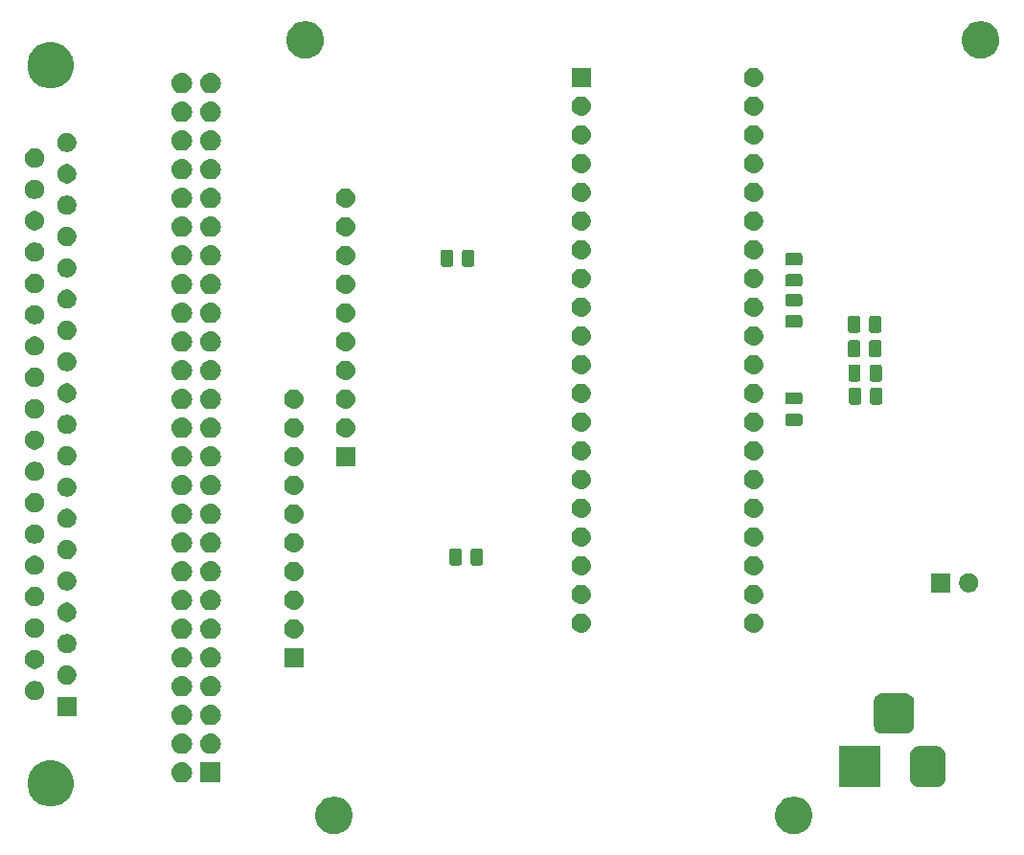
<source format=gbr>
G04 #@! TF.GenerationSoftware,KiCad,Pcbnew,5.0.2-bee76a0~70~ubuntu16.04.1*
G04 #@! TF.CreationDate,2022-08-15T17:27:48+02:00*
G04 #@! TF.ProjectId,QIC02EMU,51494330-3245-44d5-952e-6b696361645f,rev?*
G04 #@! TF.SameCoordinates,Original*
G04 #@! TF.FileFunction,Soldermask,Bot*
G04 #@! TF.FilePolarity,Negative*
%FSLAX46Y46*%
G04 Gerber Fmt 4.6, Leading zero omitted, Abs format (unit mm)*
G04 Created by KiCad (PCBNEW 5.0.2-bee76a0~70~ubuntu16.04.1) date mån 15 aug 2022 17:27:48*
%MOMM*%
%LPD*%
G01*
G04 APERTURE LIST*
%ADD10C,0.100000*%
G04 APERTURE END LIST*
D10*
G36*
X108325256Y-154601298D02*
X108431579Y-154622447D01*
X108732042Y-154746903D01*
X108998852Y-154925180D01*
X109002454Y-154927587D01*
X109232413Y-155157546D01*
X109232415Y-155157549D01*
X109361129Y-155350182D01*
X109413098Y-155427960D01*
X109537553Y-155728422D01*
X109601000Y-156047389D01*
X109601000Y-156372611D01*
X109537553Y-156691578D01*
X109413098Y-156992040D01*
X109232413Y-157262454D01*
X109002454Y-157492413D01*
X109002451Y-157492415D01*
X108732042Y-157673097D01*
X108431579Y-157797553D01*
X108325256Y-157818702D01*
X108112611Y-157861000D01*
X107787389Y-157861000D01*
X107574744Y-157818702D01*
X107468421Y-157797553D01*
X107167958Y-157673097D01*
X106897549Y-157492415D01*
X106897546Y-157492413D01*
X106667587Y-157262454D01*
X106486902Y-156992040D01*
X106362447Y-156691578D01*
X106299000Y-156372611D01*
X106299000Y-156047389D01*
X106362447Y-155728422D01*
X106486902Y-155427960D01*
X106538872Y-155350182D01*
X106667585Y-155157549D01*
X106667587Y-155157546D01*
X106897546Y-154927587D01*
X106901148Y-154925180D01*
X107167958Y-154746903D01*
X107468421Y-154622447D01*
X107574744Y-154601298D01*
X107787389Y-154559000D01*
X108112611Y-154559000D01*
X108325256Y-154601298D01*
X108325256Y-154601298D01*
G37*
G36*
X148965256Y-154601298D02*
X149071579Y-154622447D01*
X149372042Y-154746903D01*
X149638852Y-154925180D01*
X149642454Y-154927587D01*
X149872413Y-155157546D01*
X149872415Y-155157549D01*
X150001129Y-155350182D01*
X150053098Y-155427960D01*
X150177553Y-155728422D01*
X150241000Y-156047389D01*
X150241000Y-156372611D01*
X150177553Y-156691578D01*
X150053098Y-156992040D01*
X149872413Y-157262454D01*
X149642454Y-157492413D01*
X149642451Y-157492415D01*
X149372042Y-157673097D01*
X149071579Y-157797553D01*
X148965256Y-157818702D01*
X148752611Y-157861000D01*
X148427389Y-157861000D01*
X148214744Y-157818702D01*
X148108421Y-157797553D01*
X147807958Y-157673097D01*
X147537549Y-157492415D01*
X147537546Y-157492413D01*
X147307587Y-157262454D01*
X147126902Y-156992040D01*
X147002447Y-156691578D01*
X146939000Y-156372611D01*
X146939000Y-156047389D01*
X147002447Y-155728422D01*
X147126902Y-155427960D01*
X147178872Y-155350182D01*
X147307585Y-155157549D01*
X147307587Y-155157546D01*
X147537546Y-154927587D01*
X147541148Y-154925180D01*
X147807958Y-154746903D01*
X148108421Y-154622447D01*
X148214744Y-154601298D01*
X148427389Y-154559000D01*
X148752611Y-154559000D01*
X148965256Y-154601298D01*
X148965256Y-154601298D01*
G37*
G36*
X83506252Y-151405818D02*
X83506254Y-151405819D01*
X83506255Y-151405819D01*
X83879513Y-151560427D01*
X83992406Y-151635860D01*
X84215439Y-151784886D01*
X84501114Y-152070561D01*
X84501116Y-152070564D01*
X84725573Y-152406487D01*
X84880181Y-152779745D01*
X84880182Y-152779748D01*
X84959000Y-153175993D01*
X84959000Y-153580007D01*
X84947432Y-153638165D01*
X84880181Y-153976255D01*
X84725573Y-154349513D01*
X84725572Y-154349514D01*
X84501114Y-154685439D01*
X84215439Y-154971114D01*
X84215436Y-154971116D01*
X83879513Y-155195573D01*
X83506255Y-155350181D01*
X83506254Y-155350181D01*
X83506252Y-155350182D01*
X83110007Y-155429000D01*
X82705993Y-155429000D01*
X82309748Y-155350182D01*
X82309746Y-155350181D01*
X82309745Y-155350181D01*
X81936487Y-155195573D01*
X81600564Y-154971116D01*
X81600561Y-154971114D01*
X81314886Y-154685439D01*
X81090428Y-154349514D01*
X81090427Y-154349513D01*
X80935819Y-153976255D01*
X80868569Y-153638165D01*
X80857000Y-153580007D01*
X80857000Y-153175993D01*
X80935818Y-152779748D01*
X80935819Y-152779745D01*
X81090427Y-152406487D01*
X81314884Y-152070564D01*
X81314886Y-152070561D01*
X81600561Y-151784886D01*
X81823594Y-151635860D01*
X81936487Y-151560427D01*
X82309745Y-151405819D01*
X82309746Y-151405819D01*
X82309748Y-151405818D01*
X82705993Y-151327000D01*
X83110007Y-151327000D01*
X83506252Y-151405818D01*
X83506252Y-151405818D01*
G37*
G36*
X156233000Y-153693000D02*
X152631000Y-153693000D01*
X152631000Y-150091000D01*
X156233000Y-150091000D01*
X156233000Y-153693000D01*
X156233000Y-153693000D01*
G37*
G36*
X161408978Y-150105293D02*
X161542627Y-150145835D01*
X161665782Y-150211662D01*
X161773739Y-150300261D01*
X161862338Y-150408218D01*
X161928165Y-150531373D01*
X161968707Y-150665022D01*
X161983000Y-150810140D01*
X161983000Y-152973860D01*
X161968707Y-153118978D01*
X161928165Y-153252627D01*
X161862338Y-153375782D01*
X161773739Y-153483739D01*
X161665782Y-153572338D01*
X161542627Y-153638165D01*
X161408978Y-153678707D01*
X161263860Y-153693000D01*
X159600140Y-153693000D01*
X159455022Y-153678707D01*
X159321373Y-153638165D01*
X159198218Y-153572338D01*
X159090261Y-153483739D01*
X159001662Y-153375782D01*
X158935835Y-153252627D01*
X158895293Y-153118978D01*
X158881000Y-152973860D01*
X158881000Y-150810140D01*
X158895293Y-150665022D01*
X158935835Y-150531373D01*
X159001662Y-150408218D01*
X159090261Y-150300261D01*
X159198218Y-150211662D01*
X159321373Y-150145835D01*
X159455022Y-150105293D01*
X159600140Y-150091000D01*
X161263860Y-150091000D01*
X161408978Y-150105293D01*
X161408978Y-150105293D01*
G37*
G36*
X94667294Y-151498633D02*
X94839694Y-151550931D01*
X94839696Y-151550932D01*
X94998583Y-151635859D01*
X94998585Y-151635860D01*
X94998584Y-151635860D01*
X95137849Y-151750151D01*
X95252140Y-151889416D01*
X95337069Y-152048306D01*
X95389367Y-152220706D01*
X95407025Y-152400000D01*
X95389367Y-152579294D01*
X95337069Y-152751694D01*
X95337068Y-152751696D01*
X95252141Y-152910583D01*
X95137849Y-153049849D01*
X94998583Y-153164141D01*
X94839696Y-153249068D01*
X94839694Y-153249069D01*
X94667294Y-153301367D01*
X94532931Y-153314600D01*
X94443069Y-153314600D01*
X94308706Y-153301367D01*
X94136306Y-153249069D01*
X94136304Y-153249068D01*
X93977417Y-153164141D01*
X93838151Y-153049849D01*
X93723859Y-152910583D01*
X93638932Y-152751696D01*
X93638931Y-152751694D01*
X93586633Y-152579294D01*
X93568975Y-152400000D01*
X93586633Y-152220706D01*
X93638931Y-152048306D01*
X93723860Y-151889416D01*
X93838151Y-151750151D01*
X93977416Y-151635860D01*
X93977415Y-151635860D01*
X93977417Y-151635859D01*
X94136304Y-151550932D01*
X94136306Y-151550931D01*
X94308706Y-151498633D01*
X94443069Y-151485400D01*
X94532931Y-151485400D01*
X94667294Y-151498633D01*
X94667294Y-151498633D01*
G37*
G36*
X97942600Y-153314600D02*
X96113400Y-153314600D01*
X96113400Y-151485400D01*
X97942600Y-151485400D01*
X97942600Y-153314600D01*
X97942600Y-153314600D01*
G37*
G36*
X97207294Y-148958633D02*
X97379694Y-149010931D01*
X97379696Y-149010932D01*
X97538583Y-149095859D01*
X97538585Y-149095860D01*
X97538584Y-149095860D01*
X97677849Y-149210151D01*
X97792140Y-149349416D01*
X97877069Y-149508306D01*
X97929367Y-149680706D01*
X97947025Y-149860000D01*
X97929367Y-150039294D01*
X97877069Y-150211694D01*
X97877068Y-150211696D01*
X97792141Y-150370583D01*
X97677849Y-150509849D01*
X97538583Y-150624141D01*
X97462100Y-150665022D01*
X97379694Y-150709069D01*
X97207294Y-150761367D01*
X97072931Y-150774600D01*
X96983069Y-150774600D01*
X96848706Y-150761367D01*
X96676306Y-150709069D01*
X96593900Y-150665022D01*
X96517417Y-150624141D01*
X96378151Y-150509849D01*
X96263859Y-150370583D01*
X96178932Y-150211696D01*
X96178931Y-150211694D01*
X96126633Y-150039294D01*
X96108975Y-149860000D01*
X96126633Y-149680706D01*
X96178931Y-149508306D01*
X96263860Y-149349416D01*
X96378151Y-149210151D01*
X96517416Y-149095860D01*
X96517415Y-149095860D01*
X96517417Y-149095859D01*
X96676304Y-149010932D01*
X96676306Y-149010931D01*
X96848706Y-148958633D01*
X96983069Y-148945400D01*
X97072931Y-148945400D01*
X97207294Y-148958633D01*
X97207294Y-148958633D01*
G37*
G36*
X94667294Y-148958633D02*
X94839694Y-149010931D01*
X94839696Y-149010932D01*
X94998583Y-149095859D01*
X94998585Y-149095860D01*
X94998584Y-149095860D01*
X95137849Y-149210151D01*
X95252140Y-149349416D01*
X95337069Y-149508306D01*
X95389367Y-149680706D01*
X95407025Y-149860000D01*
X95389367Y-150039294D01*
X95337069Y-150211694D01*
X95337068Y-150211696D01*
X95252141Y-150370583D01*
X95137849Y-150509849D01*
X94998583Y-150624141D01*
X94922100Y-150665022D01*
X94839694Y-150709069D01*
X94667294Y-150761367D01*
X94532931Y-150774600D01*
X94443069Y-150774600D01*
X94308706Y-150761367D01*
X94136306Y-150709069D01*
X94053900Y-150665022D01*
X93977417Y-150624141D01*
X93838151Y-150509849D01*
X93723859Y-150370583D01*
X93638932Y-150211696D01*
X93638931Y-150211694D01*
X93586633Y-150039294D01*
X93568975Y-149860000D01*
X93586633Y-149680706D01*
X93638931Y-149508306D01*
X93723860Y-149349416D01*
X93838151Y-149210151D01*
X93977416Y-149095860D01*
X93977415Y-149095860D01*
X93977417Y-149095859D01*
X94136304Y-149010932D01*
X94136306Y-149010931D01*
X94308706Y-148958633D01*
X94443069Y-148945400D01*
X94532931Y-148945400D01*
X94667294Y-148958633D01*
X94667294Y-148958633D01*
G37*
G36*
X158558366Y-145407695D02*
X158715458Y-145455348D01*
X158860230Y-145532731D01*
X158987128Y-145636872D01*
X159091269Y-145763770D01*
X159168652Y-145908542D01*
X159216305Y-146065634D01*
X159233000Y-146235140D01*
X159233000Y-148148860D01*
X159216305Y-148318366D01*
X159168652Y-148475458D01*
X159091269Y-148620230D01*
X158987128Y-148747128D01*
X158860230Y-148851269D01*
X158715458Y-148928652D01*
X158558366Y-148976305D01*
X158388860Y-148993000D01*
X156475140Y-148993000D01*
X156305634Y-148976305D01*
X156148542Y-148928652D01*
X156003770Y-148851269D01*
X155876872Y-148747128D01*
X155772731Y-148620230D01*
X155695348Y-148475458D01*
X155647695Y-148318366D01*
X155631000Y-148148860D01*
X155631000Y-146235140D01*
X155647695Y-146065634D01*
X155695348Y-145908542D01*
X155772731Y-145763770D01*
X155876872Y-145636872D01*
X156003770Y-145532731D01*
X156148542Y-145455348D01*
X156305634Y-145407695D01*
X156475140Y-145391000D01*
X158388860Y-145391000D01*
X158558366Y-145407695D01*
X158558366Y-145407695D01*
G37*
G36*
X97207294Y-146418633D02*
X97379694Y-146470931D01*
X97379696Y-146470932D01*
X97538583Y-146555859D01*
X97538585Y-146555860D01*
X97538584Y-146555860D01*
X97677849Y-146670151D01*
X97792140Y-146809416D01*
X97877069Y-146968306D01*
X97929367Y-147140706D01*
X97947025Y-147320000D01*
X97929367Y-147499294D01*
X97877069Y-147671694D01*
X97877068Y-147671696D01*
X97792141Y-147830583D01*
X97677849Y-147969849D01*
X97538583Y-148084141D01*
X97522944Y-148092500D01*
X97379694Y-148169069D01*
X97207294Y-148221367D01*
X97072931Y-148234600D01*
X96983069Y-148234600D01*
X96848706Y-148221367D01*
X96676306Y-148169069D01*
X96533056Y-148092500D01*
X96517417Y-148084141D01*
X96378151Y-147969849D01*
X96263859Y-147830583D01*
X96178932Y-147671696D01*
X96178931Y-147671694D01*
X96126633Y-147499294D01*
X96108975Y-147320000D01*
X96126633Y-147140706D01*
X96178931Y-146968306D01*
X96263860Y-146809416D01*
X96378151Y-146670151D01*
X96517416Y-146555860D01*
X96517415Y-146555860D01*
X96517417Y-146555859D01*
X96676304Y-146470932D01*
X96676306Y-146470931D01*
X96848706Y-146418633D01*
X96983069Y-146405400D01*
X97072931Y-146405400D01*
X97207294Y-146418633D01*
X97207294Y-146418633D01*
G37*
G36*
X94667294Y-146418633D02*
X94839694Y-146470931D01*
X94839696Y-146470932D01*
X94998583Y-146555859D01*
X94998585Y-146555860D01*
X94998584Y-146555860D01*
X95137849Y-146670151D01*
X95252140Y-146809416D01*
X95337069Y-146968306D01*
X95389367Y-147140706D01*
X95407025Y-147320000D01*
X95389367Y-147499294D01*
X95337069Y-147671694D01*
X95337068Y-147671696D01*
X95252141Y-147830583D01*
X95137849Y-147969849D01*
X94998583Y-148084141D01*
X94982944Y-148092500D01*
X94839694Y-148169069D01*
X94667294Y-148221367D01*
X94532931Y-148234600D01*
X94443069Y-148234600D01*
X94308706Y-148221367D01*
X94136306Y-148169069D01*
X93993056Y-148092500D01*
X93977417Y-148084141D01*
X93838151Y-147969849D01*
X93723859Y-147830583D01*
X93638932Y-147671696D01*
X93638931Y-147671694D01*
X93586633Y-147499294D01*
X93568975Y-147320000D01*
X93586633Y-147140706D01*
X93638931Y-146968306D01*
X93723860Y-146809416D01*
X93838151Y-146670151D01*
X93977416Y-146555860D01*
X93977415Y-146555860D01*
X93977417Y-146555859D01*
X94136304Y-146470932D01*
X94136306Y-146470931D01*
X94308706Y-146418633D01*
X94443069Y-146405400D01*
X94532931Y-146405400D01*
X94667294Y-146418633D01*
X94667294Y-146418633D01*
G37*
G36*
X85179000Y-147409000D02*
X83477000Y-147409000D01*
X83477000Y-145707000D01*
X85179000Y-145707000D01*
X85179000Y-147409000D01*
X85179000Y-147409000D01*
G37*
G36*
X81736228Y-144354703D02*
X81891100Y-144418853D01*
X82030481Y-144511985D01*
X82149015Y-144630519D01*
X82242147Y-144769900D01*
X82306297Y-144924772D01*
X82339000Y-145089184D01*
X82339000Y-145256816D01*
X82306297Y-145421228D01*
X82242147Y-145576100D01*
X82149015Y-145715481D01*
X82030481Y-145834015D01*
X81891100Y-145927147D01*
X81736228Y-145991297D01*
X81571816Y-146024000D01*
X81404184Y-146024000D01*
X81239772Y-145991297D01*
X81084900Y-145927147D01*
X80945519Y-145834015D01*
X80826985Y-145715481D01*
X80733853Y-145576100D01*
X80669703Y-145421228D01*
X80637000Y-145256816D01*
X80637000Y-145089184D01*
X80669703Y-144924772D01*
X80733853Y-144769900D01*
X80826985Y-144630519D01*
X80945519Y-144511985D01*
X81084900Y-144418853D01*
X81239772Y-144354703D01*
X81404184Y-144322000D01*
X81571816Y-144322000D01*
X81736228Y-144354703D01*
X81736228Y-144354703D01*
G37*
G36*
X97207294Y-143878633D02*
X97379694Y-143930931D01*
X97379696Y-143930932D01*
X97538583Y-144015859D01*
X97538585Y-144015860D01*
X97538584Y-144015860D01*
X97677849Y-144130151D01*
X97792140Y-144269416D01*
X97877069Y-144428306D01*
X97929367Y-144600706D01*
X97947025Y-144780000D01*
X97929367Y-144959294D01*
X97877069Y-145131694D01*
X97877068Y-145131696D01*
X97792141Y-145290583D01*
X97677849Y-145429849D01*
X97538583Y-145544141D01*
X97379696Y-145629068D01*
X97379694Y-145629069D01*
X97207294Y-145681367D01*
X97072931Y-145694600D01*
X96983069Y-145694600D01*
X96848706Y-145681367D01*
X96676306Y-145629069D01*
X96676304Y-145629068D01*
X96517417Y-145544141D01*
X96378151Y-145429849D01*
X96263859Y-145290583D01*
X96178932Y-145131696D01*
X96178931Y-145131694D01*
X96126633Y-144959294D01*
X96108975Y-144780000D01*
X96126633Y-144600706D01*
X96178931Y-144428306D01*
X96263860Y-144269416D01*
X96378151Y-144130151D01*
X96517416Y-144015860D01*
X96517415Y-144015860D01*
X96517417Y-144015859D01*
X96676304Y-143930932D01*
X96676306Y-143930931D01*
X96848706Y-143878633D01*
X96983069Y-143865400D01*
X97072931Y-143865400D01*
X97207294Y-143878633D01*
X97207294Y-143878633D01*
G37*
G36*
X94667294Y-143878633D02*
X94839694Y-143930931D01*
X94839696Y-143930932D01*
X94998583Y-144015859D01*
X94998585Y-144015860D01*
X94998584Y-144015860D01*
X95137849Y-144130151D01*
X95252140Y-144269416D01*
X95337069Y-144428306D01*
X95389367Y-144600706D01*
X95407025Y-144780000D01*
X95389367Y-144959294D01*
X95337069Y-145131694D01*
X95337068Y-145131696D01*
X95252141Y-145290583D01*
X95137849Y-145429849D01*
X94998583Y-145544141D01*
X94839696Y-145629068D01*
X94839694Y-145629069D01*
X94667294Y-145681367D01*
X94532931Y-145694600D01*
X94443069Y-145694600D01*
X94308706Y-145681367D01*
X94136306Y-145629069D01*
X94136304Y-145629068D01*
X93977417Y-145544141D01*
X93838151Y-145429849D01*
X93723859Y-145290583D01*
X93638932Y-145131696D01*
X93638931Y-145131694D01*
X93586633Y-144959294D01*
X93568975Y-144780000D01*
X93586633Y-144600706D01*
X93638931Y-144428306D01*
X93723860Y-144269416D01*
X93838151Y-144130151D01*
X93977416Y-144015860D01*
X93977415Y-144015860D01*
X93977417Y-144015859D01*
X94136304Y-143930932D01*
X94136306Y-143930931D01*
X94308706Y-143878633D01*
X94443069Y-143865400D01*
X94532931Y-143865400D01*
X94667294Y-143878633D01*
X94667294Y-143878633D01*
G37*
G36*
X84576228Y-142969703D02*
X84731100Y-143033853D01*
X84870481Y-143126985D01*
X84989015Y-143245519D01*
X85082147Y-143384900D01*
X85146297Y-143539772D01*
X85179000Y-143704184D01*
X85179000Y-143871816D01*
X85146297Y-144036228D01*
X85082147Y-144191100D01*
X84989015Y-144330481D01*
X84870481Y-144449015D01*
X84731100Y-144542147D01*
X84576228Y-144606297D01*
X84411816Y-144639000D01*
X84244184Y-144639000D01*
X84079772Y-144606297D01*
X83924900Y-144542147D01*
X83785519Y-144449015D01*
X83666985Y-144330481D01*
X83573853Y-144191100D01*
X83509703Y-144036228D01*
X83477000Y-143871816D01*
X83477000Y-143704184D01*
X83509703Y-143539772D01*
X83573853Y-143384900D01*
X83666985Y-143245519D01*
X83785519Y-143126985D01*
X83924900Y-143033853D01*
X84079772Y-142969703D01*
X84244184Y-142937000D01*
X84411816Y-142937000D01*
X84576228Y-142969703D01*
X84576228Y-142969703D01*
G37*
G36*
X81736228Y-141584703D02*
X81891100Y-141648853D01*
X82030481Y-141741985D01*
X82149015Y-141860519D01*
X82242147Y-141999900D01*
X82306297Y-142154772D01*
X82339000Y-142319184D01*
X82339000Y-142486816D01*
X82306297Y-142651228D01*
X82242147Y-142806100D01*
X82149015Y-142945481D01*
X82030481Y-143064015D01*
X81891100Y-143157147D01*
X81736228Y-143221297D01*
X81571816Y-143254000D01*
X81404184Y-143254000D01*
X81239772Y-143221297D01*
X81084900Y-143157147D01*
X80945519Y-143064015D01*
X80826985Y-142945481D01*
X80733853Y-142806100D01*
X80669703Y-142651228D01*
X80637000Y-142486816D01*
X80637000Y-142319184D01*
X80669703Y-142154772D01*
X80733853Y-141999900D01*
X80826985Y-141860519D01*
X80945519Y-141741985D01*
X81084900Y-141648853D01*
X81239772Y-141584703D01*
X81404184Y-141552000D01*
X81571816Y-141552000D01*
X81736228Y-141584703D01*
X81736228Y-141584703D01*
G37*
G36*
X97207294Y-141338633D02*
X97379694Y-141390931D01*
X97379696Y-141390932D01*
X97538583Y-141475859D01*
X97677849Y-141590151D01*
X97792141Y-141729417D01*
X97866750Y-141869000D01*
X97877069Y-141888306D01*
X97929367Y-142060706D01*
X97947025Y-142240000D01*
X97929367Y-142419294D01*
X97877069Y-142591694D01*
X97877068Y-142591696D01*
X97792141Y-142750583D01*
X97677849Y-142889849D01*
X97538583Y-143004141D01*
X97379696Y-143089068D01*
X97379694Y-143089069D01*
X97207294Y-143141367D01*
X97072931Y-143154600D01*
X96983069Y-143154600D01*
X96848706Y-143141367D01*
X96676306Y-143089069D01*
X96676304Y-143089068D01*
X96517417Y-143004141D01*
X96378151Y-142889849D01*
X96263859Y-142750583D01*
X96178932Y-142591696D01*
X96178931Y-142591694D01*
X96126633Y-142419294D01*
X96108975Y-142240000D01*
X96126633Y-142060706D01*
X96178931Y-141888306D01*
X96189250Y-141869000D01*
X96263859Y-141729417D01*
X96378151Y-141590151D01*
X96517417Y-141475859D01*
X96676304Y-141390932D01*
X96676306Y-141390931D01*
X96848706Y-141338633D01*
X96983069Y-141325400D01*
X97072931Y-141325400D01*
X97207294Y-141338633D01*
X97207294Y-141338633D01*
G37*
G36*
X94667294Y-141338633D02*
X94839694Y-141390931D01*
X94839696Y-141390932D01*
X94998583Y-141475859D01*
X95137849Y-141590151D01*
X95252141Y-141729417D01*
X95326750Y-141869000D01*
X95337069Y-141888306D01*
X95389367Y-142060706D01*
X95407025Y-142240000D01*
X95389367Y-142419294D01*
X95337069Y-142591694D01*
X95337068Y-142591696D01*
X95252141Y-142750583D01*
X95137849Y-142889849D01*
X94998583Y-143004141D01*
X94839696Y-143089068D01*
X94839694Y-143089069D01*
X94667294Y-143141367D01*
X94532931Y-143154600D01*
X94443069Y-143154600D01*
X94308706Y-143141367D01*
X94136306Y-143089069D01*
X94136304Y-143089068D01*
X93977417Y-143004141D01*
X93838151Y-142889849D01*
X93723859Y-142750583D01*
X93638932Y-142591696D01*
X93638931Y-142591694D01*
X93586633Y-142419294D01*
X93568975Y-142240000D01*
X93586633Y-142060706D01*
X93638931Y-141888306D01*
X93649250Y-141869000D01*
X93723859Y-141729417D01*
X93838151Y-141590151D01*
X93977417Y-141475859D01*
X94136304Y-141390932D01*
X94136306Y-141390931D01*
X94308706Y-141338633D01*
X94443069Y-141325400D01*
X94532931Y-141325400D01*
X94667294Y-141338633D01*
X94667294Y-141338633D01*
G37*
G36*
X105245000Y-143091000D02*
X103543000Y-143091000D01*
X103543000Y-141389000D01*
X105245000Y-141389000D01*
X105245000Y-143091000D01*
X105245000Y-143091000D01*
G37*
G36*
X84576228Y-140199703D02*
X84731100Y-140263853D01*
X84870481Y-140356985D01*
X84989015Y-140475519D01*
X85082147Y-140614900D01*
X85146297Y-140769772D01*
X85179000Y-140934184D01*
X85179000Y-141101816D01*
X85146297Y-141266228D01*
X85082147Y-141421100D01*
X84989015Y-141560481D01*
X84870481Y-141679015D01*
X84731100Y-141772147D01*
X84576228Y-141836297D01*
X84411816Y-141869000D01*
X84244184Y-141869000D01*
X84079772Y-141836297D01*
X83924900Y-141772147D01*
X83785519Y-141679015D01*
X83666985Y-141560481D01*
X83573853Y-141421100D01*
X83509703Y-141266228D01*
X83477000Y-141101816D01*
X83477000Y-140934184D01*
X83509703Y-140769772D01*
X83573853Y-140614900D01*
X83666985Y-140475519D01*
X83785519Y-140356985D01*
X83924900Y-140263853D01*
X84079772Y-140199703D01*
X84244184Y-140167000D01*
X84411816Y-140167000D01*
X84576228Y-140199703D01*
X84576228Y-140199703D01*
G37*
G36*
X94667294Y-138798633D02*
X94839694Y-138850931D01*
X94839696Y-138850932D01*
X94998583Y-138935859D01*
X95137849Y-139050151D01*
X95252141Y-139189417D01*
X95337068Y-139348304D01*
X95337069Y-139348306D01*
X95389367Y-139520706D01*
X95407025Y-139700000D01*
X95389367Y-139879294D01*
X95341799Y-140036100D01*
X95337068Y-140051696D01*
X95252141Y-140210583D01*
X95137849Y-140349849D01*
X94998583Y-140464141D01*
X94859119Y-140538686D01*
X94839694Y-140549069D01*
X94667294Y-140601367D01*
X94532931Y-140614600D01*
X94443069Y-140614600D01*
X94308706Y-140601367D01*
X94136306Y-140549069D01*
X94116881Y-140538686D01*
X93977417Y-140464141D01*
X93838151Y-140349849D01*
X93723859Y-140210583D01*
X93638932Y-140051696D01*
X93634201Y-140036100D01*
X93586633Y-139879294D01*
X93568975Y-139700000D01*
X93586633Y-139520706D01*
X93638931Y-139348306D01*
X93638932Y-139348304D01*
X93723859Y-139189417D01*
X93838151Y-139050151D01*
X93977417Y-138935859D01*
X94136304Y-138850932D01*
X94136306Y-138850931D01*
X94308706Y-138798633D01*
X94443069Y-138785400D01*
X94532931Y-138785400D01*
X94667294Y-138798633D01*
X94667294Y-138798633D01*
G37*
G36*
X97207294Y-138798633D02*
X97379694Y-138850931D01*
X97379696Y-138850932D01*
X97538583Y-138935859D01*
X97677849Y-139050151D01*
X97792141Y-139189417D01*
X97877068Y-139348304D01*
X97877069Y-139348306D01*
X97929367Y-139520706D01*
X97947025Y-139700000D01*
X97929367Y-139879294D01*
X97881799Y-140036100D01*
X97877068Y-140051696D01*
X97792141Y-140210583D01*
X97677849Y-140349849D01*
X97538583Y-140464141D01*
X97399119Y-140538686D01*
X97379694Y-140549069D01*
X97207294Y-140601367D01*
X97072931Y-140614600D01*
X96983069Y-140614600D01*
X96848706Y-140601367D01*
X96676306Y-140549069D01*
X96656881Y-140538686D01*
X96517417Y-140464141D01*
X96378151Y-140349849D01*
X96263859Y-140210583D01*
X96178932Y-140051696D01*
X96174201Y-140036100D01*
X96126633Y-139879294D01*
X96108975Y-139700000D01*
X96126633Y-139520706D01*
X96178931Y-139348306D01*
X96178932Y-139348304D01*
X96263859Y-139189417D01*
X96378151Y-139050151D01*
X96517417Y-138935859D01*
X96676304Y-138850932D01*
X96676306Y-138850931D01*
X96848706Y-138798633D01*
X96983069Y-138785400D01*
X97072931Y-138785400D01*
X97207294Y-138798633D01*
X97207294Y-138798633D01*
G37*
G36*
X104560821Y-138861313D02*
X104560824Y-138861314D01*
X104560825Y-138861314D01*
X104721239Y-138909975D01*
X104721241Y-138909976D01*
X104721244Y-138909977D01*
X104869078Y-138988995D01*
X104998659Y-139095341D01*
X105105005Y-139224922D01*
X105184023Y-139372756D01*
X105184024Y-139372759D01*
X105184025Y-139372761D01*
X105228904Y-139520707D01*
X105232687Y-139533179D01*
X105249117Y-139700000D01*
X105232687Y-139866821D01*
X105232686Y-139866824D01*
X105232686Y-139866825D01*
X105197741Y-139982025D01*
X105184023Y-140027244D01*
X105105005Y-140175078D01*
X104998659Y-140304659D01*
X104869078Y-140411005D01*
X104721244Y-140490023D01*
X104721241Y-140490024D01*
X104721239Y-140490025D01*
X104560825Y-140538686D01*
X104560824Y-140538686D01*
X104560821Y-140538687D01*
X104435804Y-140551000D01*
X104352196Y-140551000D01*
X104227179Y-140538687D01*
X104227176Y-140538686D01*
X104227175Y-140538686D01*
X104066761Y-140490025D01*
X104066759Y-140490024D01*
X104066756Y-140490023D01*
X103918922Y-140411005D01*
X103789341Y-140304659D01*
X103682995Y-140175078D01*
X103603977Y-140027244D01*
X103590260Y-139982025D01*
X103555314Y-139866825D01*
X103555314Y-139866824D01*
X103555313Y-139866821D01*
X103538883Y-139700000D01*
X103555313Y-139533179D01*
X103559096Y-139520707D01*
X103603975Y-139372761D01*
X103603976Y-139372759D01*
X103603977Y-139372756D01*
X103682995Y-139224922D01*
X103789341Y-139095341D01*
X103918922Y-138988995D01*
X104066756Y-138909977D01*
X104066759Y-138909976D01*
X104066761Y-138909975D01*
X104227175Y-138861314D01*
X104227176Y-138861314D01*
X104227179Y-138861313D01*
X104352196Y-138849000D01*
X104435804Y-138849000D01*
X104560821Y-138861313D01*
X104560821Y-138861313D01*
G37*
G36*
X81736228Y-138814703D02*
X81891100Y-138878853D01*
X82030481Y-138971985D01*
X82149015Y-139090519D01*
X82242147Y-139229900D01*
X82306297Y-139384772D01*
X82339000Y-139549184D01*
X82339000Y-139716816D01*
X82306297Y-139881228D01*
X82242147Y-140036100D01*
X82149015Y-140175481D01*
X82030481Y-140294015D01*
X81891100Y-140387147D01*
X81736228Y-140451297D01*
X81571816Y-140484000D01*
X81404184Y-140484000D01*
X81239772Y-140451297D01*
X81084900Y-140387147D01*
X80945519Y-140294015D01*
X80826985Y-140175481D01*
X80733853Y-140036100D01*
X80669703Y-139881228D01*
X80637000Y-139716816D01*
X80637000Y-139549184D01*
X80669703Y-139384772D01*
X80733853Y-139229900D01*
X80826985Y-139090519D01*
X80945519Y-138971985D01*
X81084900Y-138878853D01*
X81239772Y-138814703D01*
X81404184Y-138782000D01*
X81571816Y-138782000D01*
X81736228Y-138814703D01*
X81736228Y-138814703D01*
G37*
G36*
X129960821Y-138353313D02*
X129960824Y-138353314D01*
X129960825Y-138353314D01*
X130121239Y-138401975D01*
X130121241Y-138401976D01*
X130121244Y-138401977D01*
X130269078Y-138480995D01*
X130398659Y-138587341D01*
X130505005Y-138716922D01*
X130584023Y-138864756D01*
X130584024Y-138864759D01*
X130584025Y-138864761D01*
X130632686Y-139025175D01*
X130632687Y-139025179D01*
X130649117Y-139192000D01*
X130632687Y-139358821D01*
X130632686Y-139358824D01*
X130632686Y-139358825D01*
X130628459Y-139372761D01*
X130584023Y-139519244D01*
X130505005Y-139667078D01*
X130398659Y-139796659D01*
X130269078Y-139903005D01*
X130121244Y-139982023D01*
X130121241Y-139982024D01*
X130121239Y-139982025D01*
X129960825Y-140030686D01*
X129960824Y-140030686D01*
X129960821Y-140030687D01*
X129835804Y-140043000D01*
X129752196Y-140043000D01*
X129627179Y-140030687D01*
X129627176Y-140030686D01*
X129627175Y-140030686D01*
X129466761Y-139982025D01*
X129466759Y-139982024D01*
X129466756Y-139982023D01*
X129318922Y-139903005D01*
X129189341Y-139796659D01*
X129082995Y-139667078D01*
X129003977Y-139519244D01*
X128959542Y-139372761D01*
X128955314Y-139358825D01*
X128955314Y-139358824D01*
X128955313Y-139358821D01*
X128938883Y-139192000D01*
X128955313Y-139025179D01*
X128955314Y-139025175D01*
X129003975Y-138864761D01*
X129003976Y-138864759D01*
X129003977Y-138864756D01*
X129082995Y-138716922D01*
X129189341Y-138587341D01*
X129318922Y-138480995D01*
X129466756Y-138401977D01*
X129466759Y-138401976D01*
X129466761Y-138401975D01*
X129627175Y-138353314D01*
X129627176Y-138353314D01*
X129627179Y-138353313D01*
X129752196Y-138341000D01*
X129835804Y-138341000D01*
X129960821Y-138353313D01*
X129960821Y-138353313D01*
G37*
G36*
X145200821Y-138353313D02*
X145200824Y-138353314D01*
X145200825Y-138353314D01*
X145361239Y-138401975D01*
X145361241Y-138401976D01*
X145361244Y-138401977D01*
X145509078Y-138480995D01*
X145638659Y-138587341D01*
X145745005Y-138716922D01*
X145824023Y-138864756D01*
X145824024Y-138864759D01*
X145824025Y-138864761D01*
X145872686Y-139025175D01*
X145872687Y-139025179D01*
X145889117Y-139192000D01*
X145872687Y-139358821D01*
X145872686Y-139358824D01*
X145872686Y-139358825D01*
X145868459Y-139372761D01*
X145824023Y-139519244D01*
X145745005Y-139667078D01*
X145638659Y-139796659D01*
X145509078Y-139903005D01*
X145361244Y-139982023D01*
X145361241Y-139982024D01*
X145361239Y-139982025D01*
X145200825Y-140030686D01*
X145200824Y-140030686D01*
X145200821Y-140030687D01*
X145075804Y-140043000D01*
X144992196Y-140043000D01*
X144867179Y-140030687D01*
X144867176Y-140030686D01*
X144867175Y-140030686D01*
X144706761Y-139982025D01*
X144706759Y-139982024D01*
X144706756Y-139982023D01*
X144558922Y-139903005D01*
X144429341Y-139796659D01*
X144322995Y-139667078D01*
X144243977Y-139519244D01*
X144199542Y-139372761D01*
X144195314Y-139358825D01*
X144195314Y-139358824D01*
X144195313Y-139358821D01*
X144178883Y-139192000D01*
X144195313Y-139025179D01*
X144195314Y-139025175D01*
X144243975Y-138864761D01*
X144243976Y-138864759D01*
X144243977Y-138864756D01*
X144322995Y-138716922D01*
X144429341Y-138587341D01*
X144558922Y-138480995D01*
X144706756Y-138401977D01*
X144706759Y-138401976D01*
X144706761Y-138401975D01*
X144867175Y-138353314D01*
X144867176Y-138353314D01*
X144867179Y-138353313D01*
X144992196Y-138341000D01*
X145075804Y-138341000D01*
X145200821Y-138353313D01*
X145200821Y-138353313D01*
G37*
G36*
X84576228Y-137429703D02*
X84731100Y-137493853D01*
X84870481Y-137586985D01*
X84989015Y-137705519D01*
X85082147Y-137844900D01*
X85146297Y-137999772D01*
X85179000Y-138164184D01*
X85179000Y-138331816D01*
X85146297Y-138496228D01*
X85082147Y-138651100D01*
X84989015Y-138790481D01*
X84870481Y-138909015D01*
X84731100Y-139002147D01*
X84576228Y-139066297D01*
X84411816Y-139099000D01*
X84244184Y-139099000D01*
X84079772Y-139066297D01*
X83924900Y-139002147D01*
X83785519Y-138909015D01*
X83666985Y-138790481D01*
X83573853Y-138651100D01*
X83509703Y-138496228D01*
X83477000Y-138331816D01*
X83477000Y-138164184D01*
X83509703Y-137999772D01*
X83573853Y-137844900D01*
X83666985Y-137705519D01*
X83785519Y-137586985D01*
X83924900Y-137493853D01*
X84079772Y-137429703D01*
X84244184Y-137397000D01*
X84411816Y-137397000D01*
X84576228Y-137429703D01*
X84576228Y-137429703D01*
G37*
G36*
X97207294Y-136258633D02*
X97379694Y-136310931D01*
X97379696Y-136310932D01*
X97538583Y-136395859D01*
X97677849Y-136510151D01*
X97792141Y-136649417D01*
X97861503Y-136779184D01*
X97877069Y-136808306D01*
X97929367Y-136980706D01*
X97947025Y-137160000D01*
X97929367Y-137339294D01*
X97879706Y-137503000D01*
X97877068Y-137511696D01*
X97792141Y-137670583D01*
X97677849Y-137809849D01*
X97538583Y-137924141D01*
X97379696Y-138009068D01*
X97379694Y-138009069D01*
X97207294Y-138061367D01*
X97072931Y-138074600D01*
X96983069Y-138074600D01*
X96848706Y-138061367D01*
X96676306Y-138009069D01*
X96676304Y-138009068D01*
X96517417Y-137924141D01*
X96378151Y-137809849D01*
X96263859Y-137670583D01*
X96178932Y-137511696D01*
X96176294Y-137503000D01*
X96126633Y-137339294D01*
X96108975Y-137160000D01*
X96126633Y-136980706D01*
X96178931Y-136808306D01*
X96194497Y-136779184D01*
X96263859Y-136649417D01*
X96378151Y-136510151D01*
X96517417Y-136395859D01*
X96676304Y-136310932D01*
X96676306Y-136310931D01*
X96848706Y-136258633D01*
X96983069Y-136245400D01*
X97072931Y-136245400D01*
X97207294Y-136258633D01*
X97207294Y-136258633D01*
G37*
G36*
X94667294Y-136258633D02*
X94839694Y-136310931D01*
X94839696Y-136310932D01*
X94998583Y-136395859D01*
X95137849Y-136510151D01*
X95252141Y-136649417D01*
X95321503Y-136779184D01*
X95337069Y-136808306D01*
X95389367Y-136980706D01*
X95407025Y-137160000D01*
X95389367Y-137339294D01*
X95339706Y-137503000D01*
X95337068Y-137511696D01*
X95252141Y-137670583D01*
X95137849Y-137809849D01*
X94998583Y-137924141D01*
X94839696Y-138009068D01*
X94839694Y-138009069D01*
X94667294Y-138061367D01*
X94532931Y-138074600D01*
X94443069Y-138074600D01*
X94308706Y-138061367D01*
X94136306Y-138009069D01*
X94136304Y-138009068D01*
X93977417Y-137924141D01*
X93838151Y-137809849D01*
X93723859Y-137670583D01*
X93638932Y-137511696D01*
X93636294Y-137503000D01*
X93586633Y-137339294D01*
X93568975Y-137160000D01*
X93586633Y-136980706D01*
X93638931Y-136808306D01*
X93654497Y-136779184D01*
X93723859Y-136649417D01*
X93838151Y-136510151D01*
X93977417Y-136395859D01*
X94136304Y-136310932D01*
X94136306Y-136310931D01*
X94308706Y-136258633D01*
X94443069Y-136245400D01*
X94532931Y-136245400D01*
X94667294Y-136258633D01*
X94667294Y-136258633D01*
G37*
G36*
X104560821Y-136321313D02*
X104560824Y-136321314D01*
X104560825Y-136321314D01*
X104721239Y-136369975D01*
X104721241Y-136369976D01*
X104721244Y-136369977D01*
X104869078Y-136448995D01*
X104998659Y-136555341D01*
X105105005Y-136684922D01*
X105184023Y-136832756D01*
X105184024Y-136832759D01*
X105184025Y-136832761D01*
X105228904Y-136980707D01*
X105232687Y-136993179D01*
X105249117Y-137160000D01*
X105232687Y-137326821D01*
X105232686Y-137326824D01*
X105232686Y-137326825D01*
X105197741Y-137442025D01*
X105184023Y-137487244D01*
X105105005Y-137635078D01*
X104998659Y-137764659D01*
X104869078Y-137871005D01*
X104721244Y-137950023D01*
X104721241Y-137950024D01*
X104721239Y-137950025D01*
X104560825Y-137998686D01*
X104560824Y-137998686D01*
X104560821Y-137998687D01*
X104435804Y-138011000D01*
X104352196Y-138011000D01*
X104227179Y-137998687D01*
X104227176Y-137998686D01*
X104227175Y-137998686D01*
X104066761Y-137950025D01*
X104066759Y-137950024D01*
X104066756Y-137950023D01*
X103918922Y-137871005D01*
X103789341Y-137764659D01*
X103682995Y-137635078D01*
X103603977Y-137487244D01*
X103590260Y-137442025D01*
X103555314Y-137326825D01*
X103555314Y-137326824D01*
X103555313Y-137326821D01*
X103538883Y-137160000D01*
X103555313Y-136993179D01*
X103559096Y-136980707D01*
X103603975Y-136832761D01*
X103603976Y-136832759D01*
X103603977Y-136832756D01*
X103682995Y-136684922D01*
X103789341Y-136555341D01*
X103918922Y-136448995D01*
X104066756Y-136369977D01*
X104066759Y-136369976D01*
X104066761Y-136369975D01*
X104227175Y-136321314D01*
X104227176Y-136321314D01*
X104227179Y-136321313D01*
X104352196Y-136309000D01*
X104435804Y-136309000D01*
X104560821Y-136321313D01*
X104560821Y-136321313D01*
G37*
G36*
X81736228Y-136044703D02*
X81891100Y-136108853D01*
X82030481Y-136201985D01*
X82149015Y-136320519D01*
X82242147Y-136459900D01*
X82306297Y-136614772D01*
X82339000Y-136779184D01*
X82339000Y-136946816D01*
X82306297Y-137111228D01*
X82242147Y-137266100D01*
X82149015Y-137405481D01*
X82030481Y-137524015D01*
X81891100Y-137617147D01*
X81736228Y-137681297D01*
X81571816Y-137714000D01*
X81404184Y-137714000D01*
X81239772Y-137681297D01*
X81084900Y-137617147D01*
X80945519Y-137524015D01*
X80826985Y-137405481D01*
X80733853Y-137266100D01*
X80669703Y-137111228D01*
X80637000Y-136946816D01*
X80637000Y-136779184D01*
X80669703Y-136614772D01*
X80733853Y-136459900D01*
X80826985Y-136320519D01*
X80945519Y-136201985D01*
X81084900Y-136108853D01*
X81239772Y-136044703D01*
X81404184Y-136012000D01*
X81571816Y-136012000D01*
X81736228Y-136044703D01*
X81736228Y-136044703D01*
G37*
G36*
X145200821Y-135813313D02*
X145200824Y-135813314D01*
X145200825Y-135813314D01*
X145361239Y-135861975D01*
X145361241Y-135861976D01*
X145361244Y-135861977D01*
X145509078Y-135940995D01*
X145638659Y-136047341D01*
X145745005Y-136176922D01*
X145824023Y-136324756D01*
X145824024Y-136324759D01*
X145824025Y-136324761D01*
X145861711Y-136448995D01*
X145872687Y-136485179D01*
X145889117Y-136652000D01*
X145872687Y-136818821D01*
X145872686Y-136818824D01*
X145872686Y-136818825D01*
X145868459Y-136832761D01*
X145824023Y-136979244D01*
X145745005Y-137127078D01*
X145638659Y-137256659D01*
X145509078Y-137363005D01*
X145361244Y-137442023D01*
X145361241Y-137442024D01*
X145361239Y-137442025D01*
X145200825Y-137490686D01*
X145200824Y-137490686D01*
X145200821Y-137490687D01*
X145075804Y-137503000D01*
X144992196Y-137503000D01*
X144867179Y-137490687D01*
X144867176Y-137490686D01*
X144867175Y-137490686D01*
X144706761Y-137442025D01*
X144706759Y-137442024D01*
X144706756Y-137442023D01*
X144558922Y-137363005D01*
X144429341Y-137256659D01*
X144322995Y-137127078D01*
X144243977Y-136979244D01*
X144199542Y-136832761D01*
X144195314Y-136818825D01*
X144195314Y-136818824D01*
X144195313Y-136818821D01*
X144178883Y-136652000D01*
X144195313Y-136485179D01*
X144206289Y-136448995D01*
X144243975Y-136324761D01*
X144243976Y-136324759D01*
X144243977Y-136324756D01*
X144322995Y-136176922D01*
X144429341Y-136047341D01*
X144558922Y-135940995D01*
X144706756Y-135861977D01*
X144706759Y-135861976D01*
X144706761Y-135861975D01*
X144867175Y-135813314D01*
X144867176Y-135813314D01*
X144867179Y-135813313D01*
X144992196Y-135801000D01*
X145075804Y-135801000D01*
X145200821Y-135813313D01*
X145200821Y-135813313D01*
G37*
G36*
X129960821Y-135813313D02*
X129960824Y-135813314D01*
X129960825Y-135813314D01*
X130121239Y-135861975D01*
X130121241Y-135861976D01*
X130121244Y-135861977D01*
X130269078Y-135940995D01*
X130398659Y-136047341D01*
X130505005Y-136176922D01*
X130584023Y-136324756D01*
X130584024Y-136324759D01*
X130584025Y-136324761D01*
X130621711Y-136448995D01*
X130632687Y-136485179D01*
X130649117Y-136652000D01*
X130632687Y-136818821D01*
X130632686Y-136818824D01*
X130632686Y-136818825D01*
X130628459Y-136832761D01*
X130584023Y-136979244D01*
X130505005Y-137127078D01*
X130398659Y-137256659D01*
X130269078Y-137363005D01*
X130121244Y-137442023D01*
X130121241Y-137442024D01*
X130121239Y-137442025D01*
X129960825Y-137490686D01*
X129960824Y-137490686D01*
X129960821Y-137490687D01*
X129835804Y-137503000D01*
X129752196Y-137503000D01*
X129627179Y-137490687D01*
X129627176Y-137490686D01*
X129627175Y-137490686D01*
X129466761Y-137442025D01*
X129466759Y-137442024D01*
X129466756Y-137442023D01*
X129318922Y-137363005D01*
X129189341Y-137256659D01*
X129082995Y-137127078D01*
X129003977Y-136979244D01*
X128959542Y-136832761D01*
X128955314Y-136818825D01*
X128955314Y-136818824D01*
X128955313Y-136818821D01*
X128938883Y-136652000D01*
X128955313Y-136485179D01*
X128966289Y-136448995D01*
X129003975Y-136324761D01*
X129003976Y-136324759D01*
X129003977Y-136324756D01*
X129082995Y-136176922D01*
X129189341Y-136047341D01*
X129318922Y-135940995D01*
X129466756Y-135861977D01*
X129466759Y-135861976D01*
X129466761Y-135861975D01*
X129627175Y-135813314D01*
X129627176Y-135813314D01*
X129627179Y-135813313D01*
X129752196Y-135801000D01*
X129835804Y-135801000D01*
X129960821Y-135813313D01*
X129960821Y-135813313D01*
G37*
G36*
X162395000Y-136487000D02*
X160693000Y-136487000D01*
X160693000Y-134785000D01*
X162395000Y-134785000D01*
X162395000Y-136487000D01*
X162395000Y-136487000D01*
G37*
G36*
X164292228Y-134817703D02*
X164447100Y-134881853D01*
X164586481Y-134974985D01*
X164705015Y-135093519D01*
X164798147Y-135232900D01*
X164862297Y-135387772D01*
X164895000Y-135552184D01*
X164895000Y-135719816D01*
X164862297Y-135884228D01*
X164798147Y-136039100D01*
X164705015Y-136178481D01*
X164586481Y-136297015D01*
X164447100Y-136390147D01*
X164292228Y-136454297D01*
X164127816Y-136487000D01*
X163960184Y-136487000D01*
X163795772Y-136454297D01*
X163640900Y-136390147D01*
X163501519Y-136297015D01*
X163382985Y-136178481D01*
X163289853Y-136039100D01*
X163225703Y-135884228D01*
X163193000Y-135719816D01*
X163193000Y-135552184D01*
X163225703Y-135387772D01*
X163289853Y-135232900D01*
X163382985Y-135093519D01*
X163501519Y-134974985D01*
X163640900Y-134881853D01*
X163795772Y-134817703D01*
X163960184Y-134785000D01*
X164127816Y-134785000D01*
X164292228Y-134817703D01*
X164292228Y-134817703D01*
G37*
G36*
X84576228Y-134659703D02*
X84731100Y-134723853D01*
X84870481Y-134816985D01*
X84989015Y-134935519D01*
X85082147Y-135074900D01*
X85146297Y-135229772D01*
X85179000Y-135394184D01*
X85179000Y-135561816D01*
X85146297Y-135726228D01*
X85082147Y-135881100D01*
X84989015Y-136020481D01*
X84870481Y-136139015D01*
X84731100Y-136232147D01*
X84576228Y-136296297D01*
X84411816Y-136329000D01*
X84244184Y-136329000D01*
X84079772Y-136296297D01*
X83924900Y-136232147D01*
X83785519Y-136139015D01*
X83666985Y-136020481D01*
X83573853Y-135881100D01*
X83509703Y-135726228D01*
X83477000Y-135561816D01*
X83477000Y-135394184D01*
X83509703Y-135229772D01*
X83573853Y-135074900D01*
X83666985Y-134935519D01*
X83785519Y-134816985D01*
X83924900Y-134723853D01*
X84079772Y-134659703D01*
X84244184Y-134627000D01*
X84411816Y-134627000D01*
X84576228Y-134659703D01*
X84576228Y-134659703D01*
G37*
G36*
X97207294Y-133718633D02*
X97379694Y-133770931D01*
X97379696Y-133770932D01*
X97538583Y-133855859D01*
X97677849Y-133970151D01*
X97792141Y-134109417D01*
X97877068Y-134268304D01*
X97877069Y-134268306D01*
X97929367Y-134440706D01*
X97947025Y-134620000D01*
X97929367Y-134799294D01*
X97879706Y-134963000D01*
X97877068Y-134971696D01*
X97792141Y-135130583D01*
X97677849Y-135269849D01*
X97538583Y-135384141D01*
X97399119Y-135458686D01*
X97379694Y-135469069D01*
X97207294Y-135521367D01*
X97072931Y-135534600D01*
X96983069Y-135534600D01*
X96848706Y-135521367D01*
X96676306Y-135469069D01*
X96656881Y-135458686D01*
X96517417Y-135384141D01*
X96378151Y-135269849D01*
X96263859Y-135130583D01*
X96178932Y-134971696D01*
X96176294Y-134963000D01*
X96126633Y-134799294D01*
X96108975Y-134620000D01*
X96126633Y-134440706D01*
X96178931Y-134268306D01*
X96178932Y-134268304D01*
X96263859Y-134109417D01*
X96378151Y-133970151D01*
X96517417Y-133855859D01*
X96676304Y-133770932D01*
X96676306Y-133770931D01*
X96848706Y-133718633D01*
X96983069Y-133705400D01*
X97072931Y-133705400D01*
X97207294Y-133718633D01*
X97207294Y-133718633D01*
G37*
G36*
X94667294Y-133718633D02*
X94839694Y-133770931D01*
X94839696Y-133770932D01*
X94998583Y-133855859D01*
X95137849Y-133970151D01*
X95252141Y-134109417D01*
X95337068Y-134268304D01*
X95337069Y-134268306D01*
X95389367Y-134440706D01*
X95407025Y-134620000D01*
X95389367Y-134799294D01*
X95339706Y-134963000D01*
X95337068Y-134971696D01*
X95252141Y-135130583D01*
X95137849Y-135269849D01*
X94998583Y-135384141D01*
X94859119Y-135458686D01*
X94839694Y-135469069D01*
X94667294Y-135521367D01*
X94532931Y-135534600D01*
X94443069Y-135534600D01*
X94308706Y-135521367D01*
X94136306Y-135469069D01*
X94116881Y-135458686D01*
X93977417Y-135384141D01*
X93838151Y-135269849D01*
X93723859Y-135130583D01*
X93638932Y-134971696D01*
X93636294Y-134963000D01*
X93586633Y-134799294D01*
X93568975Y-134620000D01*
X93586633Y-134440706D01*
X93638931Y-134268306D01*
X93638932Y-134268304D01*
X93723859Y-134109417D01*
X93838151Y-133970151D01*
X93977417Y-133855859D01*
X94136304Y-133770932D01*
X94136306Y-133770931D01*
X94308706Y-133718633D01*
X94443069Y-133705400D01*
X94532931Y-133705400D01*
X94667294Y-133718633D01*
X94667294Y-133718633D01*
G37*
G36*
X104560821Y-133781313D02*
X104560824Y-133781314D01*
X104560825Y-133781314D01*
X104721239Y-133829975D01*
X104721241Y-133829976D01*
X104721244Y-133829977D01*
X104869078Y-133908995D01*
X104998659Y-134015341D01*
X105105005Y-134144922D01*
X105184023Y-134292756D01*
X105184024Y-134292759D01*
X105184025Y-134292761D01*
X105228904Y-134440707D01*
X105232687Y-134453179D01*
X105249117Y-134620000D01*
X105232687Y-134786821D01*
X105232686Y-134786824D01*
X105232686Y-134786825D01*
X105185008Y-134944000D01*
X105184023Y-134947244D01*
X105105005Y-135095078D01*
X104998659Y-135224659D01*
X104869078Y-135331005D01*
X104721244Y-135410023D01*
X104721241Y-135410024D01*
X104721239Y-135410025D01*
X104560825Y-135458686D01*
X104560824Y-135458686D01*
X104560821Y-135458687D01*
X104435804Y-135471000D01*
X104352196Y-135471000D01*
X104227179Y-135458687D01*
X104227176Y-135458686D01*
X104227175Y-135458686D01*
X104066761Y-135410025D01*
X104066759Y-135410024D01*
X104066756Y-135410023D01*
X103918922Y-135331005D01*
X103789341Y-135224659D01*
X103682995Y-135095078D01*
X103603977Y-134947244D01*
X103602993Y-134944000D01*
X103555314Y-134786825D01*
X103555314Y-134786824D01*
X103555313Y-134786821D01*
X103538883Y-134620000D01*
X103555313Y-134453179D01*
X103559096Y-134440707D01*
X103603975Y-134292761D01*
X103603976Y-134292759D01*
X103603977Y-134292756D01*
X103682995Y-134144922D01*
X103789341Y-134015341D01*
X103918922Y-133908995D01*
X104066756Y-133829977D01*
X104066759Y-133829976D01*
X104066761Y-133829975D01*
X104227175Y-133781314D01*
X104227176Y-133781314D01*
X104227179Y-133781313D01*
X104352196Y-133769000D01*
X104435804Y-133769000D01*
X104560821Y-133781313D01*
X104560821Y-133781313D01*
G37*
G36*
X145200821Y-133273313D02*
X145200824Y-133273314D01*
X145200825Y-133273314D01*
X145361239Y-133321975D01*
X145361241Y-133321976D01*
X145361244Y-133321977D01*
X145509078Y-133400995D01*
X145638659Y-133507341D01*
X145745005Y-133636922D01*
X145824023Y-133784756D01*
X145824024Y-133784759D01*
X145824025Y-133784761D01*
X145854213Y-133884278D01*
X145872687Y-133945179D01*
X145889117Y-134112000D01*
X145872687Y-134278821D01*
X145872686Y-134278824D01*
X145872686Y-134278825D01*
X145868459Y-134292761D01*
X145824023Y-134439244D01*
X145745005Y-134587078D01*
X145638659Y-134716659D01*
X145509078Y-134823005D01*
X145361244Y-134902023D01*
X145361241Y-134902024D01*
X145361239Y-134902025D01*
X145200825Y-134950686D01*
X145200824Y-134950686D01*
X145200821Y-134950687D01*
X145075804Y-134963000D01*
X144992196Y-134963000D01*
X144867179Y-134950687D01*
X144867176Y-134950686D01*
X144867175Y-134950686D01*
X144706761Y-134902025D01*
X144706759Y-134902024D01*
X144706756Y-134902023D01*
X144558922Y-134823005D01*
X144429341Y-134716659D01*
X144322995Y-134587078D01*
X144243977Y-134439244D01*
X144199542Y-134292761D01*
X144195314Y-134278825D01*
X144195314Y-134278824D01*
X144195313Y-134278821D01*
X144178883Y-134112000D01*
X144195313Y-133945179D01*
X144213787Y-133884278D01*
X144243975Y-133784761D01*
X144243976Y-133784759D01*
X144243977Y-133784756D01*
X144322995Y-133636922D01*
X144429341Y-133507341D01*
X144558922Y-133400995D01*
X144706756Y-133321977D01*
X144706759Y-133321976D01*
X144706761Y-133321975D01*
X144867175Y-133273314D01*
X144867176Y-133273314D01*
X144867179Y-133273313D01*
X144992196Y-133261000D01*
X145075804Y-133261000D01*
X145200821Y-133273313D01*
X145200821Y-133273313D01*
G37*
G36*
X129960821Y-133273313D02*
X129960824Y-133273314D01*
X129960825Y-133273314D01*
X130121239Y-133321975D01*
X130121241Y-133321976D01*
X130121244Y-133321977D01*
X130269078Y-133400995D01*
X130398659Y-133507341D01*
X130505005Y-133636922D01*
X130584023Y-133784756D01*
X130584024Y-133784759D01*
X130584025Y-133784761D01*
X130614213Y-133884278D01*
X130632687Y-133945179D01*
X130649117Y-134112000D01*
X130632687Y-134278821D01*
X130632686Y-134278824D01*
X130632686Y-134278825D01*
X130628459Y-134292761D01*
X130584023Y-134439244D01*
X130505005Y-134587078D01*
X130398659Y-134716659D01*
X130269078Y-134823005D01*
X130121244Y-134902023D01*
X130121241Y-134902024D01*
X130121239Y-134902025D01*
X129960825Y-134950686D01*
X129960824Y-134950686D01*
X129960821Y-134950687D01*
X129835804Y-134963000D01*
X129752196Y-134963000D01*
X129627179Y-134950687D01*
X129627176Y-134950686D01*
X129627175Y-134950686D01*
X129466761Y-134902025D01*
X129466759Y-134902024D01*
X129466756Y-134902023D01*
X129318922Y-134823005D01*
X129189341Y-134716659D01*
X129082995Y-134587078D01*
X129003977Y-134439244D01*
X128959542Y-134292761D01*
X128955314Y-134278825D01*
X128955314Y-134278824D01*
X128955313Y-134278821D01*
X128938883Y-134112000D01*
X128955313Y-133945179D01*
X128973787Y-133884278D01*
X129003975Y-133784761D01*
X129003976Y-133784759D01*
X129003977Y-133784756D01*
X129082995Y-133636922D01*
X129189341Y-133507341D01*
X129318922Y-133400995D01*
X129466756Y-133321977D01*
X129466759Y-133321976D01*
X129466761Y-133321975D01*
X129627175Y-133273314D01*
X129627176Y-133273314D01*
X129627179Y-133273313D01*
X129752196Y-133261000D01*
X129835804Y-133261000D01*
X129960821Y-133273313D01*
X129960821Y-133273313D01*
G37*
G36*
X81736228Y-133274703D02*
X81891100Y-133338853D01*
X82030481Y-133431985D01*
X82149015Y-133550519D01*
X82242147Y-133689900D01*
X82306297Y-133844772D01*
X82339000Y-134009184D01*
X82339000Y-134176816D01*
X82306297Y-134341228D01*
X82242147Y-134496100D01*
X82149015Y-134635481D01*
X82030481Y-134754015D01*
X81891100Y-134847147D01*
X81736228Y-134911297D01*
X81571816Y-134944000D01*
X81404184Y-134944000D01*
X81239772Y-134911297D01*
X81084900Y-134847147D01*
X80945519Y-134754015D01*
X80826985Y-134635481D01*
X80733853Y-134496100D01*
X80669703Y-134341228D01*
X80637000Y-134176816D01*
X80637000Y-134009184D01*
X80669703Y-133844772D01*
X80733853Y-133689900D01*
X80826985Y-133550519D01*
X80945519Y-133431985D01*
X81084900Y-133338853D01*
X81239772Y-133274703D01*
X81404184Y-133242000D01*
X81571816Y-133242000D01*
X81736228Y-133274703D01*
X81736228Y-133274703D01*
G37*
G36*
X120943466Y-132603565D02*
X120982137Y-132615296D01*
X121017779Y-132634348D01*
X121049017Y-132659983D01*
X121074652Y-132691221D01*
X121093704Y-132726863D01*
X121105435Y-132765534D01*
X121110000Y-132811888D01*
X121110000Y-133888112D01*
X121105435Y-133934466D01*
X121093704Y-133973137D01*
X121074652Y-134008779D01*
X121049017Y-134040017D01*
X121017779Y-134065652D01*
X120982137Y-134084704D01*
X120943466Y-134096435D01*
X120897112Y-134101000D01*
X120245888Y-134101000D01*
X120199534Y-134096435D01*
X120160863Y-134084704D01*
X120125221Y-134065652D01*
X120093983Y-134040017D01*
X120068348Y-134008779D01*
X120049296Y-133973137D01*
X120037565Y-133934466D01*
X120033000Y-133888112D01*
X120033000Y-132811888D01*
X120037565Y-132765534D01*
X120049296Y-132726863D01*
X120068348Y-132691221D01*
X120093983Y-132659983D01*
X120125221Y-132634348D01*
X120160863Y-132615296D01*
X120199534Y-132603565D01*
X120245888Y-132599000D01*
X120897112Y-132599000D01*
X120943466Y-132603565D01*
X120943466Y-132603565D01*
G37*
G36*
X119068466Y-132603565D02*
X119107137Y-132615296D01*
X119142779Y-132634348D01*
X119174017Y-132659983D01*
X119199652Y-132691221D01*
X119218704Y-132726863D01*
X119230435Y-132765534D01*
X119235000Y-132811888D01*
X119235000Y-133888112D01*
X119230435Y-133934466D01*
X119218704Y-133973137D01*
X119199652Y-134008779D01*
X119174017Y-134040017D01*
X119142779Y-134065652D01*
X119107137Y-134084704D01*
X119068466Y-134096435D01*
X119022112Y-134101000D01*
X118370888Y-134101000D01*
X118324534Y-134096435D01*
X118285863Y-134084704D01*
X118250221Y-134065652D01*
X118218983Y-134040017D01*
X118193348Y-134008779D01*
X118174296Y-133973137D01*
X118162565Y-133934466D01*
X118158000Y-133888112D01*
X118158000Y-132811888D01*
X118162565Y-132765534D01*
X118174296Y-132726863D01*
X118193348Y-132691221D01*
X118218983Y-132659983D01*
X118250221Y-132634348D01*
X118285863Y-132615296D01*
X118324534Y-132603565D01*
X118370888Y-132599000D01*
X119022112Y-132599000D01*
X119068466Y-132603565D01*
X119068466Y-132603565D01*
G37*
G36*
X84576228Y-131889703D02*
X84731100Y-131953853D01*
X84870481Y-132046985D01*
X84989015Y-132165519D01*
X85082147Y-132304900D01*
X85146297Y-132459772D01*
X85179000Y-132624184D01*
X85179000Y-132791816D01*
X85146297Y-132956228D01*
X85082147Y-133111100D01*
X84989015Y-133250481D01*
X84870481Y-133369015D01*
X84731100Y-133462147D01*
X84576228Y-133526297D01*
X84411816Y-133559000D01*
X84244184Y-133559000D01*
X84079772Y-133526297D01*
X83924900Y-133462147D01*
X83785519Y-133369015D01*
X83666985Y-133250481D01*
X83573853Y-133111100D01*
X83509703Y-132956228D01*
X83477000Y-132791816D01*
X83477000Y-132624184D01*
X83509703Y-132459772D01*
X83573853Y-132304900D01*
X83666985Y-132165519D01*
X83785519Y-132046985D01*
X83924900Y-131953853D01*
X84079772Y-131889703D01*
X84244184Y-131857000D01*
X84411816Y-131857000D01*
X84576228Y-131889703D01*
X84576228Y-131889703D01*
G37*
G36*
X97207294Y-131178633D02*
X97379694Y-131230931D01*
X97379696Y-131230932D01*
X97538583Y-131315859D01*
X97677849Y-131430151D01*
X97792141Y-131569417D01*
X97875890Y-131726100D01*
X97877069Y-131728306D01*
X97929367Y-131900706D01*
X97947025Y-132080000D01*
X97929367Y-132259294D01*
X97879706Y-132423000D01*
X97877068Y-132431696D01*
X97792141Y-132590583D01*
X97677849Y-132729849D01*
X97538583Y-132844141D01*
X97399119Y-132918686D01*
X97379694Y-132929069D01*
X97207294Y-132981367D01*
X97072931Y-132994600D01*
X96983069Y-132994600D01*
X96848706Y-132981367D01*
X96676306Y-132929069D01*
X96656881Y-132918686D01*
X96517417Y-132844141D01*
X96378151Y-132729849D01*
X96263859Y-132590583D01*
X96178932Y-132431696D01*
X96176294Y-132423000D01*
X96126633Y-132259294D01*
X96108975Y-132080000D01*
X96126633Y-131900706D01*
X96178931Y-131728306D01*
X96180110Y-131726100D01*
X96263859Y-131569417D01*
X96378151Y-131430151D01*
X96517417Y-131315859D01*
X96676304Y-131230932D01*
X96676306Y-131230931D01*
X96848706Y-131178633D01*
X96983069Y-131165400D01*
X97072931Y-131165400D01*
X97207294Y-131178633D01*
X97207294Y-131178633D01*
G37*
G36*
X94667294Y-131178633D02*
X94839694Y-131230931D01*
X94839696Y-131230932D01*
X94998583Y-131315859D01*
X95137849Y-131430151D01*
X95252141Y-131569417D01*
X95335890Y-131726100D01*
X95337069Y-131728306D01*
X95389367Y-131900706D01*
X95407025Y-132080000D01*
X95389367Y-132259294D01*
X95339706Y-132423000D01*
X95337068Y-132431696D01*
X95252141Y-132590583D01*
X95137849Y-132729849D01*
X94998583Y-132844141D01*
X94859119Y-132918686D01*
X94839694Y-132929069D01*
X94667294Y-132981367D01*
X94532931Y-132994600D01*
X94443069Y-132994600D01*
X94308706Y-132981367D01*
X94136306Y-132929069D01*
X94116881Y-132918686D01*
X93977417Y-132844141D01*
X93838151Y-132729849D01*
X93723859Y-132590583D01*
X93638932Y-132431696D01*
X93636294Y-132423000D01*
X93586633Y-132259294D01*
X93568975Y-132080000D01*
X93586633Y-131900706D01*
X93638931Y-131728306D01*
X93640110Y-131726100D01*
X93723859Y-131569417D01*
X93838151Y-131430151D01*
X93977417Y-131315859D01*
X94136304Y-131230932D01*
X94136306Y-131230931D01*
X94308706Y-131178633D01*
X94443069Y-131165400D01*
X94532931Y-131165400D01*
X94667294Y-131178633D01*
X94667294Y-131178633D01*
G37*
G36*
X104560821Y-131241313D02*
X104560824Y-131241314D01*
X104560825Y-131241314D01*
X104721239Y-131289975D01*
X104721241Y-131289976D01*
X104721244Y-131289977D01*
X104869078Y-131368995D01*
X104998659Y-131475341D01*
X105105005Y-131604922D01*
X105184023Y-131752756D01*
X105184024Y-131752759D01*
X105184025Y-131752761D01*
X105228904Y-131900707D01*
X105232687Y-131913179D01*
X105249117Y-132080000D01*
X105232687Y-132246821D01*
X105232686Y-132246824D01*
X105232686Y-132246825D01*
X105197741Y-132362025D01*
X105184023Y-132407244D01*
X105105005Y-132555078D01*
X104998659Y-132684659D01*
X104869078Y-132791005D01*
X104721244Y-132870023D01*
X104721241Y-132870024D01*
X104721239Y-132870025D01*
X104560825Y-132918686D01*
X104560824Y-132918686D01*
X104560821Y-132918687D01*
X104435804Y-132931000D01*
X104352196Y-132931000D01*
X104227179Y-132918687D01*
X104227176Y-132918686D01*
X104227175Y-132918686D01*
X104066761Y-132870025D01*
X104066759Y-132870024D01*
X104066756Y-132870023D01*
X103918922Y-132791005D01*
X103789341Y-132684659D01*
X103682995Y-132555078D01*
X103603977Y-132407244D01*
X103590260Y-132362025D01*
X103555314Y-132246825D01*
X103555314Y-132246824D01*
X103555313Y-132246821D01*
X103538883Y-132080000D01*
X103555313Y-131913179D01*
X103559096Y-131900707D01*
X103603975Y-131752761D01*
X103603976Y-131752759D01*
X103603977Y-131752756D01*
X103682995Y-131604922D01*
X103789341Y-131475341D01*
X103918922Y-131368995D01*
X104066756Y-131289977D01*
X104066759Y-131289976D01*
X104066761Y-131289975D01*
X104227175Y-131241314D01*
X104227176Y-131241314D01*
X104227179Y-131241313D01*
X104352196Y-131229000D01*
X104435804Y-131229000D01*
X104560821Y-131241313D01*
X104560821Y-131241313D01*
G37*
G36*
X129960821Y-130733313D02*
X129960824Y-130733314D01*
X129960825Y-130733314D01*
X130121239Y-130781975D01*
X130121241Y-130781976D01*
X130121244Y-130781977D01*
X130269078Y-130860995D01*
X130398659Y-130967341D01*
X130505005Y-131096922D01*
X130584023Y-131244756D01*
X130584024Y-131244759D01*
X130584025Y-131244761D01*
X130621711Y-131368995D01*
X130632687Y-131405179D01*
X130649117Y-131572000D01*
X130632687Y-131738821D01*
X130632686Y-131738824D01*
X130632686Y-131738825D01*
X130586918Y-131889703D01*
X130584023Y-131899244D01*
X130505005Y-132047078D01*
X130398659Y-132176659D01*
X130269078Y-132283005D01*
X130121244Y-132362023D01*
X130121241Y-132362024D01*
X130121239Y-132362025D01*
X129960825Y-132410686D01*
X129960824Y-132410686D01*
X129960821Y-132410687D01*
X129835804Y-132423000D01*
X129752196Y-132423000D01*
X129627179Y-132410687D01*
X129627176Y-132410686D01*
X129627175Y-132410686D01*
X129466761Y-132362025D01*
X129466759Y-132362024D01*
X129466756Y-132362023D01*
X129318922Y-132283005D01*
X129189341Y-132176659D01*
X129082995Y-132047078D01*
X129003977Y-131899244D01*
X129001083Y-131889703D01*
X128955314Y-131738825D01*
X128955314Y-131738824D01*
X128955313Y-131738821D01*
X128938883Y-131572000D01*
X128955313Y-131405179D01*
X128966289Y-131368995D01*
X129003975Y-131244761D01*
X129003976Y-131244759D01*
X129003977Y-131244756D01*
X129082995Y-131096922D01*
X129189341Y-130967341D01*
X129318922Y-130860995D01*
X129466756Y-130781977D01*
X129466759Y-130781976D01*
X129466761Y-130781975D01*
X129627175Y-130733314D01*
X129627176Y-130733314D01*
X129627179Y-130733313D01*
X129752196Y-130721000D01*
X129835804Y-130721000D01*
X129960821Y-130733313D01*
X129960821Y-130733313D01*
G37*
G36*
X145200821Y-130733313D02*
X145200824Y-130733314D01*
X145200825Y-130733314D01*
X145361239Y-130781975D01*
X145361241Y-130781976D01*
X145361244Y-130781977D01*
X145509078Y-130860995D01*
X145638659Y-130967341D01*
X145745005Y-131096922D01*
X145824023Y-131244756D01*
X145824024Y-131244759D01*
X145824025Y-131244761D01*
X145861711Y-131368995D01*
X145872687Y-131405179D01*
X145889117Y-131572000D01*
X145872687Y-131738821D01*
X145872686Y-131738824D01*
X145872686Y-131738825D01*
X145826918Y-131889703D01*
X145824023Y-131899244D01*
X145745005Y-132047078D01*
X145638659Y-132176659D01*
X145509078Y-132283005D01*
X145361244Y-132362023D01*
X145361241Y-132362024D01*
X145361239Y-132362025D01*
X145200825Y-132410686D01*
X145200824Y-132410686D01*
X145200821Y-132410687D01*
X145075804Y-132423000D01*
X144992196Y-132423000D01*
X144867179Y-132410687D01*
X144867176Y-132410686D01*
X144867175Y-132410686D01*
X144706761Y-132362025D01*
X144706759Y-132362024D01*
X144706756Y-132362023D01*
X144558922Y-132283005D01*
X144429341Y-132176659D01*
X144322995Y-132047078D01*
X144243977Y-131899244D01*
X144241083Y-131889703D01*
X144195314Y-131738825D01*
X144195314Y-131738824D01*
X144195313Y-131738821D01*
X144178883Y-131572000D01*
X144195313Y-131405179D01*
X144206289Y-131368995D01*
X144243975Y-131244761D01*
X144243976Y-131244759D01*
X144243977Y-131244756D01*
X144322995Y-131096922D01*
X144429341Y-130967341D01*
X144558922Y-130860995D01*
X144706756Y-130781977D01*
X144706759Y-130781976D01*
X144706761Y-130781975D01*
X144867175Y-130733314D01*
X144867176Y-130733314D01*
X144867179Y-130733313D01*
X144992196Y-130721000D01*
X145075804Y-130721000D01*
X145200821Y-130733313D01*
X145200821Y-130733313D01*
G37*
G36*
X81736228Y-130504703D02*
X81891100Y-130568853D01*
X82030481Y-130661985D01*
X82149015Y-130780519D01*
X82242147Y-130919900D01*
X82306297Y-131074772D01*
X82339000Y-131239184D01*
X82339000Y-131406816D01*
X82306297Y-131571228D01*
X82242147Y-131726100D01*
X82149015Y-131865481D01*
X82030481Y-131984015D01*
X81891100Y-132077147D01*
X81736228Y-132141297D01*
X81571816Y-132174000D01*
X81404184Y-132174000D01*
X81239772Y-132141297D01*
X81084900Y-132077147D01*
X80945519Y-131984015D01*
X80826985Y-131865481D01*
X80733853Y-131726100D01*
X80669703Y-131571228D01*
X80637000Y-131406816D01*
X80637000Y-131239184D01*
X80669703Y-131074772D01*
X80733853Y-130919900D01*
X80826985Y-130780519D01*
X80945519Y-130661985D01*
X81084900Y-130568853D01*
X81239772Y-130504703D01*
X81404184Y-130472000D01*
X81571816Y-130472000D01*
X81736228Y-130504703D01*
X81736228Y-130504703D01*
G37*
G36*
X84576228Y-129119703D02*
X84731100Y-129183853D01*
X84870481Y-129276985D01*
X84989015Y-129395519D01*
X85082147Y-129534900D01*
X85146297Y-129689772D01*
X85179000Y-129854184D01*
X85179000Y-130021816D01*
X85146297Y-130186228D01*
X85082147Y-130341100D01*
X84989015Y-130480481D01*
X84870481Y-130599015D01*
X84731100Y-130692147D01*
X84576228Y-130756297D01*
X84411816Y-130789000D01*
X84244184Y-130789000D01*
X84079772Y-130756297D01*
X83924900Y-130692147D01*
X83785519Y-130599015D01*
X83666985Y-130480481D01*
X83573853Y-130341100D01*
X83509703Y-130186228D01*
X83477000Y-130021816D01*
X83477000Y-129854184D01*
X83509703Y-129689772D01*
X83573853Y-129534900D01*
X83666985Y-129395519D01*
X83785519Y-129276985D01*
X83924900Y-129183853D01*
X84079772Y-129119703D01*
X84244184Y-129087000D01*
X84411816Y-129087000D01*
X84576228Y-129119703D01*
X84576228Y-129119703D01*
G37*
G36*
X97207294Y-128638633D02*
X97379694Y-128690931D01*
X97379696Y-128690932D01*
X97538583Y-128775859D01*
X97677849Y-128890151D01*
X97792141Y-129029417D01*
X97827453Y-129095481D01*
X97877069Y-129188306D01*
X97929367Y-129360706D01*
X97947025Y-129540000D01*
X97929367Y-129719294D01*
X97879706Y-129883000D01*
X97877068Y-129891696D01*
X97792141Y-130050583D01*
X97677849Y-130189849D01*
X97538583Y-130304141D01*
X97399119Y-130378686D01*
X97379694Y-130389069D01*
X97207294Y-130441367D01*
X97072931Y-130454600D01*
X96983069Y-130454600D01*
X96848706Y-130441367D01*
X96676306Y-130389069D01*
X96656881Y-130378686D01*
X96517417Y-130304141D01*
X96378151Y-130189849D01*
X96263859Y-130050583D01*
X96178932Y-129891696D01*
X96176294Y-129883000D01*
X96126633Y-129719294D01*
X96108975Y-129540000D01*
X96126633Y-129360706D01*
X96178931Y-129188306D01*
X96228547Y-129095481D01*
X96263859Y-129029417D01*
X96378151Y-128890151D01*
X96517417Y-128775859D01*
X96676304Y-128690932D01*
X96676306Y-128690931D01*
X96848706Y-128638633D01*
X96983069Y-128625400D01*
X97072931Y-128625400D01*
X97207294Y-128638633D01*
X97207294Y-128638633D01*
G37*
G36*
X94667294Y-128638633D02*
X94839694Y-128690931D01*
X94839696Y-128690932D01*
X94998583Y-128775859D01*
X95137849Y-128890151D01*
X95252141Y-129029417D01*
X95287453Y-129095481D01*
X95337069Y-129188306D01*
X95389367Y-129360706D01*
X95407025Y-129540000D01*
X95389367Y-129719294D01*
X95339706Y-129883000D01*
X95337068Y-129891696D01*
X95252141Y-130050583D01*
X95137849Y-130189849D01*
X94998583Y-130304141D01*
X94859119Y-130378686D01*
X94839694Y-130389069D01*
X94667294Y-130441367D01*
X94532931Y-130454600D01*
X94443069Y-130454600D01*
X94308706Y-130441367D01*
X94136306Y-130389069D01*
X94116881Y-130378686D01*
X93977417Y-130304141D01*
X93838151Y-130189849D01*
X93723859Y-130050583D01*
X93638932Y-129891696D01*
X93636294Y-129883000D01*
X93586633Y-129719294D01*
X93568975Y-129540000D01*
X93586633Y-129360706D01*
X93638931Y-129188306D01*
X93688547Y-129095481D01*
X93723859Y-129029417D01*
X93838151Y-128890151D01*
X93977417Y-128775859D01*
X94136304Y-128690932D01*
X94136306Y-128690931D01*
X94308706Y-128638633D01*
X94443069Y-128625400D01*
X94532931Y-128625400D01*
X94667294Y-128638633D01*
X94667294Y-128638633D01*
G37*
G36*
X104560821Y-128701313D02*
X104560824Y-128701314D01*
X104560825Y-128701314D01*
X104721239Y-128749975D01*
X104721241Y-128749976D01*
X104721244Y-128749977D01*
X104869078Y-128828995D01*
X104998659Y-128935341D01*
X105105005Y-129064922D01*
X105184023Y-129212756D01*
X105184024Y-129212759D01*
X105184025Y-129212761D01*
X105228904Y-129360707D01*
X105232687Y-129373179D01*
X105249117Y-129540000D01*
X105232687Y-129706821D01*
X105232686Y-129706824D01*
X105232686Y-129706825D01*
X105197741Y-129822025D01*
X105184023Y-129867244D01*
X105105005Y-130015078D01*
X104998659Y-130144659D01*
X104869078Y-130251005D01*
X104721244Y-130330023D01*
X104721241Y-130330024D01*
X104721239Y-130330025D01*
X104560825Y-130378686D01*
X104560824Y-130378686D01*
X104560821Y-130378687D01*
X104435804Y-130391000D01*
X104352196Y-130391000D01*
X104227179Y-130378687D01*
X104227176Y-130378686D01*
X104227175Y-130378686D01*
X104066761Y-130330025D01*
X104066759Y-130330024D01*
X104066756Y-130330023D01*
X103918922Y-130251005D01*
X103789341Y-130144659D01*
X103682995Y-130015078D01*
X103603977Y-129867244D01*
X103590260Y-129822025D01*
X103555314Y-129706825D01*
X103555314Y-129706824D01*
X103555313Y-129706821D01*
X103538883Y-129540000D01*
X103555313Y-129373179D01*
X103559096Y-129360707D01*
X103603975Y-129212761D01*
X103603976Y-129212759D01*
X103603977Y-129212756D01*
X103682995Y-129064922D01*
X103789341Y-128935341D01*
X103918922Y-128828995D01*
X104066756Y-128749977D01*
X104066759Y-128749976D01*
X104066761Y-128749975D01*
X104227175Y-128701314D01*
X104227176Y-128701314D01*
X104227179Y-128701313D01*
X104352196Y-128689000D01*
X104435804Y-128689000D01*
X104560821Y-128701313D01*
X104560821Y-128701313D01*
G37*
G36*
X145200821Y-128193313D02*
X145200824Y-128193314D01*
X145200825Y-128193314D01*
X145361239Y-128241975D01*
X145361241Y-128241976D01*
X145361244Y-128241977D01*
X145509078Y-128320995D01*
X145638659Y-128427341D01*
X145745005Y-128556922D01*
X145824023Y-128704756D01*
X145824024Y-128704759D01*
X145824025Y-128704761D01*
X145853288Y-128801228D01*
X145872687Y-128865179D01*
X145889117Y-129032000D01*
X145872687Y-129198821D01*
X145872686Y-129198824D01*
X145872686Y-129198825D01*
X145868459Y-129212761D01*
X145824023Y-129359244D01*
X145745005Y-129507078D01*
X145638659Y-129636659D01*
X145509078Y-129743005D01*
X145361244Y-129822023D01*
X145361241Y-129822024D01*
X145361239Y-129822025D01*
X145200825Y-129870686D01*
X145200824Y-129870686D01*
X145200821Y-129870687D01*
X145075804Y-129883000D01*
X144992196Y-129883000D01*
X144867179Y-129870687D01*
X144867176Y-129870686D01*
X144867175Y-129870686D01*
X144706761Y-129822025D01*
X144706759Y-129822024D01*
X144706756Y-129822023D01*
X144558922Y-129743005D01*
X144429341Y-129636659D01*
X144322995Y-129507078D01*
X144243977Y-129359244D01*
X144199542Y-129212761D01*
X144195314Y-129198825D01*
X144195314Y-129198824D01*
X144195313Y-129198821D01*
X144178883Y-129032000D01*
X144195313Y-128865179D01*
X144214712Y-128801228D01*
X144243975Y-128704761D01*
X144243976Y-128704759D01*
X144243977Y-128704756D01*
X144322995Y-128556922D01*
X144429341Y-128427341D01*
X144558922Y-128320995D01*
X144706756Y-128241977D01*
X144706759Y-128241976D01*
X144706761Y-128241975D01*
X144867175Y-128193314D01*
X144867176Y-128193314D01*
X144867179Y-128193313D01*
X144992196Y-128181000D01*
X145075804Y-128181000D01*
X145200821Y-128193313D01*
X145200821Y-128193313D01*
G37*
G36*
X129960821Y-128193313D02*
X129960824Y-128193314D01*
X129960825Y-128193314D01*
X130121239Y-128241975D01*
X130121241Y-128241976D01*
X130121244Y-128241977D01*
X130269078Y-128320995D01*
X130398659Y-128427341D01*
X130505005Y-128556922D01*
X130584023Y-128704756D01*
X130584024Y-128704759D01*
X130584025Y-128704761D01*
X130613288Y-128801228D01*
X130632687Y-128865179D01*
X130649117Y-129032000D01*
X130632687Y-129198821D01*
X130632686Y-129198824D01*
X130632686Y-129198825D01*
X130628459Y-129212761D01*
X130584023Y-129359244D01*
X130505005Y-129507078D01*
X130398659Y-129636659D01*
X130269078Y-129743005D01*
X130121244Y-129822023D01*
X130121241Y-129822024D01*
X130121239Y-129822025D01*
X129960825Y-129870686D01*
X129960824Y-129870686D01*
X129960821Y-129870687D01*
X129835804Y-129883000D01*
X129752196Y-129883000D01*
X129627179Y-129870687D01*
X129627176Y-129870686D01*
X129627175Y-129870686D01*
X129466761Y-129822025D01*
X129466759Y-129822024D01*
X129466756Y-129822023D01*
X129318922Y-129743005D01*
X129189341Y-129636659D01*
X129082995Y-129507078D01*
X129003977Y-129359244D01*
X128959542Y-129212761D01*
X128955314Y-129198825D01*
X128955314Y-129198824D01*
X128955313Y-129198821D01*
X128938883Y-129032000D01*
X128955313Y-128865179D01*
X128974712Y-128801228D01*
X129003975Y-128704761D01*
X129003976Y-128704759D01*
X129003977Y-128704756D01*
X129082995Y-128556922D01*
X129189341Y-128427341D01*
X129318922Y-128320995D01*
X129466756Y-128241977D01*
X129466759Y-128241976D01*
X129466761Y-128241975D01*
X129627175Y-128193314D01*
X129627176Y-128193314D01*
X129627179Y-128193313D01*
X129752196Y-128181000D01*
X129835804Y-128181000D01*
X129960821Y-128193313D01*
X129960821Y-128193313D01*
G37*
G36*
X81736228Y-127734703D02*
X81891100Y-127798853D01*
X82030481Y-127891985D01*
X82149015Y-128010519D01*
X82242147Y-128149900D01*
X82306297Y-128304772D01*
X82339000Y-128469184D01*
X82339000Y-128636816D01*
X82306297Y-128801228D01*
X82242147Y-128956100D01*
X82149015Y-129095481D01*
X82030481Y-129214015D01*
X81891100Y-129307147D01*
X81736228Y-129371297D01*
X81571816Y-129404000D01*
X81404184Y-129404000D01*
X81239772Y-129371297D01*
X81084900Y-129307147D01*
X80945519Y-129214015D01*
X80826985Y-129095481D01*
X80733853Y-128956100D01*
X80669703Y-128801228D01*
X80637000Y-128636816D01*
X80637000Y-128469184D01*
X80669703Y-128304772D01*
X80733853Y-128149900D01*
X80826985Y-128010519D01*
X80945519Y-127891985D01*
X81084900Y-127798853D01*
X81239772Y-127734703D01*
X81404184Y-127702000D01*
X81571816Y-127702000D01*
X81736228Y-127734703D01*
X81736228Y-127734703D01*
G37*
G36*
X84576228Y-126349703D02*
X84731100Y-126413853D01*
X84870481Y-126506985D01*
X84989015Y-126625519D01*
X85082147Y-126764900D01*
X85146297Y-126919772D01*
X85179000Y-127084184D01*
X85179000Y-127251816D01*
X85146297Y-127416228D01*
X85082147Y-127571100D01*
X84989015Y-127710481D01*
X84870481Y-127829015D01*
X84731100Y-127922147D01*
X84576228Y-127986297D01*
X84411816Y-128019000D01*
X84244184Y-128019000D01*
X84079772Y-127986297D01*
X83924900Y-127922147D01*
X83785519Y-127829015D01*
X83666985Y-127710481D01*
X83573853Y-127571100D01*
X83509703Y-127416228D01*
X83477000Y-127251816D01*
X83477000Y-127084184D01*
X83509703Y-126919772D01*
X83573853Y-126764900D01*
X83666985Y-126625519D01*
X83785519Y-126506985D01*
X83924900Y-126413853D01*
X84079772Y-126349703D01*
X84244184Y-126317000D01*
X84411816Y-126317000D01*
X84576228Y-126349703D01*
X84576228Y-126349703D01*
G37*
G36*
X97207294Y-126098633D02*
X97379694Y-126150931D01*
X97379696Y-126150932D01*
X97538583Y-126235859D01*
X97677849Y-126350151D01*
X97792141Y-126489417D01*
X97851942Y-126601297D01*
X97877069Y-126648306D01*
X97929367Y-126820706D01*
X97947025Y-127000000D01*
X97929367Y-127179294D01*
X97879706Y-127343000D01*
X97877068Y-127351696D01*
X97792141Y-127510583D01*
X97677849Y-127649849D01*
X97538583Y-127764141D01*
X97417214Y-127829014D01*
X97379694Y-127849069D01*
X97207294Y-127901367D01*
X97072931Y-127914600D01*
X96983069Y-127914600D01*
X96848706Y-127901367D01*
X96676306Y-127849069D01*
X96638786Y-127829014D01*
X96517417Y-127764141D01*
X96378151Y-127649849D01*
X96263859Y-127510583D01*
X96178932Y-127351696D01*
X96176294Y-127343000D01*
X96126633Y-127179294D01*
X96108975Y-127000000D01*
X96126633Y-126820706D01*
X96178931Y-126648306D01*
X96204058Y-126601297D01*
X96263859Y-126489417D01*
X96378151Y-126350151D01*
X96517417Y-126235859D01*
X96676304Y-126150932D01*
X96676306Y-126150931D01*
X96848706Y-126098633D01*
X96983069Y-126085400D01*
X97072931Y-126085400D01*
X97207294Y-126098633D01*
X97207294Y-126098633D01*
G37*
G36*
X94667294Y-126098633D02*
X94839694Y-126150931D01*
X94839696Y-126150932D01*
X94998583Y-126235859D01*
X95137849Y-126350151D01*
X95252141Y-126489417D01*
X95311942Y-126601297D01*
X95337069Y-126648306D01*
X95389367Y-126820706D01*
X95407025Y-127000000D01*
X95389367Y-127179294D01*
X95339706Y-127343000D01*
X95337068Y-127351696D01*
X95252141Y-127510583D01*
X95137849Y-127649849D01*
X94998583Y-127764141D01*
X94877214Y-127829014D01*
X94839694Y-127849069D01*
X94667294Y-127901367D01*
X94532931Y-127914600D01*
X94443069Y-127914600D01*
X94308706Y-127901367D01*
X94136306Y-127849069D01*
X94098786Y-127829014D01*
X93977417Y-127764141D01*
X93838151Y-127649849D01*
X93723859Y-127510583D01*
X93638932Y-127351696D01*
X93636294Y-127343000D01*
X93586633Y-127179294D01*
X93568975Y-127000000D01*
X93586633Y-126820706D01*
X93638931Y-126648306D01*
X93664058Y-126601297D01*
X93723859Y-126489417D01*
X93838151Y-126350151D01*
X93977417Y-126235859D01*
X94136304Y-126150932D01*
X94136306Y-126150931D01*
X94308706Y-126098633D01*
X94443069Y-126085400D01*
X94532931Y-126085400D01*
X94667294Y-126098633D01*
X94667294Y-126098633D01*
G37*
G36*
X104560821Y-126161313D02*
X104560824Y-126161314D01*
X104560825Y-126161314D01*
X104721239Y-126209975D01*
X104721241Y-126209976D01*
X104721244Y-126209977D01*
X104869078Y-126288995D01*
X104998659Y-126395341D01*
X105105005Y-126524922D01*
X105184023Y-126672756D01*
X105184024Y-126672759D01*
X105184025Y-126672761D01*
X105228904Y-126820707D01*
X105232687Y-126833179D01*
X105249117Y-127000000D01*
X105232687Y-127166821D01*
X105232686Y-127166824D01*
X105232686Y-127166825D01*
X105197741Y-127282025D01*
X105184023Y-127327244D01*
X105105005Y-127475078D01*
X104998659Y-127604659D01*
X104869078Y-127711005D01*
X104721244Y-127790023D01*
X104721241Y-127790024D01*
X104721239Y-127790025D01*
X104560825Y-127838686D01*
X104560824Y-127838686D01*
X104560821Y-127838687D01*
X104435804Y-127851000D01*
X104352196Y-127851000D01*
X104227179Y-127838687D01*
X104227176Y-127838686D01*
X104227175Y-127838686D01*
X104066761Y-127790025D01*
X104066759Y-127790024D01*
X104066756Y-127790023D01*
X103918922Y-127711005D01*
X103789341Y-127604659D01*
X103682995Y-127475078D01*
X103603977Y-127327244D01*
X103590260Y-127282025D01*
X103555314Y-127166825D01*
X103555314Y-127166824D01*
X103555313Y-127166821D01*
X103538883Y-127000000D01*
X103555313Y-126833179D01*
X103559096Y-126820707D01*
X103603975Y-126672761D01*
X103603976Y-126672759D01*
X103603977Y-126672756D01*
X103682995Y-126524922D01*
X103789341Y-126395341D01*
X103918922Y-126288995D01*
X104066756Y-126209977D01*
X104066759Y-126209976D01*
X104066761Y-126209975D01*
X104227175Y-126161314D01*
X104227176Y-126161314D01*
X104227179Y-126161313D01*
X104352196Y-126149000D01*
X104435804Y-126149000D01*
X104560821Y-126161313D01*
X104560821Y-126161313D01*
G37*
G36*
X145200821Y-125653313D02*
X145200824Y-125653314D01*
X145200825Y-125653314D01*
X145361239Y-125701975D01*
X145361241Y-125701976D01*
X145361244Y-125701977D01*
X145509078Y-125780995D01*
X145638659Y-125887341D01*
X145745005Y-126016922D01*
X145824023Y-126164756D01*
X145824024Y-126164759D01*
X145824025Y-126164761D01*
X145861711Y-126288995D01*
X145872687Y-126325179D01*
X145889117Y-126492000D01*
X145872687Y-126658821D01*
X145872686Y-126658824D01*
X145872686Y-126658825D01*
X145840509Y-126764900D01*
X145824023Y-126819244D01*
X145745005Y-126967078D01*
X145638659Y-127096659D01*
X145509078Y-127203005D01*
X145361244Y-127282023D01*
X145361241Y-127282024D01*
X145361239Y-127282025D01*
X145200825Y-127330686D01*
X145200824Y-127330686D01*
X145200821Y-127330687D01*
X145075804Y-127343000D01*
X144992196Y-127343000D01*
X144867179Y-127330687D01*
X144867176Y-127330686D01*
X144867175Y-127330686D01*
X144706761Y-127282025D01*
X144706759Y-127282024D01*
X144706756Y-127282023D01*
X144558922Y-127203005D01*
X144429341Y-127096659D01*
X144322995Y-126967078D01*
X144243977Y-126819244D01*
X144227492Y-126764900D01*
X144195314Y-126658825D01*
X144195314Y-126658824D01*
X144195313Y-126658821D01*
X144178883Y-126492000D01*
X144195313Y-126325179D01*
X144206289Y-126288995D01*
X144243975Y-126164761D01*
X144243976Y-126164759D01*
X144243977Y-126164756D01*
X144322995Y-126016922D01*
X144429341Y-125887341D01*
X144558922Y-125780995D01*
X144706756Y-125701977D01*
X144706759Y-125701976D01*
X144706761Y-125701975D01*
X144867175Y-125653314D01*
X144867176Y-125653314D01*
X144867179Y-125653313D01*
X144992196Y-125641000D01*
X145075804Y-125641000D01*
X145200821Y-125653313D01*
X145200821Y-125653313D01*
G37*
G36*
X129960821Y-125653313D02*
X129960824Y-125653314D01*
X129960825Y-125653314D01*
X130121239Y-125701975D01*
X130121241Y-125701976D01*
X130121244Y-125701977D01*
X130269078Y-125780995D01*
X130398659Y-125887341D01*
X130505005Y-126016922D01*
X130584023Y-126164756D01*
X130584024Y-126164759D01*
X130584025Y-126164761D01*
X130621711Y-126288995D01*
X130632687Y-126325179D01*
X130649117Y-126492000D01*
X130632687Y-126658821D01*
X130632686Y-126658824D01*
X130632686Y-126658825D01*
X130600509Y-126764900D01*
X130584023Y-126819244D01*
X130505005Y-126967078D01*
X130398659Y-127096659D01*
X130269078Y-127203005D01*
X130121244Y-127282023D01*
X130121241Y-127282024D01*
X130121239Y-127282025D01*
X129960825Y-127330686D01*
X129960824Y-127330686D01*
X129960821Y-127330687D01*
X129835804Y-127343000D01*
X129752196Y-127343000D01*
X129627179Y-127330687D01*
X129627176Y-127330686D01*
X129627175Y-127330686D01*
X129466761Y-127282025D01*
X129466759Y-127282024D01*
X129466756Y-127282023D01*
X129318922Y-127203005D01*
X129189341Y-127096659D01*
X129082995Y-126967078D01*
X129003977Y-126819244D01*
X128987492Y-126764900D01*
X128955314Y-126658825D01*
X128955314Y-126658824D01*
X128955313Y-126658821D01*
X128938883Y-126492000D01*
X128955313Y-126325179D01*
X128966289Y-126288995D01*
X129003975Y-126164761D01*
X129003976Y-126164759D01*
X129003977Y-126164756D01*
X129082995Y-126016922D01*
X129189341Y-125887341D01*
X129318922Y-125780995D01*
X129466756Y-125701977D01*
X129466759Y-125701976D01*
X129466761Y-125701975D01*
X129627175Y-125653314D01*
X129627176Y-125653314D01*
X129627179Y-125653313D01*
X129752196Y-125641000D01*
X129835804Y-125641000D01*
X129960821Y-125653313D01*
X129960821Y-125653313D01*
G37*
G36*
X81736228Y-124964703D02*
X81891100Y-125028853D01*
X82030481Y-125121985D01*
X82149015Y-125240519D01*
X82242147Y-125379900D01*
X82306297Y-125534772D01*
X82339000Y-125699184D01*
X82339000Y-125866816D01*
X82306297Y-126031228D01*
X82242147Y-126186100D01*
X82149015Y-126325481D01*
X82030481Y-126444015D01*
X81891100Y-126537147D01*
X81736228Y-126601297D01*
X81571816Y-126634000D01*
X81404184Y-126634000D01*
X81239772Y-126601297D01*
X81084900Y-126537147D01*
X80945519Y-126444015D01*
X80826985Y-126325481D01*
X80733853Y-126186100D01*
X80669703Y-126031228D01*
X80637000Y-125866816D01*
X80637000Y-125699184D01*
X80669703Y-125534772D01*
X80733853Y-125379900D01*
X80826985Y-125240519D01*
X80945519Y-125121985D01*
X81084900Y-125028853D01*
X81239772Y-124964703D01*
X81404184Y-124932000D01*
X81571816Y-124932000D01*
X81736228Y-124964703D01*
X81736228Y-124964703D01*
G37*
G36*
X94667294Y-123558633D02*
X94839694Y-123610931D01*
X94839696Y-123610932D01*
X94998583Y-123695859D01*
X95137849Y-123810151D01*
X95252141Y-123949417D01*
X95276452Y-123994900D01*
X95337069Y-124108306D01*
X95389367Y-124280706D01*
X95407025Y-124460000D01*
X95389367Y-124639294D01*
X95339706Y-124803000D01*
X95337068Y-124811696D01*
X95252141Y-124970583D01*
X95137849Y-125109849D01*
X94998583Y-125224141D01*
X94859119Y-125298686D01*
X94839694Y-125309069D01*
X94667294Y-125361367D01*
X94532931Y-125374600D01*
X94443069Y-125374600D01*
X94308706Y-125361367D01*
X94136306Y-125309069D01*
X94116881Y-125298686D01*
X93977417Y-125224141D01*
X93838151Y-125109849D01*
X93723859Y-124970583D01*
X93638932Y-124811696D01*
X93636294Y-124803000D01*
X93586633Y-124639294D01*
X93568975Y-124460000D01*
X93586633Y-124280706D01*
X93638931Y-124108306D01*
X93699548Y-123994900D01*
X93723859Y-123949417D01*
X93838151Y-123810151D01*
X93977417Y-123695859D01*
X94136304Y-123610932D01*
X94136306Y-123610931D01*
X94308706Y-123558633D01*
X94443069Y-123545400D01*
X94532931Y-123545400D01*
X94667294Y-123558633D01*
X94667294Y-123558633D01*
G37*
G36*
X97207294Y-123558633D02*
X97379694Y-123610931D01*
X97379696Y-123610932D01*
X97538583Y-123695859D01*
X97677849Y-123810151D01*
X97792141Y-123949417D01*
X97816452Y-123994900D01*
X97877069Y-124108306D01*
X97929367Y-124280706D01*
X97947025Y-124460000D01*
X97929367Y-124639294D01*
X97879706Y-124803000D01*
X97877068Y-124811696D01*
X97792141Y-124970583D01*
X97677849Y-125109849D01*
X97538583Y-125224141D01*
X97399119Y-125298686D01*
X97379694Y-125309069D01*
X97207294Y-125361367D01*
X97072931Y-125374600D01*
X96983069Y-125374600D01*
X96848706Y-125361367D01*
X96676306Y-125309069D01*
X96656881Y-125298686D01*
X96517417Y-125224141D01*
X96378151Y-125109849D01*
X96263859Y-124970583D01*
X96178932Y-124811696D01*
X96176294Y-124803000D01*
X96126633Y-124639294D01*
X96108975Y-124460000D01*
X96126633Y-124280706D01*
X96178931Y-124108306D01*
X96239548Y-123994900D01*
X96263859Y-123949417D01*
X96378151Y-123810151D01*
X96517417Y-123695859D01*
X96676304Y-123610932D01*
X96676306Y-123610931D01*
X96848706Y-123558633D01*
X96983069Y-123545400D01*
X97072931Y-123545400D01*
X97207294Y-123558633D01*
X97207294Y-123558633D01*
G37*
G36*
X109817000Y-125311000D02*
X108115000Y-125311000D01*
X108115000Y-123609000D01*
X109817000Y-123609000D01*
X109817000Y-125311000D01*
X109817000Y-125311000D01*
G37*
G36*
X104560821Y-123621313D02*
X104560824Y-123621314D01*
X104560825Y-123621314D01*
X104721239Y-123669975D01*
X104721241Y-123669976D01*
X104721244Y-123669977D01*
X104869078Y-123748995D01*
X104998659Y-123855341D01*
X105105005Y-123984922D01*
X105184023Y-124132756D01*
X105184024Y-124132759D01*
X105184025Y-124132761D01*
X105228904Y-124280707D01*
X105232687Y-124293179D01*
X105249117Y-124460000D01*
X105232687Y-124626821D01*
X105232686Y-124626824D01*
X105232686Y-124626825D01*
X105197741Y-124742025D01*
X105184023Y-124787244D01*
X105105005Y-124935078D01*
X104998659Y-125064659D01*
X104869078Y-125171005D01*
X104721244Y-125250023D01*
X104721241Y-125250024D01*
X104721239Y-125250025D01*
X104560825Y-125298686D01*
X104560824Y-125298686D01*
X104560821Y-125298687D01*
X104435804Y-125311000D01*
X104352196Y-125311000D01*
X104227179Y-125298687D01*
X104227176Y-125298686D01*
X104227175Y-125298686D01*
X104066761Y-125250025D01*
X104066759Y-125250024D01*
X104066756Y-125250023D01*
X103918922Y-125171005D01*
X103789341Y-125064659D01*
X103682995Y-124935078D01*
X103603977Y-124787244D01*
X103590260Y-124742025D01*
X103555314Y-124626825D01*
X103555314Y-124626824D01*
X103555313Y-124626821D01*
X103538883Y-124460000D01*
X103555313Y-124293179D01*
X103559096Y-124280707D01*
X103603975Y-124132761D01*
X103603976Y-124132759D01*
X103603977Y-124132756D01*
X103682995Y-123984922D01*
X103789341Y-123855341D01*
X103918922Y-123748995D01*
X104066756Y-123669977D01*
X104066759Y-123669976D01*
X104066761Y-123669975D01*
X104227175Y-123621314D01*
X104227176Y-123621314D01*
X104227179Y-123621313D01*
X104352196Y-123609000D01*
X104435804Y-123609000D01*
X104560821Y-123621313D01*
X104560821Y-123621313D01*
G37*
G36*
X84576228Y-123579703D02*
X84731100Y-123643853D01*
X84870481Y-123736985D01*
X84989015Y-123855519D01*
X85082147Y-123994900D01*
X85146297Y-124149772D01*
X85179000Y-124314184D01*
X85179000Y-124481816D01*
X85146297Y-124646228D01*
X85082147Y-124801100D01*
X84989015Y-124940481D01*
X84870481Y-125059015D01*
X84731100Y-125152147D01*
X84576228Y-125216297D01*
X84411816Y-125249000D01*
X84244184Y-125249000D01*
X84079772Y-125216297D01*
X83924900Y-125152147D01*
X83785519Y-125059015D01*
X83666985Y-124940481D01*
X83573853Y-124801100D01*
X83509703Y-124646228D01*
X83477000Y-124481816D01*
X83477000Y-124314184D01*
X83509703Y-124149772D01*
X83573853Y-123994900D01*
X83666985Y-123855519D01*
X83785519Y-123736985D01*
X83924900Y-123643853D01*
X84079772Y-123579703D01*
X84244184Y-123547000D01*
X84411816Y-123547000D01*
X84576228Y-123579703D01*
X84576228Y-123579703D01*
G37*
G36*
X129960821Y-123113313D02*
X129960824Y-123113314D01*
X129960825Y-123113314D01*
X130121239Y-123161975D01*
X130121241Y-123161976D01*
X130121244Y-123161977D01*
X130269078Y-123240995D01*
X130398659Y-123347341D01*
X130505005Y-123476922D01*
X130584023Y-123624756D01*
X130584024Y-123624759D01*
X130584025Y-123624761D01*
X130618068Y-123736986D01*
X130632687Y-123785179D01*
X130649117Y-123952000D01*
X130632687Y-124118821D01*
X130632686Y-124118824D01*
X130632686Y-124118825D01*
X130628459Y-124132761D01*
X130584023Y-124279244D01*
X130505005Y-124427078D01*
X130398659Y-124556659D01*
X130269078Y-124663005D01*
X130121244Y-124742023D01*
X130121241Y-124742024D01*
X130121239Y-124742025D01*
X129960825Y-124790686D01*
X129960824Y-124790686D01*
X129960821Y-124790687D01*
X129835804Y-124803000D01*
X129752196Y-124803000D01*
X129627179Y-124790687D01*
X129627176Y-124790686D01*
X129627175Y-124790686D01*
X129466761Y-124742025D01*
X129466759Y-124742024D01*
X129466756Y-124742023D01*
X129318922Y-124663005D01*
X129189341Y-124556659D01*
X129082995Y-124427078D01*
X129003977Y-124279244D01*
X128959542Y-124132761D01*
X128955314Y-124118825D01*
X128955314Y-124118824D01*
X128955313Y-124118821D01*
X128938883Y-123952000D01*
X128955313Y-123785179D01*
X128969932Y-123736986D01*
X129003975Y-123624761D01*
X129003976Y-123624759D01*
X129003977Y-123624756D01*
X129082995Y-123476922D01*
X129189341Y-123347341D01*
X129318922Y-123240995D01*
X129466756Y-123161977D01*
X129466759Y-123161976D01*
X129466761Y-123161975D01*
X129627175Y-123113314D01*
X129627176Y-123113314D01*
X129627179Y-123113313D01*
X129752196Y-123101000D01*
X129835804Y-123101000D01*
X129960821Y-123113313D01*
X129960821Y-123113313D01*
G37*
G36*
X145200821Y-123113313D02*
X145200824Y-123113314D01*
X145200825Y-123113314D01*
X145361239Y-123161975D01*
X145361241Y-123161976D01*
X145361244Y-123161977D01*
X145509078Y-123240995D01*
X145638659Y-123347341D01*
X145745005Y-123476922D01*
X145824023Y-123624756D01*
X145824024Y-123624759D01*
X145824025Y-123624761D01*
X145858068Y-123736986D01*
X145872687Y-123785179D01*
X145889117Y-123952000D01*
X145872687Y-124118821D01*
X145872686Y-124118824D01*
X145872686Y-124118825D01*
X145868459Y-124132761D01*
X145824023Y-124279244D01*
X145745005Y-124427078D01*
X145638659Y-124556659D01*
X145509078Y-124663005D01*
X145361244Y-124742023D01*
X145361241Y-124742024D01*
X145361239Y-124742025D01*
X145200825Y-124790686D01*
X145200824Y-124790686D01*
X145200821Y-124790687D01*
X145075804Y-124803000D01*
X144992196Y-124803000D01*
X144867179Y-124790687D01*
X144867176Y-124790686D01*
X144867175Y-124790686D01*
X144706761Y-124742025D01*
X144706759Y-124742024D01*
X144706756Y-124742023D01*
X144558922Y-124663005D01*
X144429341Y-124556659D01*
X144322995Y-124427078D01*
X144243977Y-124279244D01*
X144199542Y-124132761D01*
X144195314Y-124118825D01*
X144195314Y-124118824D01*
X144195313Y-124118821D01*
X144178883Y-123952000D01*
X144195313Y-123785179D01*
X144209932Y-123736986D01*
X144243975Y-123624761D01*
X144243976Y-123624759D01*
X144243977Y-123624756D01*
X144322995Y-123476922D01*
X144429341Y-123347341D01*
X144558922Y-123240995D01*
X144706756Y-123161977D01*
X144706759Y-123161976D01*
X144706761Y-123161975D01*
X144867175Y-123113314D01*
X144867176Y-123113314D01*
X144867179Y-123113313D01*
X144992196Y-123101000D01*
X145075804Y-123101000D01*
X145200821Y-123113313D01*
X145200821Y-123113313D01*
G37*
G36*
X81736228Y-122194703D02*
X81891100Y-122258853D01*
X82030481Y-122351985D01*
X82149015Y-122470519D01*
X82242147Y-122609900D01*
X82306297Y-122764772D01*
X82339000Y-122929184D01*
X82339000Y-123096816D01*
X82306297Y-123261228D01*
X82242147Y-123416100D01*
X82149015Y-123555481D01*
X82030481Y-123674015D01*
X81891100Y-123767147D01*
X81736228Y-123831297D01*
X81571816Y-123864000D01*
X81404184Y-123864000D01*
X81239772Y-123831297D01*
X81084900Y-123767147D01*
X80945519Y-123674015D01*
X80826985Y-123555481D01*
X80733853Y-123416100D01*
X80669703Y-123261228D01*
X80637000Y-123096816D01*
X80637000Y-122929184D01*
X80669703Y-122764772D01*
X80733853Y-122609900D01*
X80826985Y-122470519D01*
X80945519Y-122351985D01*
X81084900Y-122258853D01*
X81239772Y-122194703D01*
X81404184Y-122162000D01*
X81571816Y-122162000D01*
X81736228Y-122194703D01*
X81736228Y-122194703D01*
G37*
G36*
X97207294Y-121018633D02*
X97379694Y-121070931D01*
X97379696Y-121070932D01*
X97538583Y-121155859D01*
X97677849Y-121270151D01*
X97792141Y-121409417D01*
X97877068Y-121568304D01*
X97877069Y-121568306D01*
X97929367Y-121740706D01*
X97947025Y-121920000D01*
X97929367Y-122099294D01*
X97880964Y-122258853D01*
X97877068Y-122271696D01*
X97792141Y-122430583D01*
X97677849Y-122569849D01*
X97538583Y-122684141D01*
X97399119Y-122758686D01*
X97379694Y-122769069D01*
X97207294Y-122821367D01*
X97072931Y-122834600D01*
X96983069Y-122834600D01*
X96848706Y-122821367D01*
X96676306Y-122769069D01*
X96656881Y-122758686D01*
X96517417Y-122684141D01*
X96378151Y-122569849D01*
X96263859Y-122430583D01*
X96178932Y-122271696D01*
X96175036Y-122258853D01*
X96126633Y-122099294D01*
X96108975Y-121920000D01*
X96126633Y-121740706D01*
X96178931Y-121568306D01*
X96178932Y-121568304D01*
X96263859Y-121409417D01*
X96378151Y-121270151D01*
X96517417Y-121155859D01*
X96676304Y-121070932D01*
X96676306Y-121070931D01*
X96848706Y-121018633D01*
X96983069Y-121005400D01*
X97072931Y-121005400D01*
X97207294Y-121018633D01*
X97207294Y-121018633D01*
G37*
G36*
X94667294Y-121018633D02*
X94839694Y-121070931D01*
X94839696Y-121070932D01*
X94998583Y-121155859D01*
X95137849Y-121270151D01*
X95252141Y-121409417D01*
X95337068Y-121568304D01*
X95337069Y-121568306D01*
X95389367Y-121740706D01*
X95407025Y-121920000D01*
X95389367Y-122099294D01*
X95340964Y-122258853D01*
X95337068Y-122271696D01*
X95252141Y-122430583D01*
X95137849Y-122569849D01*
X94998583Y-122684141D01*
X94859119Y-122758686D01*
X94839694Y-122769069D01*
X94667294Y-122821367D01*
X94532931Y-122834600D01*
X94443069Y-122834600D01*
X94308706Y-122821367D01*
X94136306Y-122769069D01*
X94116881Y-122758686D01*
X93977417Y-122684141D01*
X93838151Y-122569849D01*
X93723859Y-122430583D01*
X93638932Y-122271696D01*
X93635036Y-122258853D01*
X93586633Y-122099294D01*
X93568975Y-121920000D01*
X93586633Y-121740706D01*
X93638931Y-121568306D01*
X93638932Y-121568304D01*
X93723859Y-121409417D01*
X93838151Y-121270151D01*
X93977417Y-121155859D01*
X94136304Y-121070932D01*
X94136306Y-121070931D01*
X94308706Y-121018633D01*
X94443069Y-121005400D01*
X94532931Y-121005400D01*
X94667294Y-121018633D01*
X94667294Y-121018633D01*
G37*
G36*
X109132821Y-121081313D02*
X109132824Y-121081314D01*
X109132825Y-121081314D01*
X109293239Y-121129975D01*
X109293241Y-121129976D01*
X109293244Y-121129977D01*
X109441078Y-121208995D01*
X109570659Y-121315341D01*
X109677005Y-121444922D01*
X109756023Y-121592756D01*
X109756024Y-121592759D01*
X109756025Y-121592761D01*
X109800904Y-121740707D01*
X109804687Y-121753179D01*
X109821117Y-121920000D01*
X109804687Y-122086821D01*
X109804686Y-122086824D01*
X109804686Y-122086825D01*
X109769741Y-122202025D01*
X109756023Y-122247244D01*
X109677005Y-122395078D01*
X109570659Y-122524659D01*
X109441078Y-122631005D01*
X109293244Y-122710023D01*
X109293241Y-122710024D01*
X109293239Y-122710025D01*
X109132825Y-122758686D01*
X109132824Y-122758686D01*
X109132821Y-122758687D01*
X109007804Y-122771000D01*
X108924196Y-122771000D01*
X108799179Y-122758687D01*
X108799176Y-122758686D01*
X108799175Y-122758686D01*
X108638761Y-122710025D01*
X108638759Y-122710024D01*
X108638756Y-122710023D01*
X108490922Y-122631005D01*
X108361341Y-122524659D01*
X108254995Y-122395078D01*
X108175977Y-122247244D01*
X108162260Y-122202025D01*
X108127314Y-122086825D01*
X108127314Y-122086824D01*
X108127313Y-122086821D01*
X108110883Y-121920000D01*
X108127313Y-121753179D01*
X108131096Y-121740707D01*
X108175975Y-121592761D01*
X108175976Y-121592759D01*
X108175977Y-121592756D01*
X108254995Y-121444922D01*
X108361341Y-121315341D01*
X108490922Y-121208995D01*
X108638756Y-121129977D01*
X108638759Y-121129976D01*
X108638761Y-121129975D01*
X108799175Y-121081314D01*
X108799176Y-121081314D01*
X108799179Y-121081313D01*
X108924196Y-121069000D01*
X109007804Y-121069000D01*
X109132821Y-121081313D01*
X109132821Y-121081313D01*
G37*
G36*
X104560821Y-121081313D02*
X104560824Y-121081314D01*
X104560825Y-121081314D01*
X104721239Y-121129975D01*
X104721241Y-121129976D01*
X104721244Y-121129977D01*
X104869078Y-121208995D01*
X104998659Y-121315341D01*
X105105005Y-121444922D01*
X105184023Y-121592756D01*
X105184024Y-121592759D01*
X105184025Y-121592761D01*
X105228904Y-121740707D01*
X105232687Y-121753179D01*
X105249117Y-121920000D01*
X105232687Y-122086821D01*
X105232686Y-122086824D01*
X105232686Y-122086825D01*
X105197741Y-122202025D01*
X105184023Y-122247244D01*
X105105005Y-122395078D01*
X104998659Y-122524659D01*
X104869078Y-122631005D01*
X104721244Y-122710023D01*
X104721241Y-122710024D01*
X104721239Y-122710025D01*
X104560825Y-122758686D01*
X104560824Y-122758686D01*
X104560821Y-122758687D01*
X104435804Y-122771000D01*
X104352196Y-122771000D01*
X104227179Y-122758687D01*
X104227176Y-122758686D01*
X104227175Y-122758686D01*
X104066761Y-122710025D01*
X104066759Y-122710024D01*
X104066756Y-122710023D01*
X103918922Y-122631005D01*
X103789341Y-122524659D01*
X103682995Y-122395078D01*
X103603977Y-122247244D01*
X103590260Y-122202025D01*
X103555314Y-122086825D01*
X103555314Y-122086824D01*
X103555313Y-122086821D01*
X103538883Y-121920000D01*
X103555313Y-121753179D01*
X103559096Y-121740707D01*
X103603975Y-121592761D01*
X103603976Y-121592759D01*
X103603977Y-121592756D01*
X103682995Y-121444922D01*
X103789341Y-121315341D01*
X103918922Y-121208995D01*
X104066756Y-121129977D01*
X104066759Y-121129976D01*
X104066761Y-121129975D01*
X104227175Y-121081314D01*
X104227176Y-121081314D01*
X104227179Y-121081313D01*
X104352196Y-121069000D01*
X104435804Y-121069000D01*
X104560821Y-121081313D01*
X104560821Y-121081313D01*
G37*
G36*
X84576228Y-120809703D02*
X84731100Y-120873853D01*
X84870481Y-120966985D01*
X84989015Y-121085519D01*
X85082147Y-121224900D01*
X85146297Y-121379772D01*
X85179000Y-121544184D01*
X85179000Y-121711816D01*
X85146297Y-121876228D01*
X85082147Y-122031100D01*
X84989015Y-122170481D01*
X84870481Y-122289015D01*
X84731100Y-122382147D01*
X84576228Y-122446297D01*
X84411816Y-122479000D01*
X84244184Y-122479000D01*
X84079772Y-122446297D01*
X83924900Y-122382147D01*
X83785519Y-122289015D01*
X83666985Y-122170481D01*
X83573853Y-122031100D01*
X83509703Y-121876228D01*
X83477000Y-121711816D01*
X83477000Y-121544184D01*
X83509703Y-121379772D01*
X83573853Y-121224900D01*
X83666985Y-121085519D01*
X83785519Y-120966985D01*
X83924900Y-120873853D01*
X84079772Y-120809703D01*
X84244184Y-120777000D01*
X84411816Y-120777000D01*
X84576228Y-120809703D01*
X84576228Y-120809703D01*
G37*
G36*
X145200821Y-120573313D02*
X145200824Y-120573314D01*
X145200825Y-120573314D01*
X145361239Y-120621975D01*
X145361241Y-120621976D01*
X145361244Y-120621977D01*
X145509078Y-120700995D01*
X145638659Y-120807341D01*
X145745005Y-120936922D01*
X145824023Y-121084756D01*
X145824024Y-121084759D01*
X145824025Y-121084761D01*
X145872686Y-121245175D01*
X145872687Y-121245179D01*
X145889117Y-121412000D01*
X145872687Y-121578821D01*
X145872686Y-121578824D01*
X145872686Y-121578825D01*
X145827221Y-121728704D01*
X145824023Y-121739244D01*
X145745005Y-121887078D01*
X145638659Y-122016659D01*
X145509078Y-122123005D01*
X145361244Y-122202023D01*
X145361241Y-122202024D01*
X145361239Y-122202025D01*
X145200825Y-122250686D01*
X145200824Y-122250686D01*
X145200821Y-122250687D01*
X145075804Y-122263000D01*
X144992196Y-122263000D01*
X144867179Y-122250687D01*
X144867176Y-122250686D01*
X144867175Y-122250686D01*
X144706761Y-122202025D01*
X144706759Y-122202024D01*
X144706756Y-122202023D01*
X144558922Y-122123005D01*
X144429341Y-122016659D01*
X144322995Y-121887078D01*
X144243977Y-121739244D01*
X144240780Y-121728704D01*
X144195314Y-121578825D01*
X144195314Y-121578824D01*
X144195313Y-121578821D01*
X144178883Y-121412000D01*
X144195313Y-121245179D01*
X144195314Y-121245175D01*
X144243975Y-121084761D01*
X144243976Y-121084759D01*
X144243977Y-121084756D01*
X144322995Y-120936922D01*
X144429341Y-120807341D01*
X144558922Y-120700995D01*
X144706756Y-120621977D01*
X144706759Y-120621976D01*
X144706761Y-120621975D01*
X144867175Y-120573314D01*
X144867176Y-120573314D01*
X144867179Y-120573313D01*
X144992196Y-120561000D01*
X145075804Y-120561000D01*
X145200821Y-120573313D01*
X145200821Y-120573313D01*
G37*
G36*
X129960821Y-120573313D02*
X129960824Y-120573314D01*
X129960825Y-120573314D01*
X130121239Y-120621975D01*
X130121241Y-120621976D01*
X130121244Y-120621977D01*
X130269078Y-120700995D01*
X130398659Y-120807341D01*
X130505005Y-120936922D01*
X130584023Y-121084756D01*
X130584024Y-121084759D01*
X130584025Y-121084761D01*
X130632686Y-121245175D01*
X130632687Y-121245179D01*
X130649117Y-121412000D01*
X130632687Y-121578821D01*
X130632686Y-121578824D01*
X130632686Y-121578825D01*
X130587221Y-121728704D01*
X130584023Y-121739244D01*
X130505005Y-121887078D01*
X130398659Y-122016659D01*
X130269078Y-122123005D01*
X130121244Y-122202023D01*
X130121241Y-122202024D01*
X130121239Y-122202025D01*
X129960825Y-122250686D01*
X129960824Y-122250686D01*
X129960821Y-122250687D01*
X129835804Y-122263000D01*
X129752196Y-122263000D01*
X129627179Y-122250687D01*
X129627176Y-122250686D01*
X129627175Y-122250686D01*
X129466761Y-122202025D01*
X129466759Y-122202024D01*
X129466756Y-122202023D01*
X129318922Y-122123005D01*
X129189341Y-122016659D01*
X129082995Y-121887078D01*
X129003977Y-121739244D01*
X129000780Y-121728704D01*
X128955314Y-121578825D01*
X128955314Y-121578824D01*
X128955313Y-121578821D01*
X128938883Y-121412000D01*
X128955313Y-121245179D01*
X128955314Y-121245175D01*
X129003975Y-121084761D01*
X129003976Y-121084759D01*
X129003977Y-121084756D01*
X129082995Y-120936922D01*
X129189341Y-120807341D01*
X129318922Y-120700995D01*
X129466756Y-120621977D01*
X129466759Y-120621976D01*
X129466761Y-120621975D01*
X129627175Y-120573314D01*
X129627176Y-120573314D01*
X129627179Y-120573313D01*
X129752196Y-120561000D01*
X129835804Y-120561000D01*
X129960821Y-120573313D01*
X129960821Y-120573313D01*
G37*
G36*
X149174466Y-120672565D02*
X149213137Y-120684296D01*
X149248779Y-120703348D01*
X149280017Y-120728983D01*
X149305652Y-120760221D01*
X149324704Y-120795863D01*
X149336435Y-120834534D01*
X149341000Y-120880888D01*
X149341000Y-121532112D01*
X149336435Y-121578466D01*
X149324704Y-121617137D01*
X149305652Y-121652779D01*
X149280017Y-121684017D01*
X149248779Y-121709652D01*
X149213137Y-121728704D01*
X149174466Y-121740435D01*
X149128112Y-121745000D01*
X148051888Y-121745000D01*
X148005534Y-121740435D01*
X147966863Y-121728704D01*
X147931221Y-121709652D01*
X147899983Y-121684017D01*
X147874348Y-121652779D01*
X147855296Y-121617137D01*
X147843565Y-121578466D01*
X147839000Y-121532112D01*
X147839000Y-120880888D01*
X147843565Y-120834534D01*
X147855296Y-120795863D01*
X147874348Y-120760221D01*
X147899983Y-120728983D01*
X147931221Y-120703348D01*
X147966863Y-120684296D01*
X148005534Y-120672565D01*
X148051888Y-120668000D01*
X149128112Y-120668000D01*
X149174466Y-120672565D01*
X149174466Y-120672565D01*
G37*
G36*
X81736228Y-119424703D02*
X81891100Y-119488853D01*
X82030481Y-119581985D01*
X82149015Y-119700519D01*
X82242147Y-119839900D01*
X82306297Y-119994772D01*
X82339000Y-120159184D01*
X82339000Y-120326816D01*
X82306297Y-120491228D01*
X82242147Y-120646100D01*
X82149015Y-120785481D01*
X82030481Y-120904015D01*
X81891100Y-120997147D01*
X81736228Y-121061297D01*
X81571816Y-121094000D01*
X81404184Y-121094000D01*
X81239772Y-121061297D01*
X81084900Y-120997147D01*
X80945519Y-120904015D01*
X80826985Y-120785481D01*
X80733853Y-120646100D01*
X80669703Y-120491228D01*
X80637000Y-120326816D01*
X80637000Y-120159184D01*
X80669703Y-119994772D01*
X80733853Y-119839900D01*
X80826985Y-119700519D01*
X80945519Y-119581985D01*
X81084900Y-119488853D01*
X81239772Y-119424703D01*
X81404184Y-119392000D01*
X81571816Y-119392000D01*
X81736228Y-119424703D01*
X81736228Y-119424703D01*
G37*
G36*
X97207294Y-118478633D02*
X97379694Y-118530931D01*
X97379696Y-118530932D01*
X97538583Y-118615859D01*
X97677849Y-118730151D01*
X97792141Y-118869417D01*
X97865086Y-119005888D01*
X97877069Y-119028306D01*
X97929367Y-119200706D01*
X97947025Y-119380000D01*
X97929367Y-119559294D01*
X97879706Y-119723000D01*
X97877068Y-119731696D01*
X97792141Y-119890583D01*
X97677849Y-120029849D01*
X97538583Y-120144141D01*
X97399119Y-120218686D01*
X97379694Y-120229069D01*
X97207294Y-120281367D01*
X97072931Y-120294600D01*
X96983069Y-120294600D01*
X96848706Y-120281367D01*
X96676306Y-120229069D01*
X96656881Y-120218686D01*
X96517417Y-120144141D01*
X96378151Y-120029849D01*
X96263859Y-119890583D01*
X96178932Y-119731696D01*
X96176294Y-119723000D01*
X96126633Y-119559294D01*
X96108975Y-119380000D01*
X96126633Y-119200706D01*
X96178931Y-119028306D01*
X96190914Y-119005888D01*
X96263859Y-118869417D01*
X96378151Y-118730151D01*
X96517417Y-118615859D01*
X96676304Y-118530932D01*
X96676306Y-118530931D01*
X96848706Y-118478633D01*
X96983069Y-118465400D01*
X97072931Y-118465400D01*
X97207294Y-118478633D01*
X97207294Y-118478633D01*
G37*
G36*
X94667294Y-118478633D02*
X94839694Y-118530931D01*
X94839696Y-118530932D01*
X94998583Y-118615859D01*
X95137849Y-118730151D01*
X95252141Y-118869417D01*
X95325086Y-119005888D01*
X95337069Y-119028306D01*
X95389367Y-119200706D01*
X95407025Y-119380000D01*
X95389367Y-119559294D01*
X95339706Y-119723000D01*
X95337068Y-119731696D01*
X95252141Y-119890583D01*
X95137849Y-120029849D01*
X94998583Y-120144141D01*
X94859119Y-120218686D01*
X94839694Y-120229069D01*
X94667294Y-120281367D01*
X94532931Y-120294600D01*
X94443069Y-120294600D01*
X94308706Y-120281367D01*
X94136306Y-120229069D01*
X94116881Y-120218686D01*
X93977417Y-120144141D01*
X93838151Y-120029849D01*
X93723859Y-119890583D01*
X93638932Y-119731696D01*
X93636294Y-119723000D01*
X93586633Y-119559294D01*
X93568975Y-119380000D01*
X93586633Y-119200706D01*
X93638931Y-119028306D01*
X93650914Y-119005888D01*
X93723859Y-118869417D01*
X93838151Y-118730151D01*
X93977417Y-118615859D01*
X94136304Y-118530932D01*
X94136306Y-118530931D01*
X94308706Y-118478633D01*
X94443069Y-118465400D01*
X94532931Y-118465400D01*
X94667294Y-118478633D01*
X94667294Y-118478633D01*
G37*
G36*
X109132821Y-118541313D02*
X109132824Y-118541314D01*
X109132825Y-118541314D01*
X109293239Y-118589975D01*
X109293241Y-118589976D01*
X109293244Y-118589977D01*
X109441078Y-118668995D01*
X109570659Y-118775341D01*
X109677005Y-118904922D01*
X109756023Y-119052756D01*
X109756024Y-119052759D01*
X109756025Y-119052761D01*
X109800904Y-119200707D01*
X109804687Y-119213179D01*
X109821117Y-119380000D01*
X109804687Y-119546821D01*
X109804686Y-119546824D01*
X109804686Y-119546825D01*
X109757072Y-119703788D01*
X109756023Y-119707244D01*
X109677005Y-119855078D01*
X109570659Y-119984659D01*
X109441078Y-120091005D01*
X109293244Y-120170023D01*
X109293241Y-120170024D01*
X109293239Y-120170025D01*
X109132825Y-120218686D01*
X109132824Y-120218686D01*
X109132821Y-120218687D01*
X109007804Y-120231000D01*
X108924196Y-120231000D01*
X108799179Y-120218687D01*
X108799176Y-120218686D01*
X108799175Y-120218686D01*
X108638761Y-120170025D01*
X108638759Y-120170024D01*
X108638756Y-120170023D01*
X108490922Y-120091005D01*
X108361341Y-119984659D01*
X108254995Y-119855078D01*
X108175977Y-119707244D01*
X108174929Y-119703788D01*
X108127314Y-119546825D01*
X108127314Y-119546824D01*
X108127313Y-119546821D01*
X108110883Y-119380000D01*
X108127313Y-119213179D01*
X108131096Y-119200707D01*
X108175975Y-119052761D01*
X108175976Y-119052759D01*
X108175977Y-119052756D01*
X108254995Y-118904922D01*
X108361341Y-118775341D01*
X108490922Y-118668995D01*
X108638756Y-118589977D01*
X108638759Y-118589976D01*
X108638761Y-118589975D01*
X108799175Y-118541314D01*
X108799176Y-118541314D01*
X108799179Y-118541313D01*
X108924196Y-118529000D01*
X109007804Y-118529000D01*
X109132821Y-118541313D01*
X109132821Y-118541313D01*
G37*
G36*
X104560821Y-118541313D02*
X104560824Y-118541314D01*
X104560825Y-118541314D01*
X104721239Y-118589975D01*
X104721241Y-118589976D01*
X104721244Y-118589977D01*
X104869078Y-118668995D01*
X104998659Y-118775341D01*
X105105005Y-118904922D01*
X105184023Y-119052756D01*
X105184024Y-119052759D01*
X105184025Y-119052761D01*
X105228904Y-119200707D01*
X105232687Y-119213179D01*
X105249117Y-119380000D01*
X105232687Y-119546821D01*
X105232686Y-119546824D01*
X105232686Y-119546825D01*
X105185072Y-119703788D01*
X105184023Y-119707244D01*
X105105005Y-119855078D01*
X104998659Y-119984659D01*
X104869078Y-120091005D01*
X104721244Y-120170023D01*
X104721241Y-120170024D01*
X104721239Y-120170025D01*
X104560825Y-120218686D01*
X104560824Y-120218686D01*
X104560821Y-120218687D01*
X104435804Y-120231000D01*
X104352196Y-120231000D01*
X104227179Y-120218687D01*
X104227176Y-120218686D01*
X104227175Y-120218686D01*
X104066761Y-120170025D01*
X104066759Y-120170024D01*
X104066756Y-120170023D01*
X103918922Y-120091005D01*
X103789341Y-119984659D01*
X103682995Y-119855078D01*
X103603977Y-119707244D01*
X103602929Y-119703788D01*
X103555314Y-119546825D01*
X103555314Y-119546824D01*
X103555313Y-119546821D01*
X103538883Y-119380000D01*
X103555313Y-119213179D01*
X103559096Y-119200707D01*
X103603975Y-119052761D01*
X103603976Y-119052759D01*
X103603977Y-119052756D01*
X103682995Y-118904922D01*
X103789341Y-118775341D01*
X103918922Y-118668995D01*
X104066756Y-118589977D01*
X104066759Y-118589976D01*
X104066761Y-118589975D01*
X104227175Y-118541314D01*
X104227176Y-118541314D01*
X104227179Y-118541313D01*
X104352196Y-118529000D01*
X104435804Y-118529000D01*
X104560821Y-118541313D01*
X104560821Y-118541313D01*
G37*
G36*
X156249466Y-118379565D02*
X156288137Y-118391296D01*
X156323779Y-118410348D01*
X156355017Y-118435983D01*
X156380652Y-118467221D01*
X156399704Y-118502863D01*
X156411435Y-118541534D01*
X156416000Y-118587888D01*
X156416000Y-119664112D01*
X156411435Y-119710466D01*
X156399704Y-119749137D01*
X156380652Y-119784779D01*
X156355017Y-119816017D01*
X156323779Y-119841652D01*
X156288137Y-119860704D01*
X156249466Y-119872435D01*
X156203112Y-119877000D01*
X155551888Y-119877000D01*
X155505534Y-119872435D01*
X155466863Y-119860704D01*
X155431221Y-119841652D01*
X155399983Y-119816017D01*
X155374348Y-119784779D01*
X155355296Y-119749137D01*
X155343565Y-119710466D01*
X155339000Y-119664112D01*
X155339000Y-118587888D01*
X155343565Y-118541534D01*
X155355296Y-118502863D01*
X155374348Y-118467221D01*
X155399983Y-118435983D01*
X155431221Y-118410348D01*
X155466863Y-118391296D01*
X155505534Y-118379565D01*
X155551888Y-118375000D01*
X156203112Y-118375000D01*
X156249466Y-118379565D01*
X156249466Y-118379565D01*
G37*
G36*
X154374466Y-118379565D02*
X154413137Y-118391296D01*
X154448779Y-118410348D01*
X154480017Y-118435983D01*
X154505652Y-118467221D01*
X154524704Y-118502863D01*
X154536435Y-118541534D01*
X154541000Y-118587888D01*
X154541000Y-119664112D01*
X154536435Y-119710466D01*
X154524704Y-119749137D01*
X154505652Y-119784779D01*
X154480017Y-119816017D01*
X154448779Y-119841652D01*
X154413137Y-119860704D01*
X154374466Y-119872435D01*
X154328112Y-119877000D01*
X153676888Y-119877000D01*
X153630534Y-119872435D01*
X153591863Y-119860704D01*
X153556221Y-119841652D01*
X153524983Y-119816017D01*
X153499348Y-119784779D01*
X153480296Y-119749137D01*
X153468565Y-119710466D01*
X153464000Y-119664112D01*
X153464000Y-118587888D01*
X153468565Y-118541534D01*
X153480296Y-118502863D01*
X153499348Y-118467221D01*
X153524983Y-118435983D01*
X153556221Y-118410348D01*
X153591863Y-118391296D01*
X153630534Y-118379565D01*
X153676888Y-118375000D01*
X154328112Y-118375000D01*
X154374466Y-118379565D01*
X154374466Y-118379565D01*
G37*
G36*
X149174466Y-118797565D02*
X149213137Y-118809296D01*
X149248779Y-118828348D01*
X149280017Y-118853983D01*
X149305652Y-118885221D01*
X149324704Y-118920863D01*
X149336435Y-118959534D01*
X149341000Y-119005888D01*
X149341000Y-119657112D01*
X149336435Y-119703466D01*
X149324704Y-119742137D01*
X149305652Y-119777779D01*
X149280017Y-119809017D01*
X149248779Y-119834652D01*
X149213137Y-119853704D01*
X149174466Y-119865435D01*
X149128112Y-119870000D01*
X148051888Y-119870000D01*
X148005534Y-119865435D01*
X147966863Y-119853704D01*
X147931221Y-119834652D01*
X147899983Y-119809017D01*
X147874348Y-119777779D01*
X147855296Y-119742137D01*
X147843565Y-119703466D01*
X147839000Y-119657112D01*
X147839000Y-119005888D01*
X147843565Y-118959534D01*
X147855296Y-118920863D01*
X147874348Y-118885221D01*
X147899983Y-118853983D01*
X147931221Y-118828348D01*
X147966863Y-118809296D01*
X148005534Y-118797565D01*
X148051888Y-118793000D01*
X149128112Y-118793000D01*
X149174466Y-118797565D01*
X149174466Y-118797565D01*
G37*
G36*
X129960821Y-118033313D02*
X129960824Y-118033314D01*
X129960825Y-118033314D01*
X130121239Y-118081975D01*
X130121241Y-118081976D01*
X130121244Y-118081977D01*
X130269078Y-118160995D01*
X130398659Y-118267341D01*
X130505005Y-118396922D01*
X130584023Y-118544756D01*
X130584024Y-118544759D01*
X130584025Y-118544761D01*
X130621711Y-118668995D01*
X130632687Y-118705179D01*
X130649117Y-118872000D01*
X130632687Y-119038821D01*
X130632686Y-119038824D01*
X130632686Y-119038825D01*
X130612240Y-119106228D01*
X130584023Y-119199244D01*
X130505005Y-119347078D01*
X130398659Y-119476659D01*
X130269078Y-119583005D01*
X130121244Y-119662023D01*
X130121241Y-119662024D01*
X130121239Y-119662025D01*
X129960825Y-119710686D01*
X129960824Y-119710686D01*
X129960821Y-119710687D01*
X129835804Y-119723000D01*
X129752196Y-119723000D01*
X129627179Y-119710687D01*
X129627176Y-119710686D01*
X129627175Y-119710686D01*
X129466761Y-119662025D01*
X129466759Y-119662024D01*
X129466756Y-119662023D01*
X129318922Y-119583005D01*
X129189341Y-119476659D01*
X129082995Y-119347078D01*
X129003977Y-119199244D01*
X128975761Y-119106228D01*
X128955314Y-119038825D01*
X128955314Y-119038824D01*
X128955313Y-119038821D01*
X128938883Y-118872000D01*
X128955313Y-118705179D01*
X128966289Y-118668995D01*
X129003975Y-118544761D01*
X129003976Y-118544759D01*
X129003977Y-118544756D01*
X129082995Y-118396922D01*
X129189341Y-118267341D01*
X129318922Y-118160995D01*
X129466756Y-118081977D01*
X129466759Y-118081976D01*
X129466761Y-118081975D01*
X129627175Y-118033314D01*
X129627176Y-118033314D01*
X129627179Y-118033313D01*
X129752196Y-118021000D01*
X129835804Y-118021000D01*
X129960821Y-118033313D01*
X129960821Y-118033313D01*
G37*
G36*
X145200821Y-118033313D02*
X145200824Y-118033314D01*
X145200825Y-118033314D01*
X145361239Y-118081975D01*
X145361241Y-118081976D01*
X145361244Y-118081977D01*
X145509078Y-118160995D01*
X145638659Y-118267341D01*
X145745005Y-118396922D01*
X145824023Y-118544756D01*
X145824024Y-118544759D01*
X145824025Y-118544761D01*
X145861711Y-118668995D01*
X145872687Y-118705179D01*
X145889117Y-118872000D01*
X145872687Y-119038821D01*
X145872686Y-119038824D01*
X145872686Y-119038825D01*
X145852240Y-119106228D01*
X145824023Y-119199244D01*
X145745005Y-119347078D01*
X145638659Y-119476659D01*
X145509078Y-119583005D01*
X145361244Y-119662023D01*
X145361241Y-119662024D01*
X145361239Y-119662025D01*
X145200825Y-119710686D01*
X145200824Y-119710686D01*
X145200821Y-119710687D01*
X145075804Y-119723000D01*
X144992196Y-119723000D01*
X144867179Y-119710687D01*
X144867176Y-119710686D01*
X144867175Y-119710686D01*
X144706761Y-119662025D01*
X144706759Y-119662024D01*
X144706756Y-119662023D01*
X144558922Y-119583005D01*
X144429341Y-119476659D01*
X144322995Y-119347078D01*
X144243977Y-119199244D01*
X144215761Y-119106228D01*
X144195314Y-119038825D01*
X144195314Y-119038824D01*
X144195313Y-119038821D01*
X144178883Y-118872000D01*
X144195313Y-118705179D01*
X144206289Y-118668995D01*
X144243975Y-118544761D01*
X144243976Y-118544759D01*
X144243977Y-118544756D01*
X144322995Y-118396922D01*
X144429341Y-118267341D01*
X144558922Y-118160995D01*
X144706756Y-118081977D01*
X144706759Y-118081976D01*
X144706761Y-118081975D01*
X144867175Y-118033314D01*
X144867176Y-118033314D01*
X144867179Y-118033313D01*
X144992196Y-118021000D01*
X145075804Y-118021000D01*
X145200821Y-118033313D01*
X145200821Y-118033313D01*
G37*
G36*
X84576228Y-118039703D02*
X84731100Y-118103853D01*
X84870481Y-118196985D01*
X84989015Y-118315519D01*
X85082147Y-118454900D01*
X85146297Y-118609772D01*
X85179000Y-118774184D01*
X85179000Y-118941816D01*
X85146297Y-119106228D01*
X85082147Y-119261100D01*
X84989015Y-119400481D01*
X84870481Y-119519015D01*
X84731100Y-119612147D01*
X84576228Y-119676297D01*
X84411816Y-119709000D01*
X84244184Y-119709000D01*
X84079772Y-119676297D01*
X83924900Y-119612147D01*
X83785519Y-119519015D01*
X83666985Y-119400481D01*
X83573853Y-119261100D01*
X83509703Y-119106228D01*
X83477000Y-118941816D01*
X83477000Y-118774184D01*
X83509703Y-118609772D01*
X83573853Y-118454900D01*
X83666985Y-118315519D01*
X83785519Y-118196985D01*
X83924900Y-118103853D01*
X84079772Y-118039703D01*
X84244184Y-118007000D01*
X84411816Y-118007000D01*
X84576228Y-118039703D01*
X84576228Y-118039703D01*
G37*
G36*
X81736228Y-116654703D02*
X81891100Y-116718853D01*
X82030481Y-116811985D01*
X82149015Y-116930519D01*
X82242147Y-117069900D01*
X82306297Y-117224772D01*
X82339000Y-117389184D01*
X82339000Y-117556816D01*
X82306297Y-117721228D01*
X82242147Y-117876100D01*
X82149015Y-118015481D01*
X82030481Y-118134015D01*
X81891100Y-118227147D01*
X81736228Y-118291297D01*
X81571816Y-118324000D01*
X81404184Y-118324000D01*
X81239772Y-118291297D01*
X81084900Y-118227147D01*
X80945519Y-118134015D01*
X80826985Y-118015481D01*
X80733853Y-117876100D01*
X80669703Y-117721228D01*
X80637000Y-117556816D01*
X80637000Y-117389184D01*
X80669703Y-117224772D01*
X80733853Y-117069900D01*
X80826985Y-116930519D01*
X80945519Y-116811985D01*
X81084900Y-116718853D01*
X81239772Y-116654703D01*
X81404184Y-116622000D01*
X81571816Y-116622000D01*
X81736228Y-116654703D01*
X81736228Y-116654703D01*
G37*
G36*
X156200966Y-116347565D02*
X156239637Y-116359296D01*
X156275279Y-116378348D01*
X156306517Y-116403983D01*
X156332152Y-116435221D01*
X156351204Y-116470863D01*
X156362935Y-116509534D01*
X156367500Y-116555888D01*
X156367500Y-117632112D01*
X156362935Y-117678466D01*
X156351204Y-117717137D01*
X156332152Y-117752779D01*
X156306517Y-117784017D01*
X156275279Y-117809652D01*
X156239637Y-117828704D01*
X156200966Y-117840435D01*
X156154612Y-117845000D01*
X155503388Y-117845000D01*
X155457034Y-117840435D01*
X155418363Y-117828704D01*
X155382721Y-117809652D01*
X155351483Y-117784017D01*
X155325848Y-117752779D01*
X155306796Y-117717137D01*
X155295065Y-117678466D01*
X155290500Y-117632112D01*
X155290500Y-116555888D01*
X155295065Y-116509534D01*
X155306796Y-116470863D01*
X155325848Y-116435221D01*
X155351483Y-116403983D01*
X155382721Y-116378348D01*
X155418363Y-116359296D01*
X155457034Y-116347565D01*
X155503388Y-116343000D01*
X156154612Y-116343000D01*
X156200966Y-116347565D01*
X156200966Y-116347565D01*
G37*
G36*
X154325966Y-116347565D02*
X154364637Y-116359296D01*
X154400279Y-116378348D01*
X154431517Y-116403983D01*
X154457152Y-116435221D01*
X154476204Y-116470863D01*
X154487935Y-116509534D01*
X154492500Y-116555888D01*
X154492500Y-117632112D01*
X154487935Y-117678466D01*
X154476204Y-117717137D01*
X154457152Y-117752779D01*
X154431517Y-117784017D01*
X154400279Y-117809652D01*
X154364637Y-117828704D01*
X154325966Y-117840435D01*
X154279612Y-117845000D01*
X153628388Y-117845000D01*
X153582034Y-117840435D01*
X153543363Y-117828704D01*
X153507721Y-117809652D01*
X153476483Y-117784017D01*
X153450848Y-117752779D01*
X153431796Y-117717137D01*
X153420065Y-117678466D01*
X153415500Y-117632112D01*
X153415500Y-116555888D01*
X153420065Y-116509534D01*
X153431796Y-116470863D01*
X153450848Y-116435221D01*
X153476483Y-116403983D01*
X153507721Y-116378348D01*
X153543363Y-116359296D01*
X153582034Y-116347565D01*
X153628388Y-116343000D01*
X154279612Y-116343000D01*
X154325966Y-116347565D01*
X154325966Y-116347565D01*
G37*
G36*
X94667294Y-115938633D02*
X94839694Y-115990931D01*
X94839696Y-115990932D01*
X94998583Y-116075859D01*
X95137849Y-116190151D01*
X95252141Y-116329417D01*
X95337068Y-116488304D01*
X95337069Y-116488306D01*
X95389367Y-116660706D01*
X95407025Y-116840000D01*
X95389367Y-117019294D01*
X95339706Y-117183000D01*
X95337068Y-117191696D01*
X95252141Y-117350583D01*
X95137849Y-117489849D01*
X94998583Y-117604141D01*
X94859531Y-117678466D01*
X94839694Y-117689069D01*
X94667294Y-117741367D01*
X94532931Y-117754600D01*
X94443069Y-117754600D01*
X94308706Y-117741367D01*
X94136306Y-117689069D01*
X94116469Y-117678466D01*
X93977417Y-117604141D01*
X93838151Y-117489849D01*
X93723859Y-117350583D01*
X93638932Y-117191696D01*
X93636294Y-117183000D01*
X93586633Y-117019294D01*
X93568975Y-116840000D01*
X93586633Y-116660706D01*
X93638931Y-116488306D01*
X93638932Y-116488304D01*
X93723859Y-116329417D01*
X93838151Y-116190151D01*
X93977417Y-116075859D01*
X94136304Y-115990932D01*
X94136306Y-115990931D01*
X94308706Y-115938633D01*
X94443069Y-115925400D01*
X94532931Y-115925400D01*
X94667294Y-115938633D01*
X94667294Y-115938633D01*
G37*
G36*
X97207294Y-115938633D02*
X97379694Y-115990931D01*
X97379696Y-115990932D01*
X97538583Y-116075859D01*
X97677849Y-116190151D01*
X97792141Y-116329417D01*
X97877068Y-116488304D01*
X97877069Y-116488306D01*
X97929367Y-116660706D01*
X97947025Y-116840000D01*
X97929367Y-117019294D01*
X97879706Y-117183000D01*
X97877068Y-117191696D01*
X97792141Y-117350583D01*
X97677849Y-117489849D01*
X97538583Y-117604141D01*
X97399531Y-117678466D01*
X97379694Y-117689069D01*
X97207294Y-117741367D01*
X97072931Y-117754600D01*
X96983069Y-117754600D01*
X96848706Y-117741367D01*
X96676306Y-117689069D01*
X96656469Y-117678466D01*
X96517417Y-117604141D01*
X96378151Y-117489849D01*
X96263859Y-117350583D01*
X96178932Y-117191696D01*
X96176294Y-117183000D01*
X96126633Y-117019294D01*
X96108975Y-116840000D01*
X96126633Y-116660706D01*
X96178931Y-116488306D01*
X96178932Y-116488304D01*
X96263859Y-116329417D01*
X96378151Y-116190151D01*
X96517417Y-116075859D01*
X96676304Y-115990932D01*
X96676306Y-115990931D01*
X96848706Y-115938633D01*
X96983069Y-115925400D01*
X97072931Y-115925400D01*
X97207294Y-115938633D01*
X97207294Y-115938633D01*
G37*
G36*
X109132821Y-116001313D02*
X109132824Y-116001314D01*
X109132825Y-116001314D01*
X109293239Y-116049975D01*
X109293241Y-116049976D01*
X109293244Y-116049977D01*
X109441078Y-116128995D01*
X109570659Y-116235341D01*
X109677005Y-116364922D01*
X109756023Y-116512756D01*
X109756024Y-116512759D01*
X109756025Y-116512761D01*
X109800904Y-116660707D01*
X109804687Y-116673179D01*
X109821117Y-116840000D01*
X109804687Y-117006821D01*
X109804686Y-117006824D01*
X109804686Y-117006825D01*
X109769741Y-117122025D01*
X109756023Y-117167244D01*
X109677005Y-117315078D01*
X109570659Y-117444659D01*
X109441078Y-117551005D01*
X109293244Y-117630023D01*
X109293241Y-117630024D01*
X109293239Y-117630025D01*
X109132825Y-117678686D01*
X109132824Y-117678686D01*
X109132821Y-117678687D01*
X109007804Y-117691000D01*
X108924196Y-117691000D01*
X108799179Y-117678687D01*
X108799176Y-117678686D01*
X108799175Y-117678686D01*
X108638761Y-117630025D01*
X108638759Y-117630024D01*
X108638756Y-117630023D01*
X108490922Y-117551005D01*
X108361341Y-117444659D01*
X108254995Y-117315078D01*
X108175977Y-117167244D01*
X108162260Y-117122025D01*
X108127314Y-117006825D01*
X108127314Y-117006824D01*
X108127313Y-117006821D01*
X108110883Y-116840000D01*
X108127313Y-116673179D01*
X108131096Y-116660707D01*
X108175975Y-116512761D01*
X108175976Y-116512759D01*
X108175977Y-116512756D01*
X108254995Y-116364922D01*
X108361341Y-116235341D01*
X108490922Y-116128995D01*
X108638756Y-116049977D01*
X108638759Y-116049976D01*
X108638761Y-116049975D01*
X108799175Y-116001314D01*
X108799176Y-116001314D01*
X108799179Y-116001313D01*
X108924196Y-115989000D01*
X109007804Y-115989000D01*
X109132821Y-116001313D01*
X109132821Y-116001313D01*
G37*
G36*
X145200821Y-115493313D02*
X145200824Y-115493314D01*
X145200825Y-115493314D01*
X145361239Y-115541975D01*
X145361241Y-115541976D01*
X145361244Y-115541977D01*
X145509078Y-115620995D01*
X145638659Y-115727341D01*
X145745005Y-115856922D01*
X145824023Y-116004756D01*
X145824024Y-116004759D01*
X145824025Y-116004761D01*
X145861711Y-116128995D01*
X145872687Y-116165179D01*
X145889117Y-116332000D01*
X145872687Y-116498821D01*
X145872686Y-116498824D01*
X145872686Y-116498825D01*
X145825401Y-116654704D01*
X145824023Y-116659244D01*
X145745005Y-116807078D01*
X145638659Y-116936659D01*
X145509078Y-117043005D01*
X145361244Y-117122023D01*
X145361241Y-117122024D01*
X145361239Y-117122025D01*
X145200825Y-117170686D01*
X145200824Y-117170686D01*
X145200821Y-117170687D01*
X145075804Y-117183000D01*
X144992196Y-117183000D01*
X144867179Y-117170687D01*
X144867176Y-117170686D01*
X144867175Y-117170686D01*
X144706761Y-117122025D01*
X144706759Y-117122024D01*
X144706756Y-117122023D01*
X144558922Y-117043005D01*
X144429341Y-116936659D01*
X144322995Y-116807078D01*
X144243977Y-116659244D01*
X144242600Y-116654704D01*
X144195314Y-116498825D01*
X144195314Y-116498824D01*
X144195313Y-116498821D01*
X144178883Y-116332000D01*
X144195313Y-116165179D01*
X144206289Y-116128995D01*
X144243975Y-116004761D01*
X144243976Y-116004759D01*
X144243977Y-116004756D01*
X144322995Y-115856922D01*
X144429341Y-115727341D01*
X144558922Y-115620995D01*
X144706756Y-115541977D01*
X144706759Y-115541976D01*
X144706761Y-115541975D01*
X144867175Y-115493314D01*
X144867176Y-115493314D01*
X144867179Y-115493313D01*
X144992196Y-115481000D01*
X145075804Y-115481000D01*
X145200821Y-115493313D01*
X145200821Y-115493313D01*
G37*
G36*
X129960821Y-115493313D02*
X129960824Y-115493314D01*
X129960825Y-115493314D01*
X130121239Y-115541975D01*
X130121241Y-115541976D01*
X130121244Y-115541977D01*
X130269078Y-115620995D01*
X130398659Y-115727341D01*
X130505005Y-115856922D01*
X130584023Y-116004756D01*
X130584024Y-116004759D01*
X130584025Y-116004761D01*
X130621711Y-116128995D01*
X130632687Y-116165179D01*
X130649117Y-116332000D01*
X130632687Y-116498821D01*
X130632686Y-116498824D01*
X130632686Y-116498825D01*
X130585401Y-116654704D01*
X130584023Y-116659244D01*
X130505005Y-116807078D01*
X130398659Y-116936659D01*
X130269078Y-117043005D01*
X130121244Y-117122023D01*
X130121241Y-117122024D01*
X130121239Y-117122025D01*
X129960825Y-117170686D01*
X129960824Y-117170686D01*
X129960821Y-117170687D01*
X129835804Y-117183000D01*
X129752196Y-117183000D01*
X129627179Y-117170687D01*
X129627176Y-117170686D01*
X129627175Y-117170686D01*
X129466761Y-117122025D01*
X129466759Y-117122024D01*
X129466756Y-117122023D01*
X129318922Y-117043005D01*
X129189341Y-116936659D01*
X129082995Y-116807078D01*
X129003977Y-116659244D01*
X129002600Y-116654704D01*
X128955314Y-116498825D01*
X128955314Y-116498824D01*
X128955313Y-116498821D01*
X128938883Y-116332000D01*
X128955313Y-116165179D01*
X128966289Y-116128995D01*
X129003975Y-116004761D01*
X129003976Y-116004759D01*
X129003977Y-116004756D01*
X129082995Y-115856922D01*
X129189341Y-115727341D01*
X129318922Y-115620995D01*
X129466756Y-115541977D01*
X129466759Y-115541976D01*
X129466761Y-115541975D01*
X129627175Y-115493314D01*
X129627176Y-115493314D01*
X129627179Y-115493313D01*
X129752196Y-115481000D01*
X129835804Y-115481000D01*
X129960821Y-115493313D01*
X129960821Y-115493313D01*
G37*
G36*
X84576228Y-115269703D02*
X84731100Y-115333853D01*
X84870481Y-115426985D01*
X84989015Y-115545519D01*
X85082147Y-115684900D01*
X85146297Y-115839772D01*
X85179000Y-116004184D01*
X85179000Y-116171816D01*
X85146297Y-116336228D01*
X85082147Y-116491100D01*
X84989015Y-116630481D01*
X84870481Y-116749015D01*
X84731100Y-116842147D01*
X84576228Y-116906297D01*
X84411816Y-116939000D01*
X84244184Y-116939000D01*
X84079772Y-116906297D01*
X83924900Y-116842147D01*
X83785519Y-116749015D01*
X83666985Y-116630481D01*
X83573853Y-116491100D01*
X83509703Y-116336228D01*
X83477000Y-116171816D01*
X83477000Y-116004184D01*
X83509703Y-115839772D01*
X83573853Y-115684900D01*
X83666985Y-115545519D01*
X83785519Y-115426985D01*
X83924900Y-115333853D01*
X84079772Y-115269703D01*
X84244184Y-115237000D01*
X84411816Y-115237000D01*
X84576228Y-115269703D01*
X84576228Y-115269703D01*
G37*
G36*
X156170966Y-114188565D02*
X156209637Y-114200296D01*
X156245279Y-114219348D01*
X156276517Y-114244983D01*
X156302152Y-114276221D01*
X156321204Y-114311863D01*
X156332935Y-114350534D01*
X156337500Y-114396888D01*
X156337500Y-115473112D01*
X156332935Y-115519466D01*
X156321204Y-115558137D01*
X156302152Y-115593779D01*
X156276517Y-115625017D01*
X156245279Y-115650652D01*
X156209637Y-115669704D01*
X156170966Y-115681435D01*
X156124612Y-115686000D01*
X155473388Y-115686000D01*
X155427034Y-115681435D01*
X155388363Y-115669704D01*
X155352721Y-115650652D01*
X155321483Y-115625017D01*
X155295848Y-115593779D01*
X155276796Y-115558137D01*
X155265065Y-115519466D01*
X155260500Y-115473112D01*
X155260500Y-114396888D01*
X155265065Y-114350534D01*
X155276796Y-114311863D01*
X155295848Y-114276221D01*
X155321483Y-114244983D01*
X155352721Y-114219348D01*
X155388363Y-114200296D01*
X155427034Y-114188565D01*
X155473388Y-114184000D01*
X156124612Y-114184000D01*
X156170966Y-114188565D01*
X156170966Y-114188565D01*
G37*
G36*
X154295966Y-114188565D02*
X154334637Y-114200296D01*
X154370279Y-114219348D01*
X154401517Y-114244983D01*
X154427152Y-114276221D01*
X154446204Y-114311863D01*
X154457935Y-114350534D01*
X154462500Y-114396888D01*
X154462500Y-115473112D01*
X154457935Y-115519466D01*
X154446204Y-115558137D01*
X154427152Y-115593779D01*
X154401517Y-115625017D01*
X154370279Y-115650652D01*
X154334637Y-115669704D01*
X154295966Y-115681435D01*
X154249612Y-115686000D01*
X153598388Y-115686000D01*
X153552034Y-115681435D01*
X153513363Y-115669704D01*
X153477721Y-115650652D01*
X153446483Y-115625017D01*
X153420848Y-115593779D01*
X153401796Y-115558137D01*
X153390065Y-115519466D01*
X153385500Y-115473112D01*
X153385500Y-114396888D01*
X153390065Y-114350534D01*
X153401796Y-114311863D01*
X153420848Y-114276221D01*
X153446483Y-114244983D01*
X153477721Y-114219348D01*
X153513363Y-114200296D01*
X153552034Y-114188565D01*
X153598388Y-114184000D01*
X154249612Y-114184000D01*
X154295966Y-114188565D01*
X154295966Y-114188565D01*
G37*
G36*
X81736228Y-113884703D02*
X81891100Y-113948853D01*
X82030481Y-114041985D01*
X82149015Y-114160519D01*
X82242147Y-114299900D01*
X82306297Y-114454772D01*
X82339000Y-114619184D01*
X82339000Y-114786816D01*
X82306297Y-114951228D01*
X82242147Y-115106100D01*
X82149015Y-115245481D01*
X82030481Y-115364015D01*
X81891100Y-115457147D01*
X81736228Y-115521297D01*
X81571816Y-115554000D01*
X81404184Y-115554000D01*
X81239772Y-115521297D01*
X81084900Y-115457147D01*
X80945519Y-115364015D01*
X80826985Y-115245481D01*
X80733853Y-115106100D01*
X80669703Y-114951228D01*
X80637000Y-114786816D01*
X80637000Y-114619184D01*
X80669703Y-114454772D01*
X80733853Y-114299900D01*
X80826985Y-114160519D01*
X80945519Y-114041985D01*
X81084900Y-113948853D01*
X81239772Y-113884703D01*
X81404184Y-113852000D01*
X81571816Y-113852000D01*
X81736228Y-113884703D01*
X81736228Y-113884703D01*
G37*
G36*
X94667294Y-113398633D02*
X94839694Y-113450931D01*
X94839696Y-113450932D01*
X94998583Y-113535859D01*
X95137849Y-113650151D01*
X95252141Y-113789417D01*
X95303073Y-113884704D01*
X95337069Y-113948306D01*
X95389367Y-114120706D01*
X95407025Y-114300000D01*
X95389367Y-114479294D01*
X95339706Y-114643000D01*
X95337068Y-114651696D01*
X95252141Y-114810583D01*
X95137849Y-114949849D01*
X94998583Y-115064141D01*
X94920083Y-115106100D01*
X94839694Y-115149069D01*
X94667294Y-115201367D01*
X94532931Y-115214600D01*
X94443069Y-115214600D01*
X94308706Y-115201367D01*
X94136306Y-115149069D01*
X94055917Y-115106100D01*
X93977417Y-115064141D01*
X93838151Y-114949849D01*
X93723859Y-114810583D01*
X93638932Y-114651696D01*
X93636294Y-114643000D01*
X93586633Y-114479294D01*
X93568975Y-114300000D01*
X93586633Y-114120706D01*
X93638931Y-113948306D01*
X93672927Y-113884704D01*
X93723859Y-113789417D01*
X93838151Y-113650151D01*
X93977417Y-113535859D01*
X94136304Y-113450932D01*
X94136306Y-113450931D01*
X94308706Y-113398633D01*
X94443069Y-113385400D01*
X94532931Y-113385400D01*
X94667294Y-113398633D01*
X94667294Y-113398633D01*
G37*
G36*
X97207294Y-113398633D02*
X97379694Y-113450931D01*
X97379696Y-113450932D01*
X97538583Y-113535859D01*
X97677849Y-113650151D01*
X97792141Y-113789417D01*
X97843073Y-113884704D01*
X97877069Y-113948306D01*
X97929367Y-114120706D01*
X97947025Y-114300000D01*
X97929367Y-114479294D01*
X97879706Y-114643000D01*
X97877068Y-114651696D01*
X97792141Y-114810583D01*
X97677849Y-114949849D01*
X97538583Y-115064141D01*
X97460083Y-115106100D01*
X97379694Y-115149069D01*
X97207294Y-115201367D01*
X97072931Y-115214600D01*
X96983069Y-115214600D01*
X96848706Y-115201367D01*
X96676306Y-115149069D01*
X96595917Y-115106100D01*
X96517417Y-115064141D01*
X96378151Y-114949849D01*
X96263859Y-114810583D01*
X96178932Y-114651696D01*
X96176294Y-114643000D01*
X96126633Y-114479294D01*
X96108975Y-114300000D01*
X96126633Y-114120706D01*
X96178931Y-113948306D01*
X96212927Y-113884704D01*
X96263859Y-113789417D01*
X96378151Y-113650151D01*
X96517417Y-113535859D01*
X96676304Y-113450932D01*
X96676306Y-113450931D01*
X96848706Y-113398633D01*
X96983069Y-113385400D01*
X97072931Y-113385400D01*
X97207294Y-113398633D01*
X97207294Y-113398633D01*
G37*
G36*
X109132821Y-113461313D02*
X109132824Y-113461314D01*
X109132825Y-113461314D01*
X109293239Y-113509975D01*
X109293241Y-113509976D01*
X109293244Y-113509977D01*
X109441078Y-113588995D01*
X109570659Y-113695341D01*
X109677005Y-113824922D01*
X109756023Y-113972756D01*
X109756024Y-113972759D01*
X109756025Y-113972761D01*
X109800904Y-114120707D01*
X109804687Y-114133179D01*
X109821117Y-114300000D01*
X109804687Y-114466821D01*
X109804686Y-114466824D01*
X109804686Y-114466825D01*
X109769741Y-114582025D01*
X109756023Y-114627244D01*
X109677005Y-114775078D01*
X109570659Y-114904659D01*
X109441078Y-115011005D01*
X109293244Y-115090023D01*
X109293241Y-115090024D01*
X109293239Y-115090025D01*
X109132825Y-115138686D01*
X109132824Y-115138686D01*
X109132821Y-115138687D01*
X109007804Y-115151000D01*
X108924196Y-115151000D01*
X108799179Y-115138687D01*
X108799176Y-115138686D01*
X108799175Y-115138686D01*
X108638761Y-115090025D01*
X108638759Y-115090024D01*
X108638756Y-115090023D01*
X108490922Y-115011005D01*
X108361341Y-114904659D01*
X108254995Y-114775078D01*
X108175977Y-114627244D01*
X108162260Y-114582025D01*
X108127314Y-114466825D01*
X108127314Y-114466824D01*
X108127313Y-114466821D01*
X108110883Y-114300000D01*
X108127313Y-114133179D01*
X108131096Y-114120707D01*
X108175975Y-113972761D01*
X108175976Y-113972759D01*
X108175977Y-113972756D01*
X108254995Y-113824922D01*
X108361341Y-113695341D01*
X108490922Y-113588995D01*
X108638756Y-113509977D01*
X108638759Y-113509976D01*
X108638761Y-113509975D01*
X108799175Y-113461314D01*
X108799176Y-113461314D01*
X108799179Y-113461313D01*
X108924196Y-113449000D01*
X109007804Y-113449000D01*
X109132821Y-113461313D01*
X109132821Y-113461313D01*
G37*
G36*
X145200821Y-112953313D02*
X145200824Y-112953314D01*
X145200825Y-112953314D01*
X145361239Y-113001975D01*
X145361241Y-113001976D01*
X145361244Y-113001977D01*
X145509078Y-113080995D01*
X145638659Y-113187341D01*
X145745005Y-113316922D01*
X145824023Y-113464756D01*
X145824024Y-113464759D01*
X145824025Y-113464761D01*
X145861711Y-113588995D01*
X145872687Y-113625179D01*
X145889117Y-113792000D01*
X145872687Y-113958821D01*
X145872686Y-113958824D01*
X145872686Y-113958825D01*
X145847460Y-114041985D01*
X145824023Y-114119244D01*
X145745005Y-114267078D01*
X145638659Y-114396659D01*
X145509078Y-114503005D01*
X145361244Y-114582023D01*
X145361241Y-114582024D01*
X145361239Y-114582025D01*
X145200825Y-114630686D01*
X145200824Y-114630686D01*
X145200821Y-114630687D01*
X145075804Y-114643000D01*
X144992196Y-114643000D01*
X144867179Y-114630687D01*
X144867176Y-114630686D01*
X144867175Y-114630686D01*
X144706761Y-114582025D01*
X144706759Y-114582024D01*
X144706756Y-114582023D01*
X144558922Y-114503005D01*
X144429341Y-114396659D01*
X144322995Y-114267078D01*
X144243977Y-114119244D01*
X144220541Y-114041985D01*
X144195314Y-113958825D01*
X144195314Y-113958824D01*
X144195313Y-113958821D01*
X144178883Y-113792000D01*
X144195313Y-113625179D01*
X144206289Y-113588995D01*
X144243975Y-113464761D01*
X144243976Y-113464759D01*
X144243977Y-113464756D01*
X144322995Y-113316922D01*
X144429341Y-113187341D01*
X144558922Y-113080995D01*
X144706756Y-113001977D01*
X144706759Y-113001976D01*
X144706761Y-113001975D01*
X144867175Y-112953314D01*
X144867176Y-112953314D01*
X144867179Y-112953313D01*
X144992196Y-112941000D01*
X145075804Y-112941000D01*
X145200821Y-112953313D01*
X145200821Y-112953313D01*
G37*
G36*
X129960821Y-112953313D02*
X129960824Y-112953314D01*
X129960825Y-112953314D01*
X130121239Y-113001975D01*
X130121241Y-113001976D01*
X130121244Y-113001977D01*
X130269078Y-113080995D01*
X130398659Y-113187341D01*
X130505005Y-113316922D01*
X130584023Y-113464756D01*
X130584024Y-113464759D01*
X130584025Y-113464761D01*
X130621711Y-113588995D01*
X130632687Y-113625179D01*
X130649117Y-113792000D01*
X130632687Y-113958821D01*
X130632686Y-113958824D01*
X130632686Y-113958825D01*
X130607460Y-114041985D01*
X130584023Y-114119244D01*
X130505005Y-114267078D01*
X130398659Y-114396659D01*
X130269078Y-114503005D01*
X130121244Y-114582023D01*
X130121241Y-114582024D01*
X130121239Y-114582025D01*
X129960825Y-114630686D01*
X129960824Y-114630686D01*
X129960821Y-114630687D01*
X129835804Y-114643000D01*
X129752196Y-114643000D01*
X129627179Y-114630687D01*
X129627176Y-114630686D01*
X129627175Y-114630686D01*
X129466761Y-114582025D01*
X129466759Y-114582024D01*
X129466756Y-114582023D01*
X129318922Y-114503005D01*
X129189341Y-114396659D01*
X129082995Y-114267078D01*
X129003977Y-114119244D01*
X128980541Y-114041985D01*
X128955314Y-113958825D01*
X128955314Y-113958824D01*
X128955313Y-113958821D01*
X128938883Y-113792000D01*
X128955313Y-113625179D01*
X128966289Y-113588995D01*
X129003975Y-113464761D01*
X129003976Y-113464759D01*
X129003977Y-113464756D01*
X129082995Y-113316922D01*
X129189341Y-113187341D01*
X129318922Y-113080995D01*
X129466756Y-113001977D01*
X129466759Y-113001976D01*
X129466761Y-113001975D01*
X129627175Y-112953314D01*
X129627176Y-112953314D01*
X129627179Y-112953313D01*
X129752196Y-112941000D01*
X129835804Y-112941000D01*
X129960821Y-112953313D01*
X129960821Y-112953313D01*
G37*
G36*
X84576228Y-112499703D02*
X84731100Y-112563853D01*
X84870481Y-112656985D01*
X84989015Y-112775519D01*
X85082147Y-112914900D01*
X85146297Y-113069772D01*
X85179000Y-113234184D01*
X85179000Y-113401816D01*
X85146297Y-113566228D01*
X85082147Y-113721100D01*
X84989015Y-113860481D01*
X84870481Y-113979015D01*
X84731100Y-114072147D01*
X84576228Y-114136297D01*
X84411816Y-114169000D01*
X84244184Y-114169000D01*
X84079772Y-114136297D01*
X83924900Y-114072147D01*
X83785519Y-113979015D01*
X83666985Y-113860481D01*
X83573853Y-113721100D01*
X83509703Y-113566228D01*
X83477000Y-113401816D01*
X83477000Y-113234184D01*
X83509703Y-113069772D01*
X83573853Y-112914900D01*
X83666985Y-112775519D01*
X83785519Y-112656985D01*
X83924900Y-112563853D01*
X84079772Y-112499703D01*
X84244184Y-112467000D01*
X84411816Y-112467000D01*
X84576228Y-112499703D01*
X84576228Y-112499703D01*
G37*
G36*
X154295966Y-112029565D02*
X154334637Y-112041296D01*
X154370279Y-112060348D01*
X154401517Y-112085983D01*
X154427152Y-112117221D01*
X154446204Y-112152863D01*
X154457935Y-112191534D01*
X154462500Y-112237888D01*
X154462500Y-113314112D01*
X154457935Y-113360466D01*
X154446204Y-113399137D01*
X154427152Y-113434779D01*
X154401517Y-113466017D01*
X154370279Y-113491652D01*
X154334637Y-113510704D01*
X154295966Y-113522435D01*
X154249612Y-113527000D01*
X153598388Y-113527000D01*
X153552034Y-113522435D01*
X153513363Y-113510704D01*
X153477721Y-113491652D01*
X153446483Y-113466017D01*
X153420848Y-113434779D01*
X153401796Y-113399137D01*
X153390065Y-113360466D01*
X153385500Y-113314112D01*
X153385500Y-112237888D01*
X153390065Y-112191534D01*
X153401796Y-112152863D01*
X153420848Y-112117221D01*
X153446483Y-112085983D01*
X153477721Y-112060348D01*
X153513363Y-112041296D01*
X153552034Y-112029565D01*
X153598388Y-112025000D01*
X154249612Y-112025000D01*
X154295966Y-112029565D01*
X154295966Y-112029565D01*
G37*
G36*
X156170966Y-112029565D02*
X156209637Y-112041296D01*
X156245279Y-112060348D01*
X156276517Y-112085983D01*
X156302152Y-112117221D01*
X156321204Y-112152863D01*
X156332935Y-112191534D01*
X156337500Y-112237888D01*
X156337500Y-113314112D01*
X156332935Y-113360466D01*
X156321204Y-113399137D01*
X156302152Y-113434779D01*
X156276517Y-113466017D01*
X156245279Y-113491652D01*
X156209637Y-113510704D01*
X156170966Y-113522435D01*
X156124612Y-113527000D01*
X155473388Y-113527000D01*
X155427034Y-113522435D01*
X155388363Y-113510704D01*
X155352721Y-113491652D01*
X155321483Y-113466017D01*
X155295848Y-113434779D01*
X155276796Y-113399137D01*
X155265065Y-113360466D01*
X155260500Y-113314112D01*
X155260500Y-112237888D01*
X155265065Y-112191534D01*
X155276796Y-112152863D01*
X155295848Y-112117221D01*
X155321483Y-112085983D01*
X155352721Y-112060348D01*
X155388363Y-112041296D01*
X155427034Y-112029565D01*
X155473388Y-112025000D01*
X156124612Y-112025000D01*
X156170966Y-112029565D01*
X156170966Y-112029565D01*
G37*
G36*
X149174466Y-111988065D02*
X149213137Y-111999796D01*
X149248779Y-112018848D01*
X149280017Y-112044483D01*
X149305652Y-112075721D01*
X149324704Y-112111363D01*
X149336435Y-112150034D01*
X149341000Y-112196388D01*
X149341000Y-112847612D01*
X149336435Y-112893966D01*
X149324704Y-112932637D01*
X149305652Y-112968279D01*
X149280017Y-112999517D01*
X149248779Y-113025152D01*
X149213137Y-113044204D01*
X149174466Y-113055935D01*
X149128112Y-113060500D01*
X148051888Y-113060500D01*
X148005534Y-113055935D01*
X147966863Y-113044204D01*
X147931221Y-113025152D01*
X147899983Y-112999517D01*
X147874348Y-112968279D01*
X147855296Y-112932637D01*
X147843565Y-112893966D01*
X147839000Y-112847612D01*
X147839000Y-112196388D01*
X147843565Y-112150034D01*
X147855296Y-112111363D01*
X147874348Y-112075721D01*
X147899983Y-112044483D01*
X147931221Y-112018848D01*
X147966863Y-111999796D01*
X148005534Y-111988065D01*
X148051888Y-111983500D01*
X149128112Y-111983500D01*
X149174466Y-111988065D01*
X149174466Y-111988065D01*
G37*
G36*
X81736228Y-111114703D02*
X81891100Y-111178853D01*
X82030481Y-111271985D01*
X82149015Y-111390519D01*
X82242147Y-111529900D01*
X82306297Y-111684772D01*
X82339000Y-111849184D01*
X82339000Y-112016816D01*
X82306297Y-112181228D01*
X82242147Y-112336100D01*
X82149015Y-112475481D01*
X82030481Y-112594015D01*
X81891100Y-112687147D01*
X81736228Y-112751297D01*
X81571816Y-112784000D01*
X81404184Y-112784000D01*
X81239772Y-112751297D01*
X81084900Y-112687147D01*
X80945519Y-112594015D01*
X80826985Y-112475481D01*
X80733853Y-112336100D01*
X80669703Y-112181228D01*
X80637000Y-112016816D01*
X80637000Y-111849184D01*
X80669703Y-111684772D01*
X80733853Y-111529900D01*
X80826985Y-111390519D01*
X80945519Y-111271985D01*
X81084900Y-111178853D01*
X81239772Y-111114703D01*
X81404184Y-111082000D01*
X81571816Y-111082000D01*
X81736228Y-111114703D01*
X81736228Y-111114703D01*
G37*
G36*
X97207294Y-110858633D02*
X97379694Y-110910931D01*
X97379696Y-110910932D01*
X97538583Y-110995859D01*
X97677849Y-111110151D01*
X97792141Y-111249417D01*
X97854614Y-111366296D01*
X97877069Y-111408306D01*
X97929367Y-111580706D01*
X97947025Y-111760000D01*
X97929367Y-111939294D01*
X97879445Y-112103861D01*
X97877068Y-112111696D01*
X97792141Y-112270583D01*
X97677849Y-112409849D01*
X97538583Y-112524141D01*
X97464287Y-112563853D01*
X97379694Y-112609069D01*
X97207294Y-112661367D01*
X97072931Y-112674600D01*
X96983069Y-112674600D01*
X96848706Y-112661367D01*
X96676306Y-112609069D01*
X96591713Y-112563853D01*
X96517417Y-112524141D01*
X96378151Y-112409849D01*
X96263859Y-112270583D01*
X96178932Y-112111696D01*
X96176555Y-112103861D01*
X96126633Y-111939294D01*
X96108975Y-111760000D01*
X96126633Y-111580706D01*
X96178931Y-111408306D01*
X96201386Y-111366296D01*
X96263859Y-111249417D01*
X96378151Y-111110151D01*
X96517417Y-110995859D01*
X96676304Y-110910932D01*
X96676306Y-110910931D01*
X96848706Y-110858633D01*
X96983069Y-110845400D01*
X97072931Y-110845400D01*
X97207294Y-110858633D01*
X97207294Y-110858633D01*
G37*
G36*
X94667294Y-110858633D02*
X94839694Y-110910931D01*
X94839696Y-110910932D01*
X94998583Y-110995859D01*
X95137849Y-111110151D01*
X95252141Y-111249417D01*
X95314614Y-111366296D01*
X95337069Y-111408306D01*
X95389367Y-111580706D01*
X95407025Y-111760000D01*
X95389367Y-111939294D01*
X95339445Y-112103861D01*
X95337068Y-112111696D01*
X95252141Y-112270583D01*
X95137849Y-112409849D01*
X94998583Y-112524141D01*
X94924287Y-112563853D01*
X94839694Y-112609069D01*
X94667294Y-112661367D01*
X94532931Y-112674600D01*
X94443069Y-112674600D01*
X94308706Y-112661367D01*
X94136306Y-112609069D01*
X94051713Y-112563853D01*
X93977417Y-112524141D01*
X93838151Y-112409849D01*
X93723859Y-112270583D01*
X93638932Y-112111696D01*
X93636555Y-112103861D01*
X93586633Y-111939294D01*
X93568975Y-111760000D01*
X93586633Y-111580706D01*
X93638931Y-111408306D01*
X93661386Y-111366296D01*
X93723859Y-111249417D01*
X93838151Y-111110151D01*
X93977417Y-110995859D01*
X94136304Y-110910932D01*
X94136306Y-110910931D01*
X94308706Y-110858633D01*
X94443069Y-110845400D01*
X94532931Y-110845400D01*
X94667294Y-110858633D01*
X94667294Y-110858633D01*
G37*
G36*
X109132821Y-110921313D02*
X109132824Y-110921314D01*
X109132825Y-110921314D01*
X109293239Y-110969975D01*
X109293241Y-110969976D01*
X109293244Y-110969977D01*
X109441078Y-111048995D01*
X109570659Y-111155341D01*
X109677005Y-111284922D01*
X109756023Y-111432756D01*
X109756024Y-111432759D01*
X109756025Y-111432761D01*
X109800904Y-111580707D01*
X109804687Y-111593179D01*
X109821117Y-111760000D01*
X109804687Y-111926821D01*
X109804686Y-111926824D01*
X109804686Y-111926825D01*
X109759519Y-112075721D01*
X109756023Y-112087244D01*
X109677005Y-112235078D01*
X109570659Y-112364659D01*
X109441078Y-112471005D01*
X109293244Y-112550023D01*
X109293241Y-112550024D01*
X109293239Y-112550025D01*
X109132825Y-112598686D01*
X109132824Y-112598686D01*
X109132821Y-112598687D01*
X109007804Y-112611000D01*
X108924196Y-112611000D01*
X108799179Y-112598687D01*
X108799176Y-112598686D01*
X108799175Y-112598686D01*
X108638761Y-112550025D01*
X108638759Y-112550024D01*
X108638756Y-112550023D01*
X108490922Y-112471005D01*
X108361341Y-112364659D01*
X108254995Y-112235078D01*
X108175977Y-112087244D01*
X108172482Y-112075721D01*
X108127314Y-111926825D01*
X108127314Y-111926824D01*
X108127313Y-111926821D01*
X108110883Y-111760000D01*
X108127313Y-111593179D01*
X108131096Y-111580707D01*
X108175975Y-111432761D01*
X108175976Y-111432759D01*
X108175977Y-111432756D01*
X108254995Y-111284922D01*
X108361341Y-111155341D01*
X108490922Y-111048995D01*
X108638756Y-110969977D01*
X108638759Y-110969976D01*
X108638761Y-110969975D01*
X108799175Y-110921314D01*
X108799176Y-110921314D01*
X108799179Y-110921313D01*
X108924196Y-110909000D01*
X109007804Y-110909000D01*
X109132821Y-110921313D01*
X109132821Y-110921313D01*
G37*
G36*
X129960821Y-110413313D02*
X129960824Y-110413314D01*
X129960825Y-110413314D01*
X130121239Y-110461975D01*
X130121241Y-110461976D01*
X130121244Y-110461977D01*
X130269078Y-110540995D01*
X130398659Y-110647341D01*
X130505005Y-110776922D01*
X130584023Y-110924756D01*
X130584024Y-110924759D01*
X130584025Y-110924761D01*
X130612699Y-111019288D01*
X130632687Y-111085179D01*
X130649117Y-111252000D01*
X130632687Y-111418821D01*
X130632686Y-111418824D01*
X130632686Y-111418825D01*
X130598992Y-111529900D01*
X130584023Y-111579244D01*
X130505005Y-111727078D01*
X130398659Y-111856659D01*
X130269078Y-111963005D01*
X130121244Y-112042023D01*
X130121241Y-112042024D01*
X130121239Y-112042025D01*
X129960825Y-112090686D01*
X129960824Y-112090686D01*
X129960821Y-112090687D01*
X129835804Y-112103000D01*
X129752196Y-112103000D01*
X129627179Y-112090687D01*
X129627176Y-112090686D01*
X129627175Y-112090686D01*
X129466761Y-112042025D01*
X129466759Y-112042024D01*
X129466756Y-112042023D01*
X129318922Y-111963005D01*
X129189341Y-111856659D01*
X129082995Y-111727078D01*
X129003977Y-111579244D01*
X128989009Y-111529900D01*
X128955314Y-111418825D01*
X128955314Y-111418824D01*
X128955313Y-111418821D01*
X128938883Y-111252000D01*
X128955313Y-111085179D01*
X128975301Y-111019288D01*
X129003975Y-110924761D01*
X129003976Y-110924759D01*
X129003977Y-110924756D01*
X129082995Y-110776922D01*
X129189341Y-110647341D01*
X129318922Y-110540995D01*
X129466756Y-110461977D01*
X129466759Y-110461976D01*
X129466761Y-110461975D01*
X129627175Y-110413314D01*
X129627176Y-110413314D01*
X129627179Y-110413313D01*
X129752196Y-110401000D01*
X129835804Y-110401000D01*
X129960821Y-110413313D01*
X129960821Y-110413313D01*
G37*
G36*
X145200821Y-110413313D02*
X145200824Y-110413314D01*
X145200825Y-110413314D01*
X145361239Y-110461975D01*
X145361241Y-110461976D01*
X145361244Y-110461977D01*
X145509078Y-110540995D01*
X145638659Y-110647341D01*
X145745005Y-110776922D01*
X145824023Y-110924756D01*
X145824024Y-110924759D01*
X145824025Y-110924761D01*
X145852699Y-111019288D01*
X145872687Y-111085179D01*
X145889117Y-111252000D01*
X145872687Y-111418821D01*
X145872686Y-111418824D01*
X145872686Y-111418825D01*
X145838992Y-111529900D01*
X145824023Y-111579244D01*
X145745005Y-111727078D01*
X145638659Y-111856659D01*
X145509078Y-111963005D01*
X145361244Y-112042023D01*
X145361241Y-112042024D01*
X145361239Y-112042025D01*
X145200825Y-112090686D01*
X145200824Y-112090686D01*
X145200821Y-112090687D01*
X145075804Y-112103000D01*
X144992196Y-112103000D01*
X144867179Y-112090687D01*
X144867176Y-112090686D01*
X144867175Y-112090686D01*
X144706761Y-112042025D01*
X144706759Y-112042024D01*
X144706756Y-112042023D01*
X144558922Y-111963005D01*
X144429341Y-111856659D01*
X144322995Y-111727078D01*
X144243977Y-111579244D01*
X144229009Y-111529900D01*
X144195314Y-111418825D01*
X144195314Y-111418824D01*
X144195313Y-111418821D01*
X144178883Y-111252000D01*
X144195313Y-111085179D01*
X144215301Y-111019288D01*
X144243975Y-110924761D01*
X144243976Y-110924759D01*
X144243977Y-110924756D01*
X144322995Y-110776922D01*
X144429341Y-110647341D01*
X144558922Y-110540995D01*
X144706756Y-110461977D01*
X144706759Y-110461976D01*
X144706761Y-110461975D01*
X144867175Y-110413314D01*
X144867176Y-110413314D01*
X144867179Y-110413313D01*
X144992196Y-110401000D01*
X145075804Y-110401000D01*
X145200821Y-110413313D01*
X145200821Y-110413313D01*
G37*
G36*
X84576228Y-109729703D02*
X84731100Y-109793853D01*
X84870481Y-109886985D01*
X84989015Y-110005519D01*
X85082147Y-110144900D01*
X85146297Y-110299772D01*
X85179000Y-110464184D01*
X85179000Y-110631816D01*
X85146297Y-110796228D01*
X85082147Y-110951100D01*
X84989015Y-111090481D01*
X84870481Y-111209015D01*
X84731100Y-111302147D01*
X84576228Y-111366297D01*
X84411816Y-111399000D01*
X84244184Y-111399000D01*
X84079772Y-111366297D01*
X83924900Y-111302147D01*
X83785519Y-111209015D01*
X83666985Y-111090481D01*
X83573853Y-110951100D01*
X83509703Y-110796228D01*
X83477000Y-110631816D01*
X83477000Y-110464184D01*
X83509703Y-110299772D01*
X83573853Y-110144900D01*
X83666985Y-110005519D01*
X83785519Y-109886985D01*
X83924900Y-109793853D01*
X84079772Y-109729703D01*
X84244184Y-109697000D01*
X84411816Y-109697000D01*
X84576228Y-109729703D01*
X84576228Y-109729703D01*
G37*
G36*
X149174466Y-110113065D02*
X149213137Y-110124796D01*
X149248779Y-110143848D01*
X149280017Y-110169483D01*
X149305652Y-110200721D01*
X149324704Y-110236363D01*
X149336435Y-110275034D01*
X149341000Y-110321388D01*
X149341000Y-110972612D01*
X149336435Y-111018966D01*
X149324704Y-111057637D01*
X149305652Y-111093279D01*
X149280017Y-111124517D01*
X149248779Y-111150152D01*
X149213137Y-111169204D01*
X149174466Y-111180935D01*
X149128112Y-111185500D01*
X148051888Y-111185500D01*
X148005534Y-111180935D01*
X147966863Y-111169204D01*
X147931221Y-111150152D01*
X147899983Y-111124517D01*
X147874348Y-111093279D01*
X147855296Y-111057637D01*
X147843565Y-111018966D01*
X147839000Y-110972612D01*
X147839000Y-110321388D01*
X147843565Y-110275034D01*
X147855296Y-110236363D01*
X147874348Y-110200721D01*
X147899983Y-110169483D01*
X147931221Y-110143848D01*
X147966863Y-110124796D01*
X148005534Y-110113065D01*
X148051888Y-110108500D01*
X149128112Y-110108500D01*
X149174466Y-110113065D01*
X149174466Y-110113065D01*
G37*
G36*
X97207294Y-108318633D02*
X97379694Y-108370931D01*
X97379696Y-108370932D01*
X97538583Y-108455859D01*
X97677849Y-108570151D01*
X97792141Y-108709417D01*
X97877068Y-108868304D01*
X97877069Y-108868306D01*
X97929367Y-109040706D01*
X97947025Y-109220000D01*
X97929367Y-109399294D01*
X97879706Y-109563000D01*
X97877068Y-109571696D01*
X97792141Y-109730583D01*
X97677849Y-109869849D01*
X97538583Y-109984141D01*
X97399119Y-110058686D01*
X97379694Y-110069069D01*
X97207294Y-110121367D01*
X97072931Y-110134600D01*
X96983069Y-110134600D01*
X96848706Y-110121367D01*
X96676306Y-110069069D01*
X96656881Y-110058686D01*
X96517417Y-109984141D01*
X96378151Y-109869849D01*
X96263859Y-109730583D01*
X96178932Y-109571696D01*
X96176294Y-109563000D01*
X96126633Y-109399294D01*
X96108975Y-109220000D01*
X96126633Y-109040706D01*
X96178931Y-108868306D01*
X96178932Y-108868304D01*
X96263859Y-108709417D01*
X96378151Y-108570151D01*
X96517417Y-108455859D01*
X96676304Y-108370932D01*
X96676306Y-108370931D01*
X96848706Y-108318633D01*
X96983069Y-108305400D01*
X97072931Y-108305400D01*
X97207294Y-108318633D01*
X97207294Y-108318633D01*
G37*
G36*
X94667294Y-108318633D02*
X94839694Y-108370931D01*
X94839696Y-108370932D01*
X94998583Y-108455859D01*
X95137849Y-108570151D01*
X95252141Y-108709417D01*
X95337068Y-108868304D01*
X95337069Y-108868306D01*
X95389367Y-109040706D01*
X95407025Y-109220000D01*
X95389367Y-109399294D01*
X95339706Y-109563000D01*
X95337068Y-109571696D01*
X95252141Y-109730583D01*
X95137849Y-109869849D01*
X94998583Y-109984141D01*
X94859119Y-110058686D01*
X94839694Y-110069069D01*
X94667294Y-110121367D01*
X94532931Y-110134600D01*
X94443069Y-110134600D01*
X94308706Y-110121367D01*
X94136306Y-110069069D01*
X94116881Y-110058686D01*
X93977417Y-109984141D01*
X93838151Y-109869849D01*
X93723859Y-109730583D01*
X93638932Y-109571696D01*
X93636294Y-109563000D01*
X93586633Y-109399294D01*
X93568975Y-109220000D01*
X93586633Y-109040706D01*
X93638931Y-108868306D01*
X93638932Y-108868304D01*
X93723859Y-108709417D01*
X93838151Y-108570151D01*
X93977417Y-108455859D01*
X94136304Y-108370932D01*
X94136306Y-108370931D01*
X94308706Y-108318633D01*
X94443069Y-108305400D01*
X94532931Y-108305400D01*
X94667294Y-108318633D01*
X94667294Y-108318633D01*
G37*
G36*
X109132821Y-108381313D02*
X109132824Y-108381314D01*
X109132825Y-108381314D01*
X109293239Y-108429975D01*
X109293241Y-108429976D01*
X109293244Y-108429977D01*
X109441078Y-108508995D01*
X109570659Y-108615341D01*
X109677005Y-108744922D01*
X109756023Y-108892756D01*
X109756024Y-108892759D01*
X109756025Y-108892761D01*
X109800904Y-109040707D01*
X109804687Y-109053179D01*
X109821117Y-109220000D01*
X109804687Y-109386821D01*
X109804686Y-109386824D01*
X109804686Y-109386825D01*
X109769741Y-109502025D01*
X109756023Y-109547244D01*
X109677005Y-109695078D01*
X109570659Y-109824659D01*
X109441078Y-109931005D01*
X109293244Y-110010023D01*
X109293241Y-110010024D01*
X109293239Y-110010025D01*
X109132825Y-110058686D01*
X109132824Y-110058686D01*
X109132821Y-110058687D01*
X109007804Y-110071000D01*
X108924196Y-110071000D01*
X108799179Y-110058687D01*
X108799176Y-110058686D01*
X108799175Y-110058686D01*
X108638761Y-110010025D01*
X108638759Y-110010024D01*
X108638756Y-110010023D01*
X108490922Y-109931005D01*
X108361341Y-109824659D01*
X108254995Y-109695078D01*
X108175977Y-109547244D01*
X108162260Y-109502025D01*
X108127314Y-109386825D01*
X108127314Y-109386824D01*
X108127313Y-109386821D01*
X108110883Y-109220000D01*
X108127313Y-109053179D01*
X108131096Y-109040707D01*
X108175975Y-108892761D01*
X108175976Y-108892759D01*
X108175977Y-108892756D01*
X108254995Y-108744922D01*
X108361341Y-108615341D01*
X108490922Y-108508995D01*
X108638756Y-108429977D01*
X108638759Y-108429976D01*
X108638761Y-108429975D01*
X108799175Y-108381314D01*
X108799176Y-108381314D01*
X108799179Y-108381313D01*
X108924196Y-108369000D01*
X109007804Y-108369000D01*
X109132821Y-108381313D01*
X109132821Y-108381313D01*
G37*
G36*
X81736228Y-108344703D02*
X81891100Y-108408853D01*
X82030481Y-108501985D01*
X82149015Y-108620519D01*
X82242147Y-108759900D01*
X82306297Y-108914772D01*
X82339000Y-109079184D01*
X82339000Y-109246816D01*
X82306297Y-109411228D01*
X82242147Y-109566100D01*
X82149015Y-109705481D01*
X82030481Y-109824015D01*
X81891100Y-109917147D01*
X81736228Y-109981297D01*
X81571816Y-110014000D01*
X81404184Y-110014000D01*
X81239772Y-109981297D01*
X81084900Y-109917147D01*
X80945519Y-109824015D01*
X80826985Y-109705481D01*
X80733853Y-109566100D01*
X80669703Y-109411228D01*
X80637000Y-109246816D01*
X80637000Y-109079184D01*
X80669703Y-108914772D01*
X80733853Y-108759900D01*
X80826985Y-108620519D01*
X80945519Y-108501985D01*
X81084900Y-108408853D01*
X81239772Y-108344703D01*
X81404184Y-108312000D01*
X81571816Y-108312000D01*
X81736228Y-108344703D01*
X81736228Y-108344703D01*
G37*
G36*
X129960821Y-107873313D02*
X129960824Y-107873314D01*
X129960825Y-107873314D01*
X130121239Y-107921975D01*
X130121241Y-107921976D01*
X130121244Y-107921977D01*
X130269078Y-108000995D01*
X130398659Y-108107341D01*
X130505005Y-108236922D01*
X130584023Y-108384756D01*
X130584024Y-108384759D01*
X130584025Y-108384761D01*
X130628734Y-108532147D01*
X130632687Y-108545179D01*
X130649117Y-108712000D01*
X130632687Y-108878821D01*
X130632686Y-108878824D01*
X130632686Y-108878825D01*
X130621782Y-108914772D01*
X130584023Y-109039244D01*
X130505005Y-109187078D01*
X130398659Y-109316659D01*
X130269078Y-109423005D01*
X130121244Y-109502023D01*
X130121241Y-109502024D01*
X130121239Y-109502025D01*
X129960825Y-109550686D01*
X129960824Y-109550686D01*
X129960821Y-109550687D01*
X129835804Y-109563000D01*
X129752196Y-109563000D01*
X129627179Y-109550687D01*
X129627176Y-109550686D01*
X129627175Y-109550686D01*
X129466761Y-109502025D01*
X129466759Y-109502024D01*
X129466756Y-109502023D01*
X129318922Y-109423005D01*
X129189341Y-109316659D01*
X129082995Y-109187078D01*
X129003977Y-109039244D01*
X128966219Y-108914772D01*
X128955314Y-108878825D01*
X128955314Y-108878824D01*
X128955313Y-108878821D01*
X128938883Y-108712000D01*
X128955313Y-108545179D01*
X128959266Y-108532147D01*
X129003975Y-108384761D01*
X129003976Y-108384759D01*
X129003977Y-108384756D01*
X129082995Y-108236922D01*
X129189341Y-108107341D01*
X129318922Y-108000995D01*
X129466756Y-107921977D01*
X129466759Y-107921976D01*
X129466761Y-107921975D01*
X129627175Y-107873314D01*
X129627176Y-107873314D01*
X129627179Y-107873313D01*
X129752196Y-107861000D01*
X129835804Y-107861000D01*
X129960821Y-107873313D01*
X129960821Y-107873313D01*
G37*
G36*
X145200821Y-107873313D02*
X145200824Y-107873314D01*
X145200825Y-107873314D01*
X145361239Y-107921975D01*
X145361241Y-107921976D01*
X145361244Y-107921977D01*
X145509078Y-108000995D01*
X145638659Y-108107341D01*
X145745005Y-108236922D01*
X145824023Y-108384756D01*
X145824024Y-108384759D01*
X145824025Y-108384761D01*
X145868734Y-108532147D01*
X145872687Y-108545179D01*
X145889117Y-108712000D01*
X145872687Y-108878821D01*
X145872686Y-108878824D01*
X145872686Y-108878825D01*
X145861782Y-108914772D01*
X145824023Y-109039244D01*
X145745005Y-109187078D01*
X145638659Y-109316659D01*
X145509078Y-109423005D01*
X145361244Y-109502023D01*
X145361241Y-109502024D01*
X145361239Y-109502025D01*
X145200825Y-109550686D01*
X145200824Y-109550686D01*
X145200821Y-109550687D01*
X145075804Y-109563000D01*
X144992196Y-109563000D01*
X144867179Y-109550687D01*
X144867176Y-109550686D01*
X144867175Y-109550686D01*
X144706761Y-109502025D01*
X144706759Y-109502024D01*
X144706756Y-109502023D01*
X144558922Y-109423005D01*
X144429341Y-109316659D01*
X144322995Y-109187078D01*
X144243977Y-109039244D01*
X144206219Y-108914772D01*
X144195314Y-108878825D01*
X144195314Y-108878824D01*
X144195313Y-108878821D01*
X144178883Y-108712000D01*
X144195313Y-108545179D01*
X144199266Y-108532147D01*
X144243975Y-108384761D01*
X144243976Y-108384759D01*
X144243977Y-108384756D01*
X144322995Y-108236922D01*
X144429341Y-108107341D01*
X144558922Y-108000995D01*
X144706756Y-107921977D01*
X144706759Y-107921976D01*
X144706761Y-107921975D01*
X144867175Y-107873314D01*
X144867176Y-107873314D01*
X144867179Y-107873313D01*
X144992196Y-107861000D01*
X145075804Y-107861000D01*
X145200821Y-107873313D01*
X145200821Y-107873313D01*
G37*
G36*
X149174466Y-108353565D02*
X149213137Y-108365296D01*
X149248779Y-108384348D01*
X149280017Y-108409983D01*
X149305652Y-108441221D01*
X149324704Y-108476863D01*
X149336435Y-108515534D01*
X149341000Y-108561888D01*
X149341000Y-109213112D01*
X149336435Y-109259466D01*
X149324704Y-109298137D01*
X149305652Y-109333779D01*
X149280017Y-109365017D01*
X149248779Y-109390652D01*
X149213137Y-109409704D01*
X149174466Y-109421435D01*
X149128112Y-109426000D01*
X148051888Y-109426000D01*
X148005534Y-109421435D01*
X147966863Y-109409704D01*
X147931221Y-109390652D01*
X147899983Y-109365017D01*
X147874348Y-109333779D01*
X147855296Y-109298137D01*
X147843565Y-109259466D01*
X147839000Y-109213112D01*
X147839000Y-108561888D01*
X147843565Y-108515534D01*
X147855296Y-108476863D01*
X147874348Y-108441221D01*
X147899983Y-108409983D01*
X147931221Y-108384348D01*
X147966863Y-108365296D01*
X148005534Y-108353565D01*
X148051888Y-108349000D01*
X149128112Y-108349000D01*
X149174466Y-108353565D01*
X149174466Y-108353565D01*
G37*
G36*
X84576228Y-106959703D02*
X84731100Y-107023853D01*
X84870481Y-107116985D01*
X84989015Y-107235519D01*
X85082147Y-107374900D01*
X85146297Y-107529772D01*
X85179000Y-107694184D01*
X85179000Y-107861816D01*
X85146297Y-108026228D01*
X85082147Y-108181100D01*
X84989015Y-108320481D01*
X84870481Y-108439015D01*
X84731100Y-108532147D01*
X84576228Y-108596297D01*
X84411816Y-108629000D01*
X84244184Y-108629000D01*
X84079772Y-108596297D01*
X83924900Y-108532147D01*
X83785519Y-108439015D01*
X83666985Y-108320481D01*
X83573853Y-108181100D01*
X83509703Y-108026228D01*
X83477000Y-107861816D01*
X83477000Y-107694184D01*
X83509703Y-107529772D01*
X83573853Y-107374900D01*
X83666985Y-107235519D01*
X83785519Y-107116985D01*
X83924900Y-107023853D01*
X84079772Y-106959703D01*
X84244184Y-106927000D01*
X84411816Y-106927000D01*
X84576228Y-106959703D01*
X84576228Y-106959703D01*
G37*
G36*
X118306466Y-106187565D02*
X118345137Y-106199296D01*
X118380779Y-106218348D01*
X118412017Y-106243983D01*
X118437652Y-106275221D01*
X118456704Y-106310863D01*
X118468435Y-106349534D01*
X118473000Y-106395888D01*
X118473000Y-107472112D01*
X118468435Y-107518466D01*
X118456704Y-107557137D01*
X118437652Y-107592779D01*
X118412017Y-107624017D01*
X118380779Y-107649652D01*
X118345137Y-107668704D01*
X118306466Y-107680435D01*
X118260112Y-107685000D01*
X117608888Y-107685000D01*
X117562534Y-107680435D01*
X117523863Y-107668704D01*
X117488221Y-107649652D01*
X117456983Y-107624017D01*
X117431348Y-107592779D01*
X117412296Y-107557137D01*
X117400565Y-107518466D01*
X117396000Y-107472112D01*
X117396000Y-106395888D01*
X117400565Y-106349534D01*
X117412296Y-106310863D01*
X117431348Y-106275221D01*
X117456983Y-106243983D01*
X117488221Y-106218348D01*
X117523863Y-106199296D01*
X117562534Y-106187565D01*
X117608888Y-106183000D01*
X118260112Y-106183000D01*
X118306466Y-106187565D01*
X118306466Y-106187565D01*
G37*
G36*
X120181466Y-106187565D02*
X120220137Y-106199296D01*
X120255779Y-106218348D01*
X120287017Y-106243983D01*
X120312652Y-106275221D01*
X120331704Y-106310863D01*
X120343435Y-106349534D01*
X120348000Y-106395888D01*
X120348000Y-107472112D01*
X120343435Y-107518466D01*
X120331704Y-107557137D01*
X120312652Y-107592779D01*
X120287017Y-107624017D01*
X120255779Y-107649652D01*
X120220137Y-107668704D01*
X120181466Y-107680435D01*
X120135112Y-107685000D01*
X119483888Y-107685000D01*
X119437534Y-107680435D01*
X119398863Y-107668704D01*
X119363221Y-107649652D01*
X119331983Y-107624017D01*
X119306348Y-107592779D01*
X119287296Y-107557137D01*
X119275565Y-107518466D01*
X119271000Y-107472112D01*
X119271000Y-106395888D01*
X119275565Y-106349534D01*
X119287296Y-106310863D01*
X119306348Y-106275221D01*
X119331983Y-106243983D01*
X119363221Y-106218348D01*
X119398863Y-106199296D01*
X119437534Y-106187565D01*
X119483888Y-106183000D01*
X120135112Y-106183000D01*
X120181466Y-106187565D01*
X120181466Y-106187565D01*
G37*
G36*
X97207294Y-105778633D02*
X97379694Y-105830931D01*
X97379696Y-105830932D01*
X97538583Y-105915859D01*
X97677849Y-106030151D01*
X97792141Y-106169417D01*
X97877068Y-106328304D01*
X97877069Y-106328306D01*
X97929367Y-106500706D01*
X97947025Y-106680000D01*
X97929367Y-106859294D01*
X97879447Y-107023854D01*
X97877068Y-107031696D01*
X97792141Y-107190583D01*
X97677849Y-107329849D01*
X97538583Y-107444141D01*
X97399531Y-107518466D01*
X97379694Y-107529069D01*
X97207294Y-107581367D01*
X97072931Y-107594600D01*
X96983069Y-107594600D01*
X96848706Y-107581367D01*
X96676306Y-107529069D01*
X96656469Y-107518466D01*
X96517417Y-107444141D01*
X96378151Y-107329849D01*
X96263859Y-107190583D01*
X96178932Y-107031696D01*
X96176553Y-107023854D01*
X96126633Y-106859294D01*
X96108975Y-106680000D01*
X96126633Y-106500706D01*
X96178931Y-106328306D01*
X96178932Y-106328304D01*
X96263859Y-106169417D01*
X96378151Y-106030151D01*
X96517417Y-105915859D01*
X96676304Y-105830932D01*
X96676306Y-105830931D01*
X96848706Y-105778633D01*
X96983069Y-105765400D01*
X97072931Y-105765400D01*
X97207294Y-105778633D01*
X97207294Y-105778633D01*
G37*
G36*
X94667294Y-105778633D02*
X94839694Y-105830931D01*
X94839696Y-105830932D01*
X94998583Y-105915859D01*
X95137849Y-106030151D01*
X95252141Y-106169417D01*
X95337068Y-106328304D01*
X95337069Y-106328306D01*
X95389367Y-106500706D01*
X95407025Y-106680000D01*
X95389367Y-106859294D01*
X95339447Y-107023854D01*
X95337068Y-107031696D01*
X95252141Y-107190583D01*
X95137849Y-107329849D01*
X94998583Y-107444141D01*
X94859531Y-107518466D01*
X94839694Y-107529069D01*
X94667294Y-107581367D01*
X94532931Y-107594600D01*
X94443069Y-107594600D01*
X94308706Y-107581367D01*
X94136306Y-107529069D01*
X94116469Y-107518466D01*
X93977417Y-107444141D01*
X93838151Y-107329849D01*
X93723859Y-107190583D01*
X93638932Y-107031696D01*
X93636553Y-107023854D01*
X93586633Y-106859294D01*
X93568975Y-106680000D01*
X93586633Y-106500706D01*
X93638931Y-106328306D01*
X93638932Y-106328304D01*
X93723859Y-106169417D01*
X93838151Y-106030151D01*
X93977417Y-105915859D01*
X94136304Y-105830932D01*
X94136306Y-105830931D01*
X94308706Y-105778633D01*
X94443069Y-105765400D01*
X94532931Y-105765400D01*
X94667294Y-105778633D01*
X94667294Y-105778633D01*
G37*
G36*
X149174466Y-106478565D02*
X149213137Y-106490296D01*
X149248779Y-106509348D01*
X149280017Y-106534983D01*
X149305652Y-106566221D01*
X149324704Y-106601863D01*
X149336435Y-106640534D01*
X149341000Y-106686888D01*
X149341000Y-107338112D01*
X149336435Y-107384466D01*
X149324704Y-107423137D01*
X149305652Y-107458779D01*
X149280017Y-107490017D01*
X149248779Y-107515652D01*
X149213137Y-107534704D01*
X149174466Y-107546435D01*
X149128112Y-107551000D01*
X148051888Y-107551000D01*
X148005534Y-107546435D01*
X147966863Y-107534704D01*
X147931221Y-107515652D01*
X147899983Y-107490017D01*
X147874348Y-107458779D01*
X147855296Y-107423137D01*
X147843565Y-107384466D01*
X147839000Y-107338112D01*
X147839000Y-106686888D01*
X147843565Y-106640534D01*
X147855296Y-106601863D01*
X147874348Y-106566221D01*
X147899983Y-106534983D01*
X147931221Y-106509348D01*
X147966863Y-106490296D01*
X148005534Y-106478565D01*
X148051888Y-106474000D01*
X149128112Y-106474000D01*
X149174466Y-106478565D01*
X149174466Y-106478565D01*
G37*
G36*
X109132821Y-105841313D02*
X109132824Y-105841314D01*
X109132825Y-105841314D01*
X109293239Y-105889975D01*
X109293241Y-105889976D01*
X109293244Y-105889977D01*
X109441078Y-105968995D01*
X109570659Y-106075341D01*
X109677005Y-106204922D01*
X109756023Y-106352756D01*
X109756024Y-106352759D01*
X109756025Y-106352761D01*
X109800904Y-106500707D01*
X109804687Y-106513179D01*
X109821117Y-106680000D01*
X109804687Y-106846821D01*
X109804686Y-106846824D01*
X109804686Y-106846825D01*
X109769741Y-106962025D01*
X109756023Y-107007244D01*
X109677005Y-107155078D01*
X109570659Y-107284659D01*
X109441078Y-107391005D01*
X109293244Y-107470023D01*
X109293241Y-107470024D01*
X109293239Y-107470025D01*
X109132825Y-107518686D01*
X109132824Y-107518686D01*
X109132821Y-107518687D01*
X109007804Y-107531000D01*
X108924196Y-107531000D01*
X108799179Y-107518687D01*
X108799176Y-107518686D01*
X108799175Y-107518686D01*
X108638761Y-107470025D01*
X108638759Y-107470024D01*
X108638756Y-107470023D01*
X108490922Y-107391005D01*
X108361341Y-107284659D01*
X108254995Y-107155078D01*
X108175977Y-107007244D01*
X108162260Y-106962025D01*
X108127314Y-106846825D01*
X108127314Y-106846824D01*
X108127313Y-106846821D01*
X108110883Y-106680000D01*
X108127313Y-106513179D01*
X108131096Y-106500707D01*
X108175975Y-106352761D01*
X108175976Y-106352759D01*
X108175977Y-106352756D01*
X108254995Y-106204922D01*
X108361341Y-106075341D01*
X108490922Y-105968995D01*
X108638756Y-105889977D01*
X108638759Y-105889976D01*
X108638761Y-105889975D01*
X108799175Y-105841314D01*
X108799176Y-105841314D01*
X108799179Y-105841313D01*
X108924196Y-105829000D01*
X109007804Y-105829000D01*
X109132821Y-105841313D01*
X109132821Y-105841313D01*
G37*
G36*
X81736228Y-105574703D02*
X81891100Y-105638853D01*
X82030481Y-105731985D01*
X82149015Y-105850519D01*
X82242147Y-105989900D01*
X82306297Y-106144772D01*
X82339000Y-106309184D01*
X82339000Y-106476816D01*
X82306297Y-106641228D01*
X82242147Y-106796100D01*
X82149015Y-106935481D01*
X82030481Y-107054015D01*
X81891100Y-107147147D01*
X81736228Y-107211297D01*
X81571816Y-107244000D01*
X81404184Y-107244000D01*
X81239772Y-107211297D01*
X81084900Y-107147147D01*
X80945519Y-107054015D01*
X80826985Y-106935481D01*
X80733853Y-106796100D01*
X80669703Y-106641228D01*
X80637000Y-106476816D01*
X80637000Y-106309184D01*
X80669703Y-106144772D01*
X80733853Y-105989900D01*
X80826985Y-105850519D01*
X80945519Y-105731985D01*
X81084900Y-105638853D01*
X81239772Y-105574703D01*
X81404184Y-105542000D01*
X81571816Y-105542000D01*
X81736228Y-105574703D01*
X81736228Y-105574703D01*
G37*
G36*
X145200821Y-105333313D02*
X145200824Y-105333314D01*
X145200825Y-105333314D01*
X145361239Y-105381975D01*
X145361241Y-105381976D01*
X145361244Y-105381977D01*
X145509078Y-105460995D01*
X145638659Y-105567341D01*
X145745005Y-105696922D01*
X145824023Y-105844756D01*
X145824024Y-105844759D01*
X145824025Y-105844761D01*
X145861711Y-105968995D01*
X145872687Y-106005179D01*
X145889117Y-106172000D01*
X145872687Y-106338821D01*
X145872686Y-106338824D01*
X145872686Y-106338825D01*
X145826738Y-106490296D01*
X145824023Y-106499244D01*
X145745005Y-106647078D01*
X145638659Y-106776659D01*
X145509078Y-106883005D01*
X145361244Y-106962023D01*
X145361241Y-106962024D01*
X145361239Y-106962025D01*
X145200825Y-107010686D01*
X145200824Y-107010686D01*
X145200821Y-107010687D01*
X145075804Y-107023000D01*
X144992196Y-107023000D01*
X144867179Y-107010687D01*
X144867176Y-107010686D01*
X144867175Y-107010686D01*
X144706761Y-106962025D01*
X144706759Y-106962024D01*
X144706756Y-106962023D01*
X144558922Y-106883005D01*
X144429341Y-106776659D01*
X144322995Y-106647078D01*
X144243977Y-106499244D01*
X144241263Y-106490296D01*
X144195314Y-106338825D01*
X144195314Y-106338824D01*
X144195313Y-106338821D01*
X144178883Y-106172000D01*
X144195313Y-106005179D01*
X144206289Y-105968995D01*
X144243975Y-105844761D01*
X144243976Y-105844759D01*
X144243977Y-105844756D01*
X144322995Y-105696922D01*
X144429341Y-105567341D01*
X144558922Y-105460995D01*
X144706756Y-105381977D01*
X144706759Y-105381976D01*
X144706761Y-105381975D01*
X144867175Y-105333314D01*
X144867176Y-105333314D01*
X144867179Y-105333313D01*
X144992196Y-105321000D01*
X145075804Y-105321000D01*
X145200821Y-105333313D01*
X145200821Y-105333313D01*
G37*
G36*
X129960821Y-105333313D02*
X129960824Y-105333314D01*
X129960825Y-105333314D01*
X130121239Y-105381975D01*
X130121241Y-105381976D01*
X130121244Y-105381977D01*
X130269078Y-105460995D01*
X130398659Y-105567341D01*
X130505005Y-105696922D01*
X130584023Y-105844756D01*
X130584024Y-105844759D01*
X130584025Y-105844761D01*
X130621711Y-105968995D01*
X130632687Y-106005179D01*
X130649117Y-106172000D01*
X130632687Y-106338821D01*
X130632686Y-106338824D01*
X130632686Y-106338825D01*
X130586738Y-106490296D01*
X130584023Y-106499244D01*
X130505005Y-106647078D01*
X130398659Y-106776659D01*
X130269078Y-106883005D01*
X130121244Y-106962023D01*
X130121241Y-106962024D01*
X130121239Y-106962025D01*
X129960825Y-107010686D01*
X129960824Y-107010686D01*
X129960821Y-107010687D01*
X129835804Y-107023000D01*
X129752196Y-107023000D01*
X129627179Y-107010687D01*
X129627176Y-107010686D01*
X129627175Y-107010686D01*
X129466761Y-106962025D01*
X129466759Y-106962024D01*
X129466756Y-106962023D01*
X129318922Y-106883005D01*
X129189341Y-106776659D01*
X129082995Y-106647078D01*
X129003977Y-106499244D01*
X129001263Y-106490296D01*
X128955314Y-106338825D01*
X128955314Y-106338824D01*
X128955313Y-106338821D01*
X128938883Y-106172000D01*
X128955313Y-106005179D01*
X128966289Y-105968995D01*
X129003975Y-105844761D01*
X129003976Y-105844759D01*
X129003977Y-105844756D01*
X129082995Y-105696922D01*
X129189341Y-105567341D01*
X129318922Y-105460995D01*
X129466756Y-105381977D01*
X129466759Y-105381976D01*
X129466761Y-105381975D01*
X129627175Y-105333314D01*
X129627176Y-105333314D01*
X129627179Y-105333313D01*
X129752196Y-105321000D01*
X129835804Y-105321000D01*
X129960821Y-105333313D01*
X129960821Y-105333313D01*
G37*
G36*
X84576228Y-104189703D02*
X84731100Y-104253853D01*
X84870481Y-104346985D01*
X84989015Y-104465519D01*
X85082147Y-104604900D01*
X85146297Y-104759772D01*
X85179000Y-104924184D01*
X85179000Y-105091816D01*
X85146297Y-105256228D01*
X85082147Y-105411100D01*
X84989015Y-105550481D01*
X84870481Y-105669015D01*
X84731100Y-105762147D01*
X84576228Y-105826297D01*
X84411816Y-105859000D01*
X84244184Y-105859000D01*
X84079772Y-105826297D01*
X83924900Y-105762147D01*
X83785519Y-105669015D01*
X83666985Y-105550481D01*
X83573853Y-105411100D01*
X83509703Y-105256228D01*
X83477000Y-105091816D01*
X83477000Y-104924184D01*
X83509703Y-104759772D01*
X83573853Y-104604900D01*
X83666985Y-104465519D01*
X83785519Y-104346985D01*
X83924900Y-104253853D01*
X84079772Y-104189703D01*
X84244184Y-104157000D01*
X84411816Y-104157000D01*
X84576228Y-104189703D01*
X84576228Y-104189703D01*
G37*
G36*
X97207294Y-103238633D02*
X97379694Y-103290931D01*
X97379696Y-103290932D01*
X97538583Y-103375859D01*
X97677849Y-103490151D01*
X97792141Y-103629417D01*
X97877068Y-103788304D01*
X97877069Y-103788306D01*
X97929367Y-103960706D01*
X97947025Y-104140000D01*
X97929367Y-104319294D01*
X97879706Y-104483000D01*
X97877068Y-104491696D01*
X97792141Y-104650583D01*
X97677849Y-104789849D01*
X97538583Y-104904141D01*
X97399119Y-104978686D01*
X97379694Y-104989069D01*
X97207294Y-105041367D01*
X97072931Y-105054600D01*
X96983069Y-105054600D01*
X96848706Y-105041367D01*
X96676306Y-104989069D01*
X96656881Y-104978686D01*
X96517417Y-104904141D01*
X96378151Y-104789849D01*
X96263859Y-104650583D01*
X96178932Y-104491696D01*
X96176294Y-104483000D01*
X96126633Y-104319294D01*
X96108975Y-104140000D01*
X96126633Y-103960706D01*
X96178931Y-103788306D01*
X96178932Y-103788304D01*
X96263859Y-103629417D01*
X96378151Y-103490151D01*
X96517417Y-103375859D01*
X96676304Y-103290932D01*
X96676306Y-103290931D01*
X96848706Y-103238633D01*
X96983069Y-103225400D01*
X97072931Y-103225400D01*
X97207294Y-103238633D01*
X97207294Y-103238633D01*
G37*
G36*
X94667294Y-103238633D02*
X94839694Y-103290931D01*
X94839696Y-103290932D01*
X94998583Y-103375859D01*
X95137849Y-103490151D01*
X95252141Y-103629417D01*
X95337068Y-103788304D01*
X95337069Y-103788306D01*
X95389367Y-103960706D01*
X95407025Y-104140000D01*
X95389367Y-104319294D01*
X95339706Y-104483000D01*
X95337068Y-104491696D01*
X95252141Y-104650583D01*
X95137849Y-104789849D01*
X94998583Y-104904141D01*
X94859119Y-104978686D01*
X94839694Y-104989069D01*
X94667294Y-105041367D01*
X94532931Y-105054600D01*
X94443069Y-105054600D01*
X94308706Y-105041367D01*
X94136306Y-104989069D01*
X94116881Y-104978686D01*
X93977417Y-104904141D01*
X93838151Y-104789849D01*
X93723859Y-104650583D01*
X93638932Y-104491696D01*
X93636294Y-104483000D01*
X93586633Y-104319294D01*
X93568975Y-104140000D01*
X93586633Y-103960706D01*
X93638931Y-103788306D01*
X93638932Y-103788304D01*
X93723859Y-103629417D01*
X93838151Y-103490151D01*
X93977417Y-103375859D01*
X94136304Y-103290932D01*
X94136306Y-103290931D01*
X94308706Y-103238633D01*
X94443069Y-103225400D01*
X94532931Y-103225400D01*
X94667294Y-103238633D01*
X94667294Y-103238633D01*
G37*
G36*
X109132821Y-103301313D02*
X109132824Y-103301314D01*
X109132825Y-103301314D01*
X109293239Y-103349975D01*
X109293241Y-103349976D01*
X109293244Y-103349977D01*
X109441078Y-103428995D01*
X109570659Y-103535341D01*
X109677005Y-103664922D01*
X109756023Y-103812756D01*
X109756024Y-103812759D01*
X109756025Y-103812761D01*
X109800904Y-103960707D01*
X109804687Y-103973179D01*
X109821117Y-104140000D01*
X109804687Y-104306821D01*
X109804686Y-104306824D01*
X109804686Y-104306825D01*
X109756547Y-104465519D01*
X109756023Y-104467244D01*
X109677005Y-104615078D01*
X109570659Y-104744659D01*
X109441078Y-104851005D01*
X109293244Y-104930023D01*
X109293241Y-104930024D01*
X109293239Y-104930025D01*
X109132825Y-104978686D01*
X109132824Y-104978686D01*
X109132821Y-104978687D01*
X109007804Y-104991000D01*
X108924196Y-104991000D01*
X108799179Y-104978687D01*
X108799176Y-104978686D01*
X108799175Y-104978686D01*
X108638761Y-104930025D01*
X108638759Y-104930024D01*
X108638756Y-104930023D01*
X108490922Y-104851005D01*
X108361341Y-104744659D01*
X108254995Y-104615078D01*
X108175977Y-104467244D01*
X108175454Y-104465519D01*
X108127314Y-104306825D01*
X108127314Y-104306824D01*
X108127313Y-104306821D01*
X108110883Y-104140000D01*
X108127313Y-103973179D01*
X108131096Y-103960707D01*
X108175975Y-103812761D01*
X108175976Y-103812759D01*
X108175977Y-103812756D01*
X108254995Y-103664922D01*
X108361341Y-103535341D01*
X108490922Y-103428995D01*
X108638756Y-103349977D01*
X108638759Y-103349976D01*
X108638761Y-103349975D01*
X108799175Y-103301314D01*
X108799176Y-103301314D01*
X108799179Y-103301313D01*
X108924196Y-103289000D01*
X109007804Y-103289000D01*
X109132821Y-103301313D01*
X109132821Y-103301313D01*
G37*
G36*
X145200821Y-102793313D02*
X145200824Y-102793314D01*
X145200825Y-102793314D01*
X145361239Y-102841975D01*
X145361241Y-102841976D01*
X145361244Y-102841977D01*
X145509078Y-102920995D01*
X145638659Y-103027341D01*
X145745005Y-103156922D01*
X145824023Y-103304756D01*
X145824024Y-103304759D01*
X145824025Y-103304761D01*
X145861711Y-103428995D01*
X145872687Y-103465179D01*
X145889117Y-103632000D01*
X145872687Y-103798821D01*
X145872686Y-103798824D01*
X145872686Y-103798825D01*
X145850723Y-103871228D01*
X145824023Y-103959244D01*
X145745005Y-104107078D01*
X145638659Y-104236659D01*
X145509078Y-104343005D01*
X145361244Y-104422023D01*
X145361241Y-104422024D01*
X145361239Y-104422025D01*
X145200825Y-104470686D01*
X145200824Y-104470686D01*
X145200821Y-104470687D01*
X145075804Y-104483000D01*
X144992196Y-104483000D01*
X144867179Y-104470687D01*
X144867176Y-104470686D01*
X144867175Y-104470686D01*
X144706761Y-104422025D01*
X144706759Y-104422024D01*
X144706756Y-104422023D01*
X144558922Y-104343005D01*
X144429341Y-104236659D01*
X144322995Y-104107078D01*
X144243977Y-103959244D01*
X144217278Y-103871228D01*
X144195314Y-103798825D01*
X144195314Y-103798824D01*
X144195313Y-103798821D01*
X144178883Y-103632000D01*
X144195313Y-103465179D01*
X144206289Y-103428995D01*
X144243975Y-103304761D01*
X144243976Y-103304759D01*
X144243977Y-103304756D01*
X144322995Y-103156922D01*
X144429341Y-103027341D01*
X144558922Y-102920995D01*
X144706756Y-102841977D01*
X144706759Y-102841976D01*
X144706761Y-102841975D01*
X144867175Y-102793314D01*
X144867176Y-102793314D01*
X144867179Y-102793313D01*
X144992196Y-102781000D01*
X145075804Y-102781000D01*
X145200821Y-102793313D01*
X145200821Y-102793313D01*
G37*
G36*
X129960821Y-102793313D02*
X129960824Y-102793314D01*
X129960825Y-102793314D01*
X130121239Y-102841975D01*
X130121241Y-102841976D01*
X130121244Y-102841977D01*
X130269078Y-102920995D01*
X130398659Y-103027341D01*
X130505005Y-103156922D01*
X130584023Y-103304756D01*
X130584024Y-103304759D01*
X130584025Y-103304761D01*
X130621711Y-103428995D01*
X130632687Y-103465179D01*
X130649117Y-103632000D01*
X130632687Y-103798821D01*
X130632686Y-103798824D01*
X130632686Y-103798825D01*
X130610723Y-103871228D01*
X130584023Y-103959244D01*
X130505005Y-104107078D01*
X130398659Y-104236659D01*
X130269078Y-104343005D01*
X130121244Y-104422023D01*
X130121241Y-104422024D01*
X130121239Y-104422025D01*
X129960825Y-104470686D01*
X129960824Y-104470686D01*
X129960821Y-104470687D01*
X129835804Y-104483000D01*
X129752196Y-104483000D01*
X129627179Y-104470687D01*
X129627176Y-104470686D01*
X129627175Y-104470686D01*
X129466761Y-104422025D01*
X129466759Y-104422024D01*
X129466756Y-104422023D01*
X129318922Y-104343005D01*
X129189341Y-104236659D01*
X129082995Y-104107078D01*
X129003977Y-103959244D01*
X128977278Y-103871228D01*
X128955314Y-103798825D01*
X128955314Y-103798824D01*
X128955313Y-103798821D01*
X128938883Y-103632000D01*
X128955313Y-103465179D01*
X128966289Y-103428995D01*
X129003975Y-103304761D01*
X129003976Y-103304759D01*
X129003977Y-103304756D01*
X129082995Y-103156922D01*
X129189341Y-103027341D01*
X129318922Y-102920995D01*
X129466756Y-102841977D01*
X129466759Y-102841976D01*
X129466761Y-102841975D01*
X129627175Y-102793314D01*
X129627176Y-102793314D01*
X129627179Y-102793313D01*
X129752196Y-102781000D01*
X129835804Y-102781000D01*
X129960821Y-102793313D01*
X129960821Y-102793313D01*
G37*
G36*
X81736228Y-102804703D02*
X81891100Y-102868853D01*
X82030481Y-102961985D01*
X82149015Y-103080519D01*
X82242147Y-103219900D01*
X82306297Y-103374772D01*
X82339000Y-103539184D01*
X82339000Y-103706816D01*
X82306297Y-103871228D01*
X82242147Y-104026100D01*
X82149015Y-104165481D01*
X82030481Y-104284015D01*
X81891100Y-104377147D01*
X81736228Y-104441297D01*
X81571816Y-104474000D01*
X81404184Y-104474000D01*
X81239772Y-104441297D01*
X81084900Y-104377147D01*
X80945519Y-104284015D01*
X80826985Y-104165481D01*
X80733853Y-104026100D01*
X80669703Y-103871228D01*
X80637000Y-103706816D01*
X80637000Y-103539184D01*
X80669703Y-103374772D01*
X80733853Y-103219900D01*
X80826985Y-103080519D01*
X80945519Y-102961985D01*
X81084900Y-102868853D01*
X81239772Y-102804703D01*
X81404184Y-102772000D01*
X81571816Y-102772000D01*
X81736228Y-102804703D01*
X81736228Y-102804703D01*
G37*
G36*
X84576228Y-101419703D02*
X84731100Y-101483853D01*
X84870481Y-101576985D01*
X84989015Y-101695519D01*
X85082147Y-101834900D01*
X85146297Y-101989772D01*
X85179000Y-102154184D01*
X85179000Y-102321816D01*
X85146297Y-102486228D01*
X85082147Y-102641100D01*
X84989015Y-102780481D01*
X84870481Y-102899015D01*
X84731100Y-102992147D01*
X84576228Y-103056297D01*
X84411816Y-103089000D01*
X84244184Y-103089000D01*
X84079772Y-103056297D01*
X83924900Y-102992147D01*
X83785519Y-102899015D01*
X83666985Y-102780481D01*
X83573853Y-102641100D01*
X83509703Y-102486228D01*
X83477000Y-102321816D01*
X83477000Y-102154184D01*
X83509703Y-101989772D01*
X83573853Y-101834900D01*
X83666985Y-101695519D01*
X83785519Y-101576985D01*
X83924900Y-101483853D01*
X84079772Y-101419703D01*
X84244184Y-101387000D01*
X84411816Y-101387000D01*
X84576228Y-101419703D01*
X84576228Y-101419703D01*
G37*
G36*
X94667294Y-100698633D02*
X94839694Y-100750931D01*
X94839696Y-100750932D01*
X94998583Y-100835859D01*
X95137849Y-100950151D01*
X95252141Y-101089417D01*
X95337068Y-101248304D01*
X95337069Y-101248306D01*
X95389367Y-101420706D01*
X95407025Y-101600000D01*
X95389367Y-101779294D01*
X95339706Y-101943000D01*
X95337068Y-101951696D01*
X95252141Y-102110583D01*
X95137849Y-102249849D01*
X94998583Y-102364141D01*
X94859119Y-102438686D01*
X94839694Y-102449069D01*
X94667294Y-102501367D01*
X94532931Y-102514600D01*
X94443069Y-102514600D01*
X94308706Y-102501367D01*
X94136306Y-102449069D01*
X94116881Y-102438686D01*
X93977417Y-102364141D01*
X93838151Y-102249849D01*
X93723859Y-102110583D01*
X93638932Y-101951696D01*
X93636294Y-101943000D01*
X93586633Y-101779294D01*
X93568975Y-101600000D01*
X93586633Y-101420706D01*
X93638931Y-101248306D01*
X93638932Y-101248304D01*
X93723859Y-101089417D01*
X93838151Y-100950151D01*
X93977417Y-100835859D01*
X94136304Y-100750932D01*
X94136306Y-100750931D01*
X94308706Y-100698633D01*
X94443069Y-100685400D01*
X94532931Y-100685400D01*
X94667294Y-100698633D01*
X94667294Y-100698633D01*
G37*
G36*
X97207294Y-100698633D02*
X97379694Y-100750931D01*
X97379696Y-100750932D01*
X97538583Y-100835859D01*
X97677849Y-100950151D01*
X97792141Y-101089417D01*
X97877068Y-101248304D01*
X97877069Y-101248306D01*
X97929367Y-101420706D01*
X97947025Y-101600000D01*
X97929367Y-101779294D01*
X97879706Y-101943000D01*
X97877068Y-101951696D01*
X97792141Y-102110583D01*
X97677849Y-102249849D01*
X97538583Y-102364141D01*
X97399119Y-102438686D01*
X97379694Y-102449069D01*
X97207294Y-102501367D01*
X97072931Y-102514600D01*
X96983069Y-102514600D01*
X96848706Y-102501367D01*
X96676306Y-102449069D01*
X96656881Y-102438686D01*
X96517417Y-102364141D01*
X96378151Y-102249849D01*
X96263859Y-102110583D01*
X96178932Y-101951696D01*
X96176294Y-101943000D01*
X96126633Y-101779294D01*
X96108975Y-101600000D01*
X96126633Y-101420706D01*
X96178931Y-101248306D01*
X96178932Y-101248304D01*
X96263859Y-101089417D01*
X96378151Y-100950151D01*
X96517417Y-100835859D01*
X96676304Y-100750932D01*
X96676306Y-100750931D01*
X96848706Y-100698633D01*
X96983069Y-100685400D01*
X97072931Y-100685400D01*
X97207294Y-100698633D01*
X97207294Y-100698633D01*
G37*
G36*
X109132821Y-100761313D02*
X109132824Y-100761314D01*
X109132825Y-100761314D01*
X109293239Y-100809975D01*
X109293241Y-100809976D01*
X109293244Y-100809977D01*
X109441078Y-100888995D01*
X109570659Y-100995341D01*
X109677005Y-101124922D01*
X109756023Y-101272756D01*
X109756024Y-101272759D01*
X109756025Y-101272761D01*
X109800904Y-101420707D01*
X109804687Y-101433179D01*
X109821117Y-101600000D01*
X109804687Y-101766821D01*
X109804686Y-101766824D01*
X109804686Y-101766825D01*
X109769741Y-101882025D01*
X109756023Y-101927244D01*
X109677005Y-102075078D01*
X109570659Y-102204659D01*
X109441078Y-102311005D01*
X109293244Y-102390023D01*
X109293241Y-102390024D01*
X109293239Y-102390025D01*
X109132825Y-102438686D01*
X109132824Y-102438686D01*
X109132821Y-102438687D01*
X109007804Y-102451000D01*
X108924196Y-102451000D01*
X108799179Y-102438687D01*
X108799176Y-102438686D01*
X108799175Y-102438686D01*
X108638761Y-102390025D01*
X108638759Y-102390024D01*
X108638756Y-102390023D01*
X108490922Y-102311005D01*
X108361341Y-102204659D01*
X108254995Y-102075078D01*
X108175977Y-101927244D01*
X108162260Y-101882025D01*
X108127314Y-101766825D01*
X108127314Y-101766824D01*
X108127313Y-101766821D01*
X108110883Y-101600000D01*
X108127313Y-101433179D01*
X108131096Y-101420707D01*
X108175975Y-101272761D01*
X108175976Y-101272759D01*
X108175977Y-101272756D01*
X108254995Y-101124922D01*
X108361341Y-100995341D01*
X108490922Y-100888995D01*
X108638756Y-100809977D01*
X108638759Y-100809976D01*
X108638761Y-100809975D01*
X108799175Y-100761314D01*
X108799176Y-100761314D01*
X108799179Y-100761313D01*
X108924196Y-100749000D01*
X109007804Y-100749000D01*
X109132821Y-100761313D01*
X109132821Y-100761313D01*
G37*
G36*
X145200821Y-100253313D02*
X145200824Y-100253314D01*
X145200825Y-100253314D01*
X145361239Y-100301975D01*
X145361241Y-100301976D01*
X145361244Y-100301977D01*
X145509078Y-100380995D01*
X145638659Y-100487341D01*
X145745005Y-100616922D01*
X145824023Y-100764756D01*
X145824024Y-100764759D01*
X145824025Y-100764761D01*
X145861711Y-100888995D01*
X145872687Y-100925179D01*
X145889117Y-101092000D01*
X145872687Y-101258821D01*
X145872686Y-101258824D01*
X145872686Y-101258825D01*
X145831232Y-101395481D01*
X145824023Y-101419244D01*
X145745005Y-101567078D01*
X145638659Y-101696659D01*
X145509078Y-101803005D01*
X145361244Y-101882023D01*
X145361241Y-101882024D01*
X145361239Y-101882025D01*
X145200825Y-101930686D01*
X145200824Y-101930686D01*
X145200821Y-101930687D01*
X145075804Y-101943000D01*
X144992196Y-101943000D01*
X144867179Y-101930687D01*
X144867176Y-101930686D01*
X144867175Y-101930686D01*
X144706761Y-101882025D01*
X144706759Y-101882024D01*
X144706756Y-101882023D01*
X144558922Y-101803005D01*
X144429341Y-101696659D01*
X144322995Y-101567078D01*
X144243977Y-101419244D01*
X144236769Y-101395481D01*
X144195314Y-101258825D01*
X144195314Y-101258824D01*
X144195313Y-101258821D01*
X144178883Y-101092000D01*
X144195313Y-100925179D01*
X144206289Y-100888995D01*
X144243975Y-100764761D01*
X144243976Y-100764759D01*
X144243977Y-100764756D01*
X144322995Y-100616922D01*
X144429341Y-100487341D01*
X144558922Y-100380995D01*
X144706756Y-100301977D01*
X144706759Y-100301976D01*
X144706761Y-100301975D01*
X144867175Y-100253314D01*
X144867176Y-100253314D01*
X144867179Y-100253313D01*
X144992196Y-100241000D01*
X145075804Y-100241000D01*
X145200821Y-100253313D01*
X145200821Y-100253313D01*
G37*
G36*
X129960821Y-100253313D02*
X129960824Y-100253314D01*
X129960825Y-100253314D01*
X130121239Y-100301975D01*
X130121241Y-100301976D01*
X130121244Y-100301977D01*
X130269078Y-100380995D01*
X130398659Y-100487341D01*
X130505005Y-100616922D01*
X130584023Y-100764756D01*
X130584024Y-100764759D01*
X130584025Y-100764761D01*
X130621711Y-100888995D01*
X130632687Y-100925179D01*
X130649117Y-101092000D01*
X130632687Y-101258821D01*
X130632686Y-101258824D01*
X130632686Y-101258825D01*
X130591232Y-101395481D01*
X130584023Y-101419244D01*
X130505005Y-101567078D01*
X130398659Y-101696659D01*
X130269078Y-101803005D01*
X130121244Y-101882023D01*
X130121241Y-101882024D01*
X130121239Y-101882025D01*
X129960825Y-101930686D01*
X129960824Y-101930686D01*
X129960821Y-101930687D01*
X129835804Y-101943000D01*
X129752196Y-101943000D01*
X129627179Y-101930687D01*
X129627176Y-101930686D01*
X129627175Y-101930686D01*
X129466761Y-101882025D01*
X129466759Y-101882024D01*
X129466756Y-101882023D01*
X129318922Y-101803005D01*
X129189341Y-101696659D01*
X129082995Y-101567078D01*
X129003977Y-101419244D01*
X128996769Y-101395481D01*
X128955314Y-101258825D01*
X128955314Y-101258824D01*
X128955313Y-101258821D01*
X128938883Y-101092000D01*
X128955313Y-100925179D01*
X128966289Y-100888995D01*
X129003975Y-100764761D01*
X129003976Y-100764759D01*
X129003977Y-100764756D01*
X129082995Y-100616922D01*
X129189341Y-100487341D01*
X129318922Y-100380995D01*
X129466756Y-100301977D01*
X129466759Y-100301976D01*
X129466761Y-100301975D01*
X129627175Y-100253314D01*
X129627176Y-100253314D01*
X129627179Y-100253313D01*
X129752196Y-100241000D01*
X129835804Y-100241000D01*
X129960821Y-100253313D01*
X129960821Y-100253313D01*
G37*
G36*
X81736228Y-100034703D02*
X81891100Y-100098853D01*
X82030481Y-100191985D01*
X82149015Y-100310519D01*
X82242147Y-100449900D01*
X82306297Y-100604772D01*
X82339000Y-100769184D01*
X82339000Y-100936816D01*
X82306297Y-101101228D01*
X82242147Y-101256100D01*
X82149015Y-101395481D01*
X82030481Y-101514015D01*
X81891100Y-101607147D01*
X81736228Y-101671297D01*
X81571816Y-101704000D01*
X81404184Y-101704000D01*
X81239772Y-101671297D01*
X81084900Y-101607147D01*
X80945519Y-101514015D01*
X80826985Y-101395481D01*
X80733853Y-101256100D01*
X80669703Y-101101228D01*
X80637000Y-100936816D01*
X80637000Y-100769184D01*
X80669703Y-100604772D01*
X80733853Y-100449900D01*
X80826985Y-100310519D01*
X80945519Y-100191985D01*
X81084900Y-100098853D01*
X81239772Y-100034703D01*
X81404184Y-100002000D01*
X81571816Y-100002000D01*
X81736228Y-100034703D01*
X81736228Y-100034703D01*
G37*
G36*
X84576228Y-98649703D02*
X84731100Y-98713853D01*
X84870481Y-98806985D01*
X84989015Y-98925519D01*
X85082147Y-99064900D01*
X85146297Y-99219772D01*
X85179000Y-99384184D01*
X85179000Y-99551816D01*
X85146297Y-99716228D01*
X85082147Y-99871100D01*
X84989015Y-100010481D01*
X84870481Y-100129015D01*
X84731100Y-100222147D01*
X84576228Y-100286297D01*
X84411816Y-100319000D01*
X84244184Y-100319000D01*
X84079772Y-100286297D01*
X83924900Y-100222147D01*
X83785519Y-100129015D01*
X83666985Y-100010481D01*
X83573853Y-99871100D01*
X83509703Y-99716228D01*
X83477000Y-99551816D01*
X83477000Y-99384184D01*
X83509703Y-99219772D01*
X83573853Y-99064900D01*
X83666985Y-98925519D01*
X83785519Y-98806985D01*
X83924900Y-98713853D01*
X84079772Y-98649703D01*
X84244184Y-98617000D01*
X84411816Y-98617000D01*
X84576228Y-98649703D01*
X84576228Y-98649703D01*
G37*
G36*
X97207294Y-98158633D02*
X97379694Y-98210931D01*
X97379696Y-98210932D01*
X97538583Y-98295859D01*
X97677849Y-98410151D01*
X97792141Y-98549417D01*
X97877068Y-98708304D01*
X97877069Y-98708306D01*
X97929367Y-98880706D01*
X97947025Y-99060000D01*
X97929367Y-99239294D01*
X97879706Y-99403000D01*
X97877068Y-99411696D01*
X97792141Y-99570583D01*
X97677849Y-99709849D01*
X97538583Y-99824141D01*
X97450729Y-99871100D01*
X97379694Y-99909069D01*
X97207294Y-99961367D01*
X97072931Y-99974600D01*
X96983069Y-99974600D01*
X96848706Y-99961367D01*
X96676306Y-99909069D01*
X96605271Y-99871100D01*
X96517417Y-99824141D01*
X96378151Y-99709849D01*
X96263859Y-99570583D01*
X96178932Y-99411696D01*
X96176294Y-99403000D01*
X96126633Y-99239294D01*
X96108975Y-99060000D01*
X96126633Y-98880706D01*
X96178931Y-98708306D01*
X96178932Y-98708304D01*
X96263859Y-98549417D01*
X96378151Y-98410151D01*
X96517417Y-98295859D01*
X96676304Y-98210932D01*
X96676306Y-98210931D01*
X96848706Y-98158633D01*
X96983069Y-98145400D01*
X97072931Y-98145400D01*
X97207294Y-98158633D01*
X97207294Y-98158633D01*
G37*
G36*
X94667294Y-98158633D02*
X94839694Y-98210931D01*
X94839696Y-98210932D01*
X94998583Y-98295859D01*
X95137849Y-98410151D01*
X95252141Y-98549417D01*
X95337068Y-98708304D01*
X95337069Y-98708306D01*
X95389367Y-98880706D01*
X95407025Y-99060000D01*
X95389367Y-99239294D01*
X95339706Y-99403000D01*
X95337068Y-99411696D01*
X95252141Y-99570583D01*
X95137849Y-99709849D01*
X94998583Y-99824141D01*
X94910729Y-99871100D01*
X94839694Y-99909069D01*
X94667294Y-99961367D01*
X94532931Y-99974600D01*
X94443069Y-99974600D01*
X94308706Y-99961367D01*
X94136306Y-99909069D01*
X94065271Y-99871100D01*
X93977417Y-99824141D01*
X93838151Y-99709849D01*
X93723859Y-99570583D01*
X93638932Y-99411696D01*
X93636294Y-99403000D01*
X93586633Y-99239294D01*
X93568975Y-99060000D01*
X93586633Y-98880706D01*
X93638931Y-98708306D01*
X93638932Y-98708304D01*
X93723859Y-98549417D01*
X93838151Y-98410151D01*
X93977417Y-98295859D01*
X94136304Y-98210932D01*
X94136306Y-98210931D01*
X94308706Y-98158633D01*
X94443069Y-98145400D01*
X94532931Y-98145400D01*
X94667294Y-98158633D01*
X94667294Y-98158633D01*
G37*
G36*
X129960821Y-97713313D02*
X129960824Y-97713314D01*
X129960825Y-97713314D01*
X130121239Y-97761975D01*
X130121241Y-97761976D01*
X130121244Y-97761977D01*
X130269078Y-97840995D01*
X130398659Y-97947341D01*
X130505005Y-98076922D01*
X130584023Y-98224756D01*
X130584024Y-98224759D01*
X130584025Y-98224761D01*
X130616321Y-98331228D01*
X130632687Y-98385179D01*
X130649117Y-98552000D01*
X130632687Y-98718821D01*
X130632686Y-98718824D01*
X130632686Y-98718825D01*
X130596794Y-98837146D01*
X130584023Y-98879244D01*
X130505005Y-99027078D01*
X130398659Y-99156659D01*
X130269078Y-99263005D01*
X130121244Y-99342023D01*
X130121241Y-99342024D01*
X130121239Y-99342025D01*
X129960825Y-99390686D01*
X129960824Y-99390686D01*
X129960821Y-99390687D01*
X129835804Y-99403000D01*
X129752196Y-99403000D01*
X129627179Y-99390687D01*
X129627176Y-99390686D01*
X129627175Y-99390686D01*
X129466761Y-99342025D01*
X129466759Y-99342024D01*
X129466756Y-99342023D01*
X129318922Y-99263005D01*
X129189341Y-99156659D01*
X129082995Y-99027078D01*
X129003977Y-98879244D01*
X128991207Y-98837146D01*
X128955314Y-98718825D01*
X128955314Y-98718824D01*
X128955313Y-98718821D01*
X128938883Y-98552000D01*
X128955313Y-98385179D01*
X128971679Y-98331228D01*
X129003975Y-98224761D01*
X129003976Y-98224759D01*
X129003977Y-98224756D01*
X129082995Y-98076922D01*
X129189341Y-97947341D01*
X129318922Y-97840995D01*
X129466756Y-97761977D01*
X129466759Y-97761976D01*
X129466761Y-97761975D01*
X129627175Y-97713314D01*
X129627176Y-97713314D01*
X129627179Y-97713313D01*
X129752196Y-97701000D01*
X129835804Y-97701000D01*
X129960821Y-97713313D01*
X129960821Y-97713313D01*
G37*
G36*
X145200821Y-97713313D02*
X145200824Y-97713314D01*
X145200825Y-97713314D01*
X145361239Y-97761975D01*
X145361241Y-97761976D01*
X145361244Y-97761977D01*
X145509078Y-97840995D01*
X145638659Y-97947341D01*
X145745005Y-98076922D01*
X145824023Y-98224756D01*
X145824024Y-98224759D01*
X145824025Y-98224761D01*
X145856321Y-98331228D01*
X145872687Y-98385179D01*
X145889117Y-98552000D01*
X145872687Y-98718821D01*
X145872686Y-98718824D01*
X145872686Y-98718825D01*
X145836794Y-98837146D01*
X145824023Y-98879244D01*
X145745005Y-99027078D01*
X145638659Y-99156659D01*
X145509078Y-99263005D01*
X145361244Y-99342023D01*
X145361241Y-99342024D01*
X145361239Y-99342025D01*
X145200825Y-99390686D01*
X145200824Y-99390686D01*
X145200821Y-99390687D01*
X145075804Y-99403000D01*
X144992196Y-99403000D01*
X144867179Y-99390687D01*
X144867176Y-99390686D01*
X144867175Y-99390686D01*
X144706761Y-99342025D01*
X144706759Y-99342024D01*
X144706756Y-99342023D01*
X144558922Y-99263005D01*
X144429341Y-99156659D01*
X144322995Y-99027078D01*
X144243977Y-98879244D01*
X144231207Y-98837146D01*
X144195314Y-98718825D01*
X144195314Y-98718824D01*
X144195313Y-98718821D01*
X144178883Y-98552000D01*
X144195313Y-98385179D01*
X144211679Y-98331228D01*
X144243975Y-98224761D01*
X144243976Y-98224759D01*
X144243977Y-98224756D01*
X144322995Y-98076922D01*
X144429341Y-97947341D01*
X144558922Y-97840995D01*
X144706756Y-97761977D01*
X144706759Y-97761976D01*
X144706761Y-97761975D01*
X144867175Y-97713314D01*
X144867176Y-97713314D01*
X144867179Y-97713313D01*
X144992196Y-97701000D01*
X145075804Y-97701000D01*
X145200821Y-97713313D01*
X145200821Y-97713313D01*
G37*
G36*
X81736228Y-97264703D02*
X81891100Y-97328853D01*
X82030481Y-97421985D01*
X82149015Y-97540519D01*
X82242147Y-97679900D01*
X82306297Y-97834772D01*
X82339000Y-97999184D01*
X82339000Y-98166816D01*
X82306297Y-98331228D01*
X82242147Y-98486100D01*
X82149015Y-98625481D01*
X82030481Y-98744015D01*
X81891100Y-98837147D01*
X81736228Y-98901297D01*
X81571816Y-98934000D01*
X81404184Y-98934000D01*
X81239772Y-98901297D01*
X81084900Y-98837147D01*
X80945519Y-98744015D01*
X80826985Y-98625481D01*
X80733853Y-98486100D01*
X80669703Y-98331228D01*
X80637000Y-98166816D01*
X80637000Y-97999184D01*
X80669703Y-97834772D01*
X80733853Y-97679900D01*
X80826985Y-97540519D01*
X80945519Y-97421985D01*
X81084900Y-97328853D01*
X81239772Y-97264703D01*
X81404184Y-97232000D01*
X81571816Y-97232000D01*
X81736228Y-97264703D01*
X81736228Y-97264703D01*
G37*
G36*
X84576228Y-95879703D02*
X84731100Y-95943853D01*
X84870481Y-96036985D01*
X84989015Y-96155519D01*
X85082147Y-96294900D01*
X85146297Y-96449772D01*
X85179000Y-96614184D01*
X85179000Y-96781816D01*
X85146297Y-96946228D01*
X85082147Y-97101100D01*
X84989015Y-97240481D01*
X84870481Y-97359015D01*
X84731100Y-97452147D01*
X84576228Y-97516297D01*
X84411816Y-97549000D01*
X84244184Y-97549000D01*
X84079772Y-97516297D01*
X83924900Y-97452147D01*
X83785519Y-97359015D01*
X83666985Y-97240481D01*
X83573853Y-97101100D01*
X83509703Y-96946228D01*
X83477000Y-96781816D01*
X83477000Y-96614184D01*
X83509703Y-96449772D01*
X83573853Y-96294900D01*
X83666985Y-96155519D01*
X83785519Y-96036985D01*
X83924900Y-95943853D01*
X84079772Y-95879703D01*
X84244184Y-95847000D01*
X84411816Y-95847000D01*
X84576228Y-95879703D01*
X84576228Y-95879703D01*
G37*
G36*
X94667294Y-95618633D02*
X94839694Y-95670931D01*
X94839696Y-95670932D01*
X94998583Y-95755859D01*
X95137849Y-95870151D01*
X95252141Y-96009417D01*
X95266876Y-96036985D01*
X95337069Y-96168306D01*
X95389367Y-96340706D01*
X95407025Y-96520000D01*
X95389367Y-96699294D01*
X95339706Y-96863000D01*
X95337068Y-96871696D01*
X95252141Y-97030583D01*
X95137849Y-97169849D01*
X94998583Y-97284141D01*
X94858504Y-97359015D01*
X94839694Y-97369069D01*
X94667294Y-97421367D01*
X94532931Y-97434600D01*
X94443069Y-97434600D01*
X94308706Y-97421367D01*
X94136306Y-97369069D01*
X94117496Y-97359015D01*
X93977417Y-97284141D01*
X93838151Y-97169849D01*
X93723859Y-97030583D01*
X93638932Y-96871696D01*
X93636294Y-96863000D01*
X93586633Y-96699294D01*
X93568975Y-96520000D01*
X93586633Y-96340706D01*
X93638931Y-96168306D01*
X93709124Y-96036985D01*
X93723859Y-96009417D01*
X93838151Y-95870151D01*
X93977417Y-95755859D01*
X94136304Y-95670932D01*
X94136306Y-95670931D01*
X94308706Y-95618633D01*
X94443069Y-95605400D01*
X94532931Y-95605400D01*
X94667294Y-95618633D01*
X94667294Y-95618633D01*
G37*
G36*
X97207294Y-95618633D02*
X97379694Y-95670931D01*
X97379696Y-95670932D01*
X97538583Y-95755859D01*
X97677849Y-95870151D01*
X97792141Y-96009417D01*
X97806876Y-96036985D01*
X97877069Y-96168306D01*
X97929367Y-96340706D01*
X97947025Y-96520000D01*
X97929367Y-96699294D01*
X97879706Y-96863000D01*
X97877068Y-96871696D01*
X97792141Y-97030583D01*
X97677849Y-97169849D01*
X97538583Y-97284141D01*
X97398504Y-97359015D01*
X97379694Y-97369069D01*
X97207294Y-97421367D01*
X97072931Y-97434600D01*
X96983069Y-97434600D01*
X96848706Y-97421367D01*
X96676306Y-97369069D01*
X96657496Y-97359015D01*
X96517417Y-97284141D01*
X96378151Y-97169849D01*
X96263859Y-97030583D01*
X96178932Y-96871696D01*
X96176294Y-96863000D01*
X96126633Y-96699294D01*
X96108975Y-96520000D01*
X96126633Y-96340706D01*
X96178931Y-96168306D01*
X96249124Y-96036985D01*
X96263859Y-96009417D01*
X96378151Y-95870151D01*
X96517417Y-95755859D01*
X96676304Y-95670932D01*
X96676306Y-95670931D01*
X96848706Y-95618633D01*
X96983069Y-95605400D01*
X97072931Y-95605400D01*
X97207294Y-95618633D01*
X97207294Y-95618633D01*
G37*
G36*
X145200821Y-95173313D02*
X145200824Y-95173314D01*
X145200825Y-95173314D01*
X145361239Y-95221975D01*
X145361241Y-95221976D01*
X145361244Y-95221977D01*
X145509078Y-95300995D01*
X145638659Y-95407341D01*
X145745005Y-95536922D01*
X145824023Y-95684756D01*
X145824024Y-95684759D01*
X145824025Y-95684761D01*
X145872686Y-95845175D01*
X145872687Y-95845179D01*
X145889117Y-96012000D01*
X145872687Y-96178821D01*
X145824023Y-96339244D01*
X145745005Y-96487078D01*
X145638659Y-96616659D01*
X145509078Y-96723005D01*
X145361244Y-96802023D01*
X145361241Y-96802024D01*
X145361239Y-96802025D01*
X145200825Y-96850686D01*
X145200824Y-96850686D01*
X145200821Y-96850687D01*
X145075804Y-96863000D01*
X144992196Y-96863000D01*
X144867179Y-96850687D01*
X144867176Y-96850686D01*
X144867175Y-96850686D01*
X144706761Y-96802025D01*
X144706759Y-96802024D01*
X144706756Y-96802023D01*
X144558922Y-96723005D01*
X144429341Y-96616659D01*
X144322995Y-96487078D01*
X144243977Y-96339244D01*
X144195313Y-96178821D01*
X144178883Y-96012000D01*
X144195313Y-95845179D01*
X144195314Y-95845175D01*
X144243975Y-95684761D01*
X144243976Y-95684759D01*
X144243977Y-95684756D01*
X144322995Y-95536922D01*
X144429341Y-95407341D01*
X144558922Y-95300995D01*
X144706756Y-95221977D01*
X144706759Y-95221976D01*
X144706761Y-95221975D01*
X144867175Y-95173314D01*
X144867176Y-95173314D01*
X144867179Y-95173313D01*
X144992196Y-95161000D01*
X145075804Y-95161000D01*
X145200821Y-95173313D01*
X145200821Y-95173313D01*
G37*
G36*
X129960821Y-95173313D02*
X129960824Y-95173314D01*
X129960825Y-95173314D01*
X130121239Y-95221975D01*
X130121241Y-95221976D01*
X130121244Y-95221977D01*
X130269078Y-95300995D01*
X130398659Y-95407341D01*
X130505005Y-95536922D01*
X130584023Y-95684756D01*
X130584024Y-95684759D01*
X130584025Y-95684761D01*
X130632686Y-95845175D01*
X130632687Y-95845179D01*
X130649117Y-96012000D01*
X130632687Y-96178821D01*
X130584023Y-96339244D01*
X130505005Y-96487078D01*
X130398659Y-96616659D01*
X130269078Y-96723005D01*
X130121244Y-96802023D01*
X130121241Y-96802024D01*
X130121239Y-96802025D01*
X129960825Y-96850686D01*
X129960824Y-96850686D01*
X129960821Y-96850687D01*
X129835804Y-96863000D01*
X129752196Y-96863000D01*
X129627179Y-96850687D01*
X129627176Y-96850686D01*
X129627175Y-96850686D01*
X129466761Y-96802025D01*
X129466759Y-96802024D01*
X129466756Y-96802023D01*
X129318922Y-96723005D01*
X129189341Y-96616659D01*
X129082995Y-96487078D01*
X129003977Y-96339244D01*
X128955313Y-96178821D01*
X128938883Y-96012000D01*
X128955313Y-95845179D01*
X128955314Y-95845175D01*
X129003975Y-95684761D01*
X129003976Y-95684759D01*
X129003977Y-95684756D01*
X129082995Y-95536922D01*
X129189341Y-95407341D01*
X129318922Y-95300995D01*
X129466756Y-95221977D01*
X129466759Y-95221976D01*
X129466761Y-95221975D01*
X129627175Y-95173314D01*
X129627176Y-95173314D01*
X129627179Y-95173313D01*
X129752196Y-95161000D01*
X129835804Y-95161000D01*
X129960821Y-95173313D01*
X129960821Y-95173313D01*
G37*
G36*
X94667294Y-93078633D02*
X94839694Y-93130931D01*
X94839696Y-93130932D01*
X94998583Y-93215859D01*
X95137849Y-93330151D01*
X95252141Y-93469417D01*
X95337068Y-93628304D01*
X95337069Y-93628306D01*
X95389367Y-93800706D01*
X95407025Y-93980000D01*
X95389367Y-94159294D01*
X95339706Y-94323000D01*
X95337068Y-94331696D01*
X95252141Y-94490583D01*
X95137849Y-94629849D01*
X94998583Y-94744141D01*
X94839696Y-94829068D01*
X94839694Y-94829069D01*
X94667294Y-94881367D01*
X94532931Y-94894600D01*
X94443069Y-94894600D01*
X94308706Y-94881367D01*
X94136306Y-94829069D01*
X94136304Y-94829068D01*
X93977417Y-94744141D01*
X93838151Y-94629849D01*
X93723859Y-94490583D01*
X93638932Y-94331696D01*
X93636294Y-94323000D01*
X93586633Y-94159294D01*
X93568975Y-93980000D01*
X93586633Y-93800706D01*
X93638931Y-93628306D01*
X93638932Y-93628304D01*
X93723859Y-93469417D01*
X93838151Y-93330151D01*
X93977417Y-93215859D01*
X94136304Y-93130932D01*
X94136306Y-93130931D01*
X94308706Y-93078633D01*
X94443069Y-93065400D01*
X94532931Y-93065400D01*
X94667294Y-93078633D01*
X94667294Y-93078633D01*
G37*
G36*
X97207294Y-93078633D02*
X97379694Y-93130931D01*
X97379696Y-93130932D01*
X97538583Y-93215859D01*
X97677849Y-93330151D01*
X97792141Y-93469417D01*
X97877068Y-93628304D01*
X97877069Y-93628306D01*
X97929367Y-93800706D01*
X97947025Y-93980000D01*
X97929367Y-94159294D01*
X97879706Y-94323000D01*
X97877068Y-94331696D01*
X97792141Y-94490583D01*
X97677849Y-94629849D01*
X97538583Y-94744141D01*
X97379696Y-94829068D01*
X97379694Y-94829069D01*
X97207294Y-94881367D01*
X97072931Y-94894600D01*
X96983069Y-94894600D01*
X96848706Y-94881367D01*
X96676306Y-94829069D01*
X96676304Y-94829068D01*
X96517417Y-94744141D01*
X96378151Y-94629849D01*
X96263859Y-94490583D01*
X96178932Y-94331696D01*
X96176294Y-94323000D01*
X96126633Y-94159294D01*
X96108975Y-93980000D01*
X96126633Y-93800706D01*
X96178931Y-93628306D01*
X96178932Y-93628304D01*
X96263859Y-93469417D01*
X96378151Y-93330151D01*
X96517417Y-93215859D01*
X96676304Y-93130932D01*
X96676306Y-93130931D01*
X96848706Y-93078633D01*
X96983069Y-93065400D01*
X97072931Y-93065400D01*
X97207294Y-93078633D01*
X97207294Y-93078633D01*
G37*
G36*
X145200821Y-92633313D02*
X145200824Y-92633314D01*
X145200825Y-92633314D01*
X145361239Y-92681975D01*
X145361241Y-92681976D01*
X145361244Y-92681977D01*
X145509078Y-92760995D01*
X145638659Y-92867341D01*
X145745005Y-92996922D01*
X145824023Y-93144756D01*
X145824024Y-93144759D01*
X145824025Y-93144761D01*
X145872686Y-93305175D01*
X145872687Y-93305179D01*
X145889117Y-93472000D01*
X145872687Y-93638821D01*
X145824023Y-93799244D01*
X145745005Y-93947078D01*
X145638659Y-94076659D01*
X145509078Y-94183005D01*
X145361244Y-94262023D01*
X145361241Y-94262024D01*
X145361239Y-94262025D01*
X145200825Y-94310686D01*
X145200824Y-94310686D01*
X145200821Y-94310687D01*
X145075804Y-94323000D01*
X144992196Y-94323000D01*
X144867179Y-94310687D01*
X144867176Y-94310686D01*
X144867175Y-94310686D01*
X144706761Y-94262025D01*
X144706759Y-94262024D01*
X144706756Y-94262023D01*
X1445
... [9443 chars truncated]
</source>
